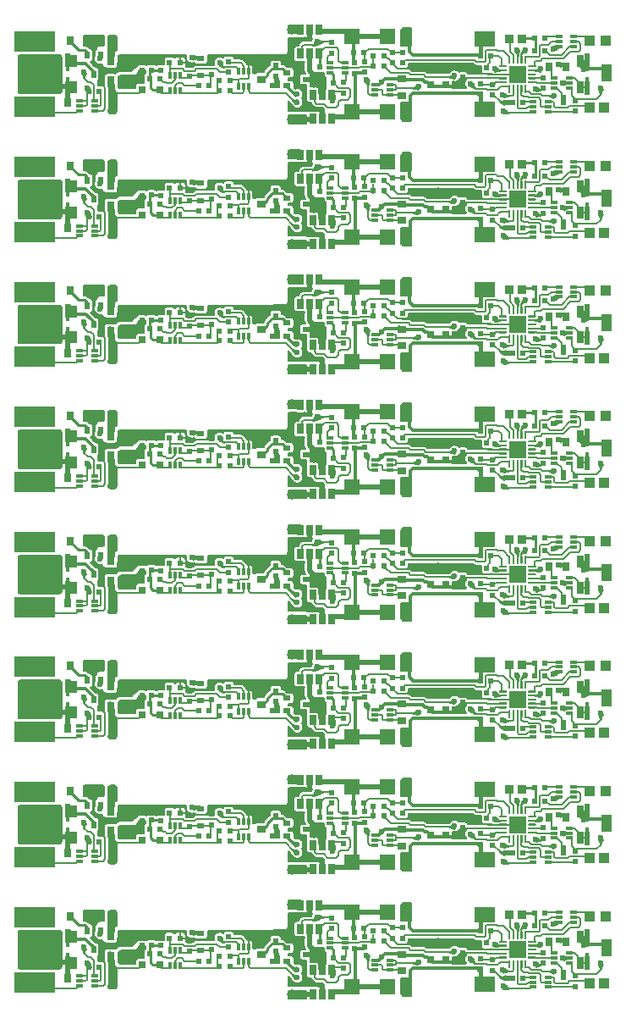
<source format=gtl>
%TF.GenerationSoftware,KiCad,Pcbnew,(5.1.9)-1*%
%TF.CreationDate,2021-10-10T12:49:54+09:00*%
%TF.ProjectId,motordecoder2,6d6f746f-7264-4656-936f-646572322e6b,rev?*%
%TF.SameCoordinates,PX66ff300PY7e5ca20*%
%TF.FileFunction,Copper,L1,Top*%
%TF.FilePolarity,Positive*%
%FSLAX46Y46*%
G04 Gerber Fmt 4.6, Leading zero omitted, Abs format (unit mm)*
G04 Created by KiCad (PCBNEW (5.1.9)-1) date 2021-10-10 12:49:54*
%MOMM*%
%LPD*%
G01*
G04 APERTURE LIST*
%TA.AperFunction,SMDPad,CuDef*%
%ADD10R,0.550000X0.600000*%
%TD*%
%TA.AperFunction,SMDPad,CuDef*%
%ADD11R,0.600000X0.550000*%
%TD*%
%TA.AperFunction,SMDPad,CuDef*%
%ADD12R,1.000000X0.600000*%
%TD*%
%TA.AperFunction,SMDPad,CuDef*%
%ADD13R,0.500000X1.450000*%
%TD*%
%TA.AperFunction,SMDPad,CuDef*%
%ADD14R,0.300000X0.500000*%
%TD*%
%TA.AperFunction,SMDPad,CuDef*%
%ADD15R,0.750000X1.300000*%
%TD*%
%TA.AperFunction,SMDPad,CuDef*%
%ADD16R,0.700000X0.900000*%
%TD*%
%TA.AperFunction,ComponentPad*%
%ADD17R,2.000000X2.000000*%
%TD*%
%TA.AperFunction,ComponentPad*%
%ADD18R,1.000000X1.000000*%
%TD*%
%TA.AperFunction,SMDPad,CuDef*%
%ADD19R,0.900000X0.700000*%
%TD*%
%TA.AperFunction,SMDPad,CuDef*%
%ADD20R,0.600000X1.000000*%
%TD*%
%TA.AperFunction,SMDPad,CuDef*%
%ADD21R,0.800000X0.600000*%
%TD*%
%TA.AperFunction,SMDPad,CuDef*%
%ADD22R,0.700000X0.800000*%
%TD*%
%TA.AperFunction,SMDPad,CuDef*%
%ADD23R,0.700000X0.300000*%
%TD*%
%TA.AperFunction,SMDPad,CuDef*%
%ADD24R,0.500000X0.800000*%
%TD*%
%TA.AperFunction,SMDPad,CuDef*%
%ADD25R,0.700000X1.000000*%
%TD*%
%TA.AperFunction,ComponentPad*%
%ADD26R,1.500000X1.500000*%
%TD*%
%TA.AperFunction,SMDPad,CuDef*%
%ADD27R,0.650000X0.900000*%
%TD*%
%TA.AperFunction,SMDPad,CuDef*%
%ADD28R,0.900000X0.650000*%
%TD*%
%TA.AperFunction,SMDPad,CuDef*%
%ADD29R,0.800000X0.800000*%
%TD*%
%TA.AperFunction,SMDPad,CuDef*%
%ADD30R,0.900000X0.800000*%
%TD*%
%TA.AperFunction,SMDPad,CuDef*%
%ADD31R,1.700000X1.700000*%
%TD*%
%TA.AperFunction,SMDPad,CuDef*%
%ADD32C,0.100000*%
%TD*%
%TA.AperFunction,ComponentPad*%
%ADD33R,0.950000X0.950000*%
%TD*%
%TA.AperFunction,SMDPad,CuDef*%
%ADD34R,1.000000X1.800000*%
%TD*%
%TA.AperFunction,ComponentPad*%
%ADD35R,2.000000X1.500000*%
%TD*%
%TA.AperFunction,SMDPad,CuDef*%
%ADD36R,1.200000X0.900000*%
%TD*%
%TA.AperFunction,SMDPad,CuDef*%
%ADD37R,0.800000X0.900000*%
%TD*%
%TA.AperFunction,SMDPad,CuDef*%
%ADD38R,0.500000X0.550000*%
%TD*%
%TA.AperFunction,SMDPad,CuDef*%
%ADD39R,0.800000X0.500000*%
%TD*%
%TA.AperFunction,SMDPad,CuDef*%
%ADD40R,0.300000X0.700000*%
%TD*%
%TA.AperFunction,ViaPad*%
%ADD41C,1.000000*%
%TD*%
%TA.AperFunction,ViaPad*%
%ADD42C,0.600000*%
%TD*%
%TA.AperFunction,ViaPad*%
%ADD43C,0.800000*%
%TD*%
%TA.AperFunction,Conductor*%
%ADD44C,0.500000*%
%TD*%
%TA.AperFunction,Conductor*%
%ADD45C,0.300000*%
%TD*%
%TA.AperFunction,Conductor*%
%ADD46C,0.400000*%
%TD*%
%TA.AperFunction,Conductor*%
%ADD47C,0.180000*%
%TD*%
%TA.AperFunction,Conductor*%
%ADD48C,0.200000*%
%TD*%
%TA.AperFunction,Conductor*%
%ADD49C,0.250000*%
%TD*%
%TA.AperFunction,Conductor*%
%ADD50C,0.170000*%
%TD*%
%TA.AperFunction,Conductor*%
%ADD51C,0.100000*%
%TD*%
%TA.AperFunction,Conductor*%
%ADD52C,0.025400*%
%TD*%
%TA.AperFunction,Conductor*%
%ADD53C,0.210000*%
%TD*%
G04 APERTURE END LIST*
D10*
%TO.P,R4,1*%
%TO.N,+12V*%
X37775000Y4400000D03*
%TO.P,R4,2*%
%TO.N,Net-(Q2-Pad3)*%
X38825000Y4400000D03*
%TD*%
%TO.P,R4,1*%
%TO.N,+12V*%
X37775000Y16900000D03*
%TO.P,R4,2*%
%TO.N,Net-(Q2-Pad3)*%
X38825000Y16900000D03*
%TD*%
%TO.P,R4,1*%
%TO.N,+12V*%
X37775000Y29400000D03*
%TO.P,R4,2*%
%TO.N,Net-(Q2-Pad3)*%
X38825000Y29400000D03*
%TD*%
%TO.P,R4,1*%
%TO.N,+12V*%
X37775000Y41900000D03*
%TO.P,R4,2*%
%TO.N,Net-(Q2-Pad3)*%
X38825000Y41900000D03*
%TD*%
%TO.P,R4,1*%
%TO.N,+12V*%
X37775000Y54400000D03*
%TO.P,R4,2*%
%TO.N,Net-(Q2-Pad3)*%
X38825000Y54400000D03*
%TD*%
%TO.P,R4,1*%
%TO.N,+12V*%
X37775000Y66900000D03*
%TO.P,R4,2*%
%TO.N,Net-(Q2-Pad3)*%
X38825000Y66900000D03*
%TD*%
%TO.P,R4,1*%
%TO.N,+12V*%
X37775000Y79400000D03*
%TO.P,R4,2*%
%TO.N,Net-(Q2-Pad3)*%
X38825000Y79400000D03*
%TD*%
D11*
%TO.P,R5,1*%
%TO.N,Net-(Q3-Pad1)*%
X38700000Y7375000D03*
%TO.P,R5,2*%
%TO.N,REV*%
X38700000Y8425000D03*
%TD*%
%TO.P,R5,1*%
%TO.N,Net-(Q3-Pad1)*%
X38700000Y19875000D03*
%TO.P,R5,2*%
%TO.N,REV*%
X38700000Y20925000D03*
%TD*%
%TO.P,R5,1*%
%TO.N,Net-(Q3-Pad1)*%
X38700000Y32375000D03*
%TO.P,R5,2*%
%TO.N,REV*%
X38700000Y33425000D03*
%TD*%
%TO.P,R5,1*%
%TO.N,Net-(Q3-Pad1)*%
X38700000Y44875000D03*
%TO.P,R5,2*%
%TO.N,REV*%
X38700000Y45925000D03*
%TD*%
%TO.P,R5,1*%
%TO.N,Net-(Q3-Pad1)*%
X38700000Y57375000D03*
%TO.P,R5,2*%
%TO.N,REV*%
X38700000Y58425000D03*
%TD*%
%TO.P,R5,1*%
%TO.N,Net-(Q3-Pad1)*%
X38700000Y69875000D03*
%TO.P,R5,2*%
%TO.N,REV*%
X38700000Y70925000D03*
%TD*%
%TO.P,R5,1*%
%TO.N,Net-(Q3-Pad1)*%
X38700000Y82375000D03*
%TO.P,R5,2*%
%TO.N,REV*%
X38700000Y83425000D03*
%TD*%
D12*
%TO.P,J13,1*%
%TO.N,+12V*%
X33000000Y4100000D03*
%TD*%
%TO.P,J13,1*%
%TO.N,+12V*%
X33000000Y16600000D03*
%TD*%
%TO.P,J13,1*%
%TO.N,+12V*%
X33000000Y29100000D03*
%TD*%
%TO.P,J13,1*%
%TO.N,+12V*%
X33000000Y41600000D03*
%TD*%
%TO.P,J13,1*%
%TO.N,+12V*%
X33000000Y54100000D03*
%TD*%
%TO.P,J13,1*%
%TO.N,+12V*%
X33000000Y66600000D03*
%TD*%
%TO.P,J13,1*%
%TO.N,+12V*%
X33000000Y79100000D03*
%TD*%
D11*
%TO.P,R6,2*%
%TO.N,FWD*%
X39900000Y3375000D03*
%TO.P,R6,1*%
%TO.N,Net-(Q3-Pad4)*%
X39900000Y4425000D03*
%TD*%
%TO.P,R6,2*%
%TO.N,FWD*%
X39900000Y15875000D03*
%TO.P,R6,1*%
%TO.N,Net-(Q3-Pad4)*%
X39900000Y16925000D03*
%TD*%
%TO.P,R6,2*%
%TO.N,FWD*%
X39900000Y28375000D03*
%TO.P,R6,1*%
%TO.N,Net-(Q3-Pad4)*%
X39900000Y29425000D03*
%TD*%
%TO.P,R6,2*%
%TO.N,FWD*%
X39900000Y40875000D03*
%TO.P,R6,1*%
%TO.N,Net-(Q3-Pad4)*%
X39900000Y41925000D03*
%TD*%
%TO.P,R6,2*%
%TO.N,FWD*%
X39900000Y53375000D03*
%TO.P,R6,1*%
%TO.N,Net-(Q3-Pad4)*%
X39900000Y54425000D03*
%TD*%
%TO.P,R6,2*%
%TO.N,FWD*%
X39900000Y65875000D03*
%TO.P,R6,1*%
%TO.N,Net-(Q3-Pad4)*%
X39900000Y66925000D03*
%TD*%
%TO.P,R6,2*%
%TO.N,FWD*%
X39900000Y78375000D03*
%TO.P,R6,1*%
%TO.N,Net-(Q3-Pad4)*%
X39900000Y79425000D03*
%TD*%
%TO.P,R10,1*%
%TO.N,Net-(R10-Pad1)*%
X42000000Y6525000D03*
%TO.P,R10,2*%
%TO.N,MOTOR-*%
X42000000Y5475000D03*
%TD*%
%TO.P,R10,1*%
%TO.N,Net-(R10-Pad1)*%
X42000000Y19025000D03*
%TO.P,R10,2*%
%TO.N,MOTOR-*%
X42000000Y17975000D03*
%TD*%
%TO.P,R10,1*%
%TO.N,Net-(R10-Pad1)*%
X42000000Y31525000D03*
%TO.P,R10,2*%
%TO.N,MOTOR-*%
X42000000Y30475000D03*
%TD*%
%TO.P,R10,1*%
%TO.N,Net-(R10-Pad1)*%
X42000000Y44025000D03*
%TO.P,R10,2*%
%TO.N,MOTOR-*%
X42000000Y42975000D03*
%TD*%
%TO.P,R10,1*%
%TO.N,Net-(R10-Pad1)*%
X42000000Y56525000D03*
%TO.P,R10,2*%
%TO.N,MOTOR-*%
X42000000Y55475000D03*
%TD*%
%TO.P,R10,1*%
%TO.N,Net-(R10-Pad1)*%
X42000000Y69025000D03*
%TO.P,R10,2*%
%TO.N,MOTOR-*%
X42000000Y67975000D03*
%TD*%
%TO.P,R10,1*%
%TO.N,Net-(R10-Pad1)*%
X42000000Y81525000D03*
%TO.P,R10,2*%
%TO.N,MOTOR-*%
X42000000Y80475000D03*
%TD*%
D13*
%TO.P,D12,1*%
%TO.N,Net-(D12-Pad1)*%
X64250000Y3875000D03*
%TO.P,D12,2*%
%TO.N,+12V*%
X64250000Y6625000D03*
D14*
%TO.P,D12,1*%
%TO.N,Net-(D12-Pad1)*%
X64250000Y4700000D03*
%TO.P,D12,2*%
%TO.N,+12V*%
X64250000Y5800000D03*
D15*
%TO.P,D12,1*%
%TO.N,Net-(D12-Pad1)*%
X63625000Y3950000D03*
%TO.P,D12,2*%
%TO.N,+12V*%
X63625000Y6550000D03*
%TD*%
D13*
%TO.P,D12,1*%
%TO.N,Net-(D12-Pad1)*%
X64250000Y16375000D03*
%TO.P,D12,2*%
%TO.N,+12V*%
X64250000Y19125000D03*
D14*
%TO.P,D12,1*%
%TO.N,Net-(D12-Pad1)*%
X64250000Y17200000D03*
%TO.P,D12,2*%
%TO.N,+12V*%
X64250000Y18300000D03*
D15*
%TO.P,D12,1*%
%TO.N,Net-(D12-Pad1)*%
X63625000Y16450000D03*
%TO.P,D12,2*%
%TO.N,+12V*%
X63625000Y19050000D03*
%TD*%
D13*
%TO.P,D12,1*%
%TO.N,Net-(D12-Pad1)*%
X64250000Y28875000D03*
%TO.P,D12,2*%
%TO.N,+12V*%
X64250000Y31625000D03*
D14*
%TO.P,D12,1*%
%TO.N,Net-(D12-Pad1)*%
X64250000Y29700000D03*
%TO.P,D12,2*%
%TO.N,+12V*%
X64250000Y30800000D03*
D15*
%TO.P,D12,1*%
%TO.N,Net-(D12-Pad1)*%
X63625000Y28950000D03*
%TO.P,D12,2*%
%TO.N,+12V*%
X63625000Y31550000D03*
%TD*%
D13*
%TO.P,D12,1*%
%TO.N,Net-(D12-Pad1)*%
X64250000Y41375000D03*
%TO.P,D12,2*%
%TO.N,+12V*%
X64250000Y44125000D03*
D14*
%TO.P,D12,1*%
%TO.N,Net-(D12-Pad1)*%
X64250000Y42200000D03*
%TO.P,D12,2*%
%TO.N,+12V*%
X64250000Y43300000D03*
D15*
%TO.P,D12,1*%
%TO.N,Net-(D12-Pad1)*%
X63625000Y41450000D03*
%TO.P,D12,2*%
%TO.N,+12V*%
X63625000Y44050000D03*
%TD*%
D13*
%TO.P,D12,1*%
%TO.N,Net-(D12-Pad1)*%
X64250000Y53875000D03*
%TO.P,D12,2*%
%TO.N,+12V*%
X64250000Y56625000D03*
D14*
%TO.P,D12,1*%
%TO.N,Net-(D12-Pad1)*%
X64250000Y54700000D03*
%TO.P,D12,2*%
%TO.N,+12V*%
X64250000Y55800000D03*
D15*
%TO.P,D12,1*%
%TO.N,Net-(D12-Pad1)*%
X63625000Y53950000D03*
%TO.P,D12,2*%
%TO.N,+12V*%
X63625000Y56550000D03*
%TD*%
D13*
%TO.P,D12,1*%
%TO.N,Net-(D12-Pad1)*%
X64250000Y66375000D03*
%TO.P,D12,2*%
%TO.N,+12V*%
X64250000Y69125000D03*
D14*
%TO.P,D12,1*%
%TO.N,Net-(D12-Pad1)*%
X64250000Y67200000D03*
%TO.P,D12,2*%
%TO.N,+12V*%
X64250000Y68300000D03*
D15*
%TO.P,D12,1*%
%TO.N,Net-(D12-Pad1)*%
X63625000Y66450000D03*
%TO.P,D12,2*%
%TO.N,+12V*%
X63625000Y69050000D03*
%TD*%
D13*
%TO.P,D12,1*%
%TO.N,Net-(D12-Pad1)*%
X64250000Y78875000D03*
%TO.P,D12,2*%
%TO.N,+12V*%
X64250000Y81625000D03*
D14*
%TO.P,D12,1*%
%TO.N,Net-(D12-Pad1)*%
X64250000Y79700000D03*
%TO.P,D12,2*%
%TO.N,+12V*%
X64250000Y80800000D03*
D15*
%TO.P,D12,1*%
%TO.N,Net-(D12-Pad1)*%
X63625000Y78950000D03*
%TO.P,D12,2*%
%TO.N,+12V*%
X63625000Y81550000D03*
%TD*%
D16*
%TO.P,P7,1*%
%TO.N,+12V*%
X12300000Y2400000D03*
%TD*%
%TO.P,P7,1*%
%TO.N,+12V*%
X12300000Y14900000D03*
%TD*%
%TO.P,P7,1*%
%TO.N,+12V*%
X12300000Y27400000D03*
%TD*%
%TO.P,P7,1*%
%TO.N,+12V*%
X12300000Y39900000D03*
%TD*%
%TO.P,P7,1*%
%TO.N,+12V*%
X12300000Y52400000D03*
%TD*%
%TO.P,P7,1*%
%TO.N,+12V*%
X12300000Y64900000D03*
%TD*%
%TO.P,P7,1*%
%TO.N,+12V*%
X12300000Y77400000D03*
%TD*%
D13*
%TO.P,D11,1*%
%TO.N,Net-(D11-Pad1)*%
X12250000Y6625000D03*
%TO.P,D11,2*%
%TO.N,+12V*%
X12250000Y3875000D03*
D14*
%TO.P,D11,1*%
%TO.N,Net-(D11-Pad1)*%
X12250000Y5800000D03*
%TO.P,D11,2*%
%TO.N,+12V*%
X12250000Y4700000D03*
D15*
%TO.P,D11,1*%
%TO.N,Net-(D11-Pad1)*%
X12875000Y6550000D03*
%TO.P,D11,2*%
%TO.N,+12V*%
X12875000Y3950000D03*
%TD*%
D13*
%TO.P,D11,1*%
%TO.N,Net-(D11-Pad1)*%
X12250000Y19125000D03*
%TO.P,D11,2*%
%TO.N,+12V*%
X12250000Y16375000D03*
D14*
%TO.P,D11,1*%
%TO.N,Net-(D11-Pad1)*%
X12250000Y18300000D03*
%TO.P,D11,2*%
%TO.N,+12V*%
X12250000Y17200000D03*
D15*
%TO.P,D11,1*%
%TO.N,Net-(D11-Pad1)*%
X12875000Y19050000D03*
%TO.P,D11,2*%
%TO.N,+12V*%
X12875000Y16450000D03*
%TD*%
D13*
%TO.P,D11,1*%
%TO.N,Net-(D11-Pad1)*%
X12250000Y31625000D03*
%TO.P,D11,2*%
%TO.N,+12V*%
X12250000Y28875000D03*
D14*
%TO.P,D11,1*%
%TO.N,Net-(D11-Pad1)*%
X12250000Y30800000D03*
%TO.P,D11,2*%
%TO.N,+12V*%
X12250000Y29700000D03*
D15*
%TO.P,D11,1*%
%TO.N,Net-(D11-Pad1)*%
X12875000Y31550000D03*
%TO.P,D11,2*%
%TO.N,+12V*%
X12875000Y28950000D03*
%TD*%
D13*
%TO.P,D11,1*%
%TO.N,Net-(D11-Pad1)*%
X12250000Y44125000D03*
%TO.P,D11,2*%
%TO.N,+12V*%
X12250000Y41375000D03*
D14*
%TO.P,D11,1*%
%TO.N,Net-(D11-Pad1)*%
X12250000Y43300000D03*
%TO.P,D11,2*%
%TO.N,+12V*%
X12250000Y42200000D03*
D15*
%TO.P,D11,1*%
%TO.N,Net-(D11-Pad1)*%
X12875000Y44050000D03*
%TO.P,D11,2*%
%TO.N,+12V*%
X12875000Y41450000D03*
%TD*%
D13*
%TO.P,D11,1*%
%TO.N,Net-(D11-Pad1)*%
X12250000Y56625000D03*
%TO.P,D11,2*%
%TO.N,+12V*%
X12250000Y53875000D03*
D14*
%TO.P,D11,1*%
%TO.N,Net-(D11-Pad1)*%
X12250000Y55800000D03*
%TO.P,D11,2*%
%TO.N,+12V*%
X12250000Y54700000D03*
D15*
%TO.P,D11,1*%
%TO.N,Net-(D11-Pad1)*%
X12875000Y56550000D03*
%TO.P,D11,2*%
%TO.N,+12V*%
X12875000Y53950000D03*
%TD*%
D13*
%TO.P,D11,1*%
%TO.N,Net-(D11-Pad1)*%
X12250000Y69125000D03*
%TO.P,D11,2*%
%TO.N,+12V*%
X12250000Y66375000D03*
D14*
%TO.P,D11,1*%
%TO.N,Net-(D11-Pad1)*%
X12250000Y68300000D03*
%TO.P,D11,2*%
%TO.N,+12V*%
X12250000Y67200000D03*
D15*
%TO.P,D11,1*%
%TO.N,Net-(D11-Pad1)*%
X12875000Y69050000D03*
%TO.P,D11,2*%
%TO.N,+12V*%
X12875000Y66450000D03*
%TD*%
D13*
%TO.P,D11,1*%
%TO.N,Net-(D11-Pad1)*%
X12250000Y81625000D03*
%TO.P,D11,2*%
%TO.N,+12V*%
X12250000Y78875000D03*
D14*
%TO.P,D11,1*%
%TO.N,Net-(D11-Pad1)*%
X12250000Y80800000D03*
%TO.P,D11,2*%
%TO.N,+12V*%
X12250000Y79700000D03*
D15*
%TO.P,D11,1*%
%TO.N,Net-(D11-Pad1)*%
X12875000Y81550000D03*
%TO.P,D11,2*%
%TO.N,+12V*%
X12875000Y78950000D03*
%TD*%
D10*
%TO.P,R3,2*%
%TO.N,Net-(Q1-Pad3)*%
X37525000Y6000000D03*
%TO.P,R3,1*%
%TO.N,+12V*%
X36475000Y6000000D03*
%TD*%
%TO.P,R3,2*%
%TO.N,Net-(Q1-Pad3)*%
X37525000Y18500000D03*
%TO.P,R3,1*%
%TO.N,+12V*%
X36475000Y18500000D03*
%TD*%
%TO.P,R3,2*%
%TO.N,Net-(Q1-Pad3)*%
X37525000Y31000000D03*
%TO.P,R3,1*%
%TO.N,+12V*%
X36475000Y31000000D03*
%TD*%
%TO.P,R3,2*%
%TO.N,Net-(Q1-Pad3)*%
X37525000Y43500000D03*
%TO.P,R3,1*%
%TO.N,+12V*%
X36475000Y43500000D03*
%TD*%
%TO.P,R3,2*%
%TO.N,Net-(Q1-Pad3)*%
X37525000Y56000000D03*
%TO.P,R3,1*%
%TO.N,+12V*%
X36475000Y56000000D03*
%TD*%
%TO.P,R3,2*%
%TO.N,Net-(Q1-Pad3)*%
X37525000Y68500000D03*
%TO.P,R3,1*%
%TO.N,+12V*%
X36475000Y68500000D03*
%TD*%
%TO.P,R3,2*%
%TO.N,Net-(Q1-Pad3)*%
X37525000Y81000000D03*
%TO.P,R3,1*%
%TO.N,+12V*%
X36475000Y81000000D03*
%TD*%
D17*
%TO.P,P1,1*%
%TO.N,RAIL+*%
X10000000Y8500000D03*
X8000000Y8500000D03*
%TD*%
%TO.P,P1,1*%
%TO.N,RAIL+*%
X10000000Y21000000D03*
X8000000Y21000000D03*
%TD*%
%TO.P,P1,1*%
%TO.N,RAIL+*%
X10000000Y33500000D03*
X8000000Y33500000D03*
%TD*%
%TO.P,P1,1*%
%TO.N,RAIL+*%
X10000000Y46000000D03*
X8000000Y46000000D03*
%TD*%
%TO.P,P1,1*%
%TO.N,RAIL+*%
X10000000Y58500000D03*
X8000000Y58500000D03*
%TD*%
%TO.P,P1,1*%
%TO.N,RAIL+*%
X10000000Y71000000D03*
X8000000Y71000000D03*
%TD*%
%TO.P,P1,1*%
%TO.N,RAIL+*%
X10000000Y83500000D03*
X8000000Y83500000D03*
%TD*%
D18*
%TO.P,J12,1*%
%TO.N,Net-(J12-Pad1)*%
X66000000Y1900000D03*
%TD*%
%TO.P,J12,1*%
%TO.N,Net-(J12-Pad1)*%
X66000000Y14400000D03*
%TD*%
%TO.P,J12,1*%
%TO.N,Net-(J12-Pad1)*%
X66000000Y26900000D03*
%TD*%
%TO.P,J12,1*%
%TO.N,Net-(J12-Pad1)*%
X66000000Y39400000D03*
%TD*%
%TO.P,J12,1*%
%TO.N,Net-(J12-Pad1)*%
X66000000Y51900000D03*
%TD*%
%TO.P,J12,1*%
%TO.N,Net-(J12-Pad1)*%
X66000000Y64400000D03*
%TD*%
%TO.P,J12,1*%
%TO.N,Net-(J12-Pad1)*%
X66000000Y76900000D03*
%TD*%
D10*
%TO.P,R9,2*%
%TO.N,MOTOR+*%
X40875000Y7400000D03*
%TO.P,R9,1*%
%TO.N,Net-(R10-Pad1)*%
X41925000Y7400000D03*
%TD*%
%TO.P,R9,2*%
%TO.N,MOTOR+*%
X40875000Y19900000D03*
%TO.P,R9,1*%
%TO.N,Net-(R10-Pad1)*%
X41925000Y19900000D03*
%TD*%
%TO.P,R9,2*%
%TO.N,MOTOR+*%
X40875000Y32400000D03*
%TO.P,R9,1*%
%TO.N,Net-(R10-Pad1)*%
X41925000Y32400000D03*
%TD*%
%TO.P,R9,2*%
%TO.N,MOTOR+*%
X40875000Y44900000D03*
%TO.P,R9,1*%
%TO.N,Net-(R10-Pad1)*%
X41925000Y44900000D03*
%TD*%
%TO.P,R9,2*%
%TO.N,MOTOR+*%
X40875000Y57400000D03*
%TO.P,R9,1*%
%TO.N,Net-(R10-Pad1)*%
X41925000Y57400000D03*
%TD*%
%TO.P,R9,2*%
%TO.N,MOTOR+*%
X40875000Y69900000D03*
%TO.P,R9,1*%
%TO.N,Net-(R10-Pad1)*%
X41925000Y69900000D03*
%TD*%
%TO.P,R9,2*%
%TO.N,MOTOR+*%
X40875000Y82400000D03*
%TO.P,R9,1*%
%TO.N,Net-(R10-Pad1)*%
X41925000Y82400000D03*
%TD*%
D19*
%TO.P,P11,1*%
%TO.N,GND*%
X47250000Y6000000D03*
%TD*%
%TO.P,P11,1*%
%TO.N,GND*%
X47250000Y18500000D03*
%TD*%
%TO.P,P11,1*%
%TO.N,GND*%
X47250000Y31000000D03*
%TD*%
%TO.P,P11,1*%
%TO.N,GND*%
X47250000Y43500000D03*
%TD*%
%TO.P,P11,1*%
%TO.N,GND*%
X47250000Y56000000D03*
%TD*%
%TO.P,P11,1*%
%TO.N,GND*%
X47250000Y68500000D03*
%TD*%
%TO.P,P11,1*%
%TO.N,GND*%
X47250000Y81000000D03*
%TD*%
D11*
%TO.P,R18,1*%
%TO.N,Net-(R18-Pad1)*%
X54800000Y4225000D03*
%TO.P,R18,2*%
%TO.N,GND*%
X54800000Y3175000D03*
%TD*%
%TO.P,R18,1*%
%TO.N,Net-(R18-Pad1)*%
X54800000Y16725000D03*
%TO.P,R18,2*%
%TO.N,GND*%
X54800000Y15675000D03*
%TD*%
%TO.P,R18,1*%
%TO.N,Net-(R18-Pad1)*%
X54800000Y29225000D03*
%TO.P,R18,2*%
%TO.N,GND*%
X54800000Y28175000D03*
%TD*%
%TO.P,R18,1*%
%TO.N,Net-(R18-Pad1)*%
X54800000Y41725000D03*
%TO.P,R18,2*%
%TO.N,GND*%
X54800000Y40675000D03*
%TD*%
%TO.P,R18,1*%
%TO.N,Net-(R18-Pad1)*%
X54800000Y54225000D03*
%TO.P,R18,2*%
%TO.N,GND*%
X54800000Y53175000D03*
%TD*%
%TO.P,R18,1*%
%TO.N,Net-(R18-Pad1)*%
X54800000Y66725000D03*
%TO.P,R18,2*%
%TO.N,GND*%
X54800000Y65675000D03*
%TD*%
%TO.P,R18,1*%
%TO.N,Net-(R18-Pad1)*%
X54800000Y79225000D03*
%TO.P,R18,2*%
%TO.N,GND*%
X54800000Y78175000D03*
%TD*%
D10*
%TO.P,R17,2*%
%TO.N,GND*%
X53175000Y5900000D03*
%TO.P,R17,1*%
%TO.N,Net-(R1-Pad2)*%
X54225000Y5900000D03*
%TD*%
%TO.P,R17,2*%
%TO.N,GND*%
X53175000Y18400000D03*
%TO.P,R17,1*%
%TO.N,Net-(R1-Pad2)*%
X54225000Y18400000D03*
%TD*%
%TO.P,R17,2*%
%TO.N,GND*%
X53175000Y30900000D03*
%TO.P,R17,1*%
%TO.N,Net-(R1-Pad2)*%
X54225000Y30900000D03*
%TD*%
%TO.P,R17,2*%
%TO.N,GND*%
X53175000Y43400000D03*
%TO.P,R17,1*%
%TO.N,Net-(R1-Pad2)*%
X54225000Y43400000D03*
%TD*%
%TO.P,R17,2*%
%TO.N,GND*%
X53175000Y55900000D03*
%TO.P,R17,1*%
%TO.N,Net-(R1-Pad2)*%
X54225000Y55900000D03*
%TD*%
%TO.P,R17,2*%
%TO.N,GND*%
X53175000Y68400000D03*
%TO.P,R17,1*%
%TO.N,Net-(R1-Pad2)*%
X54225000Y68400000D03*
%TD*%
%TO.P,R17,2*%
%TO.N,GND*%
X53175000Y80900000D03*
%TO.P,R17,1*%
%TO.N,Net-(R1-Pad2)*%
X54225000Y80900000D03*
%TD*%
D20*
%TO.P,P8,1*%
%TO.N,GND*%
X15500000Y8700000D03*
%TD*%
%TO.P,P8,1*%
%TO.N,GND*%
X15500000Y21200000D03*
%TD*%
%TO.P,P8,1*%
%TO.N,GND*%
X15500000Y33700000D03*
%TD*%
%TO.P,P8,1*%
%TO.N,GND*%
X15500000Y46200000D03*
%TD*%
%TO.P,P8,1*%
%TO.N,GND*%
X15500000Y58700000D03*
%TD*%
%TO.P,P8,1*%
%TO.N,GND*%
X15500000Y71200000D03*
%TD*%
%TO.P,P8,1*%
%TO.N,GND*%
X15500000Y83700000D03*
%TD*%
D10*
%TO.P,R26,2*%
%TO.N,GND*%
X58975000Y8900000D03*
%TO.P,R26,1*%
%TO.N,Net-(Q14-Pad4)*%
X60025000Y8900000D03*
%TD*%
%TO.P,R26,2*%
%TO.N,GND*%
X58975000Y21400000D03*
%TO.P,R26,1*%
%TO.N,Net-(Q14-Pad4)*%
X60025000Y21400000D03*
%TD*%
%TO.P,R26,2*%
%TO.N,GND*%
X58975000Y33900000D03*
%TO.P,R26,1*%
%TO.N,Net-(Q14-Pad4)*%
X60025000Y33900000D03*
%TD*%
%TO.P,R26,2*%
%TO.N,GND*%
X58975000Y46400000D03*
%TO.P,R26,1*%
%TO.N,Net-(Q14-Pad4)*%
X60025000Y46400000D03*
%TD*%
%TO.P,R26,2*%
%TO.N,GND*%
X58975000Y58900000D03*
%TO.P,R26,1*%
%TO.N,Net-(Q14-Pad4)*%
X60025000Y58900000D03*
%TD*%
%TO.P,R26,2*%
%TO.N,GND*%
X58975000Y71400000D03*
%TO.P,R26,1*%
%TO.N,Net-(Q14-Pad4)*%
X60025000Y71400000D03*
%TD*%
%TO.P,R26,2*%
%TO.N,GND*%
X58975000Y83900000D03*
%TO.P,R26,1*%
%TO.N,Net-(Q14-Pad4)*%
X60025000Y83900000D03*
%TD*%
D12*
%TO.P,P10,1*%
%TO.N,+5V*%
X51300000Y4100000D03*
%TD*%
%TO.P,P10,1*%
%TO.N,+5V*%
X51300000Y16600000D03*
%TD*%
%TO.P,P10,1*%
%TO.N,+5V*%
X51300000Y29100000D03*
%TD*%
%TO.P,P10,1*%
%TO.N,+5V*%
X51300000Y41600000D03*
%TD*%
%TO.P,P10,1*%
%TO.N,+5V*%
X51300000Y54100000D03*
%TD*%
%TO.P,P10,1*%
%TO.N,+5V*%
X51300000Y66600000D03*
%TD*%
%TO.P,P10,1*%
%TO.N,+5V*%
X51300000Y79100000D03*
%TD*%
D10*
%TO.P,R25,1*%
%TO.N,Net-(Q14-Pad1)*%
X60025000Y7600000D03*
%TO.P,R25,2*%
%TO.N,GND*%
X58975000Y7600000D03*
%TD*%
%TO.P,R25,1*%
%TO.N,Net-(Q14-Pad1)*%
X60025000Y20100000D03*
%TO.P,R25,2*%
%TO.N,GND*%
X58975000Y20100000D03*
%TD*%
%TO.P,R25,1*%
%TO.N,Net-(Q14-Pad1)*%
X60025000Y32600000D03*
%TO.P,R25,2*%
%TO.N,GND*%
X58975000Y32600000D03*
%TD*%
%TO.P,R25,1*%
%TO.N,Net-(Q14-Pad1)*%
X60025000Y45100000D03*
%TO.P,R25,2*%
%TO.N,GND*%
X58975000Y45100000D03*
%TD*%
%TO.P,R25,1*%
%TO.N,Net-(Q14-Pad1)*%
X60025000Y57600000D03*
%TO.P,R25,2*%
%TO.N,GND*%
X58975000Y57600000D03*
%TD*%
%TO.P,R25,1*%
%TO.N,Net-(Q14-Pad1)*%
X60025000Y70100000D03*
%TO.P,R25,2*%
%TO.N,GND*%
X58975000Y70100000D03*
%TD*%
%TO.P,R25,1*%
%TO.N,Net-(Q14-Pad1)*%
X60025000Y82600000D03*
%TO.P,R25,2*%
%TO.N,GND*%
X58975000Y82600000D03*
%TD*%
D21*
%TO.P,D21,1*%
%TO.N,VRAIL+*%
X25600000Y5150000D03*
%TO.P,D21,2*%
%TO.N,RAIL+*%
X25600000Y6850000D03*
%TD*%
%TO.P,D21,1*%
%TO.N,VRAIL+*%
X25600000Y17650000D03*
%TO.P,D21,2*%
%TO.N,RAIL+*%
X25600000Y19350000D03*
%TD*%
%TO.P,D21,1*%
%TO.N,VRAIL+*%
X25600000Y30150000D03*
%TO.P,D21,2*%
%TO.N,RAIL+*%
X25600000Y31850000D03*
%TD*%
%TO.P,D21,1*%
%TO.N,VRAIL+*%
X25600000Y42650000D03*
%TO.P,D21,2*%
%TO.N,RAIL+*%
X25600000Y44350000D03*
%TD*%
%TO.P,D21,1*%
%TO.N,VRAIL+*%
X25600000Y55150000D03*
%TO.P,D21,2*%
%TO.N,RAIL+*%
X25600000Y56850000D03*
%TD*%
%TO.P,D21,1*%
%TO.N,VRAIL+*%
X25600000Y67650000D03*
%TO.P,D21,2*%
%TO.N,RAIL+*%
X25600000Y69350000D03*
%TD*%
%TO.P,D21,1*%
%TO.N,VRAIL+*%
X25600000Y80150000D03*
%TO.P,D21,2*%
%TO.N,RAIL+*%
X25600000Y81850000D03*
%TD*%
D22*
%TO.P,C4,2*%
%TO.N,GND*%
X50100000Y5775000D03*
%TO.P,C4,1*%
%TO.N,+5V*%
X50100000Y4225000D03*
%TD*%
%TO.P,C4,2*%
%TO.N,GND*%
X50100000Y18275000D03*
%TO.P,C4,1*%
%TO.N,+5V*%
X50100000Y16725000D03*
%TD*%
%TO.P,C4,2*%
%TO.N,GND*%
X50100000Y30775000D03*
%TO.P,C4,1*%
%TO.N,+5V*%
X50100000Y29225000D03*
%TD*%
%TO.P,C4,2*%
%TO.N,GND*%
X50100000Y43275000D03*
%TO.P,C4,1*%
%TO.N,+5V*%
X50100000Y41725000D03*
%TD*%
%TO.P,C4,2*%
%TO.N,GND*%
X50100000Y55775000D03*
%TO.P,C4,1*%
%TO.N,+5V*%
X50100000Y54225000D03*
%TD*%
%TO.P,C4,2*%
%TO.N,GND*%
X50100000Y68275000D03*
%TO.P,C4,1*%
%TO.N,+5V*%
X50100000Y66725000D03*
%TD*%
%TO.P,C4,2*%
%TO.N,GND*%
X50100000Y80775000D03*
%TO.P,C4,1*%
%TO.N,+5V*%
X50100000Y79225000D03*
%TD*%
D18*
%TO.P,J18,1*%
%TO.N,Net-(J18-Pad1)*%
X64500000Y8600000D03*
%TD*%
%TO.P,J18,1*%
%TO.N,Net-(J18-Pad1)*%
X64500000Y21100000D03*
%TD*%
%TO.P,J18,1*%
%TO.N,Net-(J18-Pad1)*%
X64500000Y33600000D03*
%TD*%
%TO.P,J18,1*%
%TO.N,Net-(J18-Pad1)*%
X64500000Y46100000D03*
%TD*%
%TO.P,J18,1*%
%TO.N,Net-(J18-Pad1)*%
X64500000Y58600000D03*
%TD*%
%TO.P,J18,1*%
%TO.N,Net-(J18-Pad1)*%
X64500000Y71100000D03*
%TD*%
%TO.P,J18,1*%
%TO.N,Net-(J18-Pad1)*%
X64500000Y83600000D03*
%TD*%
D23*
%TO.P,Q12,6*%
%TO.N,Net-(D12-Pad1)*%
X62450000Y4900000D03*
%TO.P,Q12,5*%
%TO.N,Func7*%
X62450000Y4400000D03*
%TO.P,Q12,4*%
%TO.N,GND*%
X62450000Y3900000D03*
%TO.P,Q12,3*%
%TO.N,Net-(J19-Pad1)*%
X60950000Y3900000D03*
%TO.P,Q12,2*%
%TO.N,Func4*%
X60950000Y4400000D03*
%TO.P,Q12,1*%
%TO.N,Net-(Q12-Pad1)*%
X60950000Y4900000D03*
%TD*%
%TO.P,Q12,6*%
%TO.N,Net-(D12-Pad1)*%
X62450000Y17400000D03*
%TO.P,Q12,5*%
%TO.N,Func7*%
X62450000Y16900000D03*
%TO.P,Q12,4*%
%TO.N,GND*%
X62450000Y16400000D03*
%TO.P,Q12,3*%
%TO.N,Net-(J19-Pad1)*%
X60950000Y16400000D03*
%TO.P,Q12,2*%
%TO.N,Func4*%
X60950000Y16900000D03*
%TO.P,Q12,1*%
%TO.N,Net-(Q12-Pad1)*%
X60950000Y17400000D03*
%TD*%
%TO.P,Q12,6*%
%TO.N,Net-(D12-Pad1)*%
X62450000Y29900000D03*
%TO.P,Q12,5*%
%TO.N,Func7*%
X62450000Y29400000D03*
%TO.P,Q12,4*%
%TO.N,GND*%
X62450000Y28900000D03*
%TO.P,Q12,3*%
%TO.N,Net-(J19-Pad1)*%
X60950000Y28900000D03*
%TO.P,Q12,2*%
%TO.N,Func4*%
X60950000Y29400000D03*
%TO.P,Q12,1*%
%TO.N,Net-(Q12-Pad1)*%
X60950000Y29900000D03*
%TD*%
%TO.P,Q12,6*%
%TO.N,Net-(D12-Pad1)*%
X62450000Y42400000D03*
%TO.P,Q12,5*%
%TO.N,Func7*%
X62450000Y41900000D03*
%TO.P,Q12,4*%
%TO.N,GND*%
X62450000Y41400000D03*
%TO.P,Q12,3*%
%TO.N,Net-(J19-Pad1)*%
X60950000Y41400000D03*
%TO.P,Q12,2*%
%TO.N,Func4*%
X60950000Y41900000D03*
%TO.P,Q12,1*%
%TO.N,Net-(Q12-Pad1)*%
X60950000Y42400000D03*
%TD*%
%TO.P,Q12,6*%
%TO.N,Net-(D12-Pad1)*%
X62450000Y54900000D03*
%TO.P,Q12,5*%
%TO.N,Func7*%
X62450000Y54400000D03*
%TO.P,Q12,4*%
%TO.N,GND*%
X62450000Y53900000D03*
%TO.P,Q12,3*%
%TO.N,Net-(J19-Pad1)*%
X60950000Y53900000D03*
%TO.P,Q12,2*%
%TO.N,Func4*%
X60950000Y54400000D03*
%TO.P,Q12,1*%
%TO.N,Net-(Q12-Pad1)*%
X60950000Y54900000D03*
%TD*%
%TO.P,Q12,6*%
%TO.N,Net-(D12-Pad1)*%
X62450000Y67400000D03*
%TO.P,Q12,5*%
%TO.N,Func7*%
X62450000Y66900000D03*
%TO.P,Q12,4*%
%TO.N,GND*%
X62450000Y66400000D03*
%TO.P,Q12,3*%
%TO.N,Net-(J19-Pad1)*%
X60950000Y66400000D03*
%TO.P,Q12,2*%
%TO.N,Func4*%
X60950000Y66900000D03*
%TO.P,Q12,1*%
%TO.N,Net-(Q12-Pad1)*%
X60950000Y67400000D03*
%TD*%
%TO.P,Q12,6*%
%TO.N,Net-(D12-Pad1)*%
X62450000Y79900000D03*
%TO.P,Q12,5*%
%TO.N,Func7*%
X62450000Y79400000D03*
%TO.P,Q12,4*%
%TO.N,GND*%
X62450000Y78900000D03*
%TO.P,Q12,3*%
%TO.N,Net-(J19-Pad1)*%
X60950000Y78900000D03*
%TO.P,Q12,2*%
%TO.N,Func4*%
X60950000Y79400000D03*
%TO.P,Q12,1*%
%TO.N,Net-(Q12-Pad1)*%
X60950000Y79900000D03*
%TD*%
D18*
%TO.P,J14,1*%
%TO.N,Net-(J14-Pad1)*%
X64500000Y1900000D03*
%TD*%
%TO.P,J14,1*%
%TO.N,Net-(J14-Pad1)*%
X64500000Y14400000D03*
%TD*%
%TO.P,J14,1*%
%TO.N,Net-(J14-Pad1)*%
X64500000Y26900000D03*
%TD*%
%TO.P,J14,1*%
%TO.N,Net-(J14-Pad1)*%
X64500000Y39400000D03*
%TD*%
%TO.P,J14,1*%
%TO.N,Net-(J14-Pad1)*%
X64500000Y51900000D03*
%TD*%
%TO.P,J14,1*%
%TO.N,Net-(J14-Pad1)*%
X64500000Y64400000D03*
%TD*%
%TO.P,J14,1*%
%TO.N,Net-(J14-Pad1)*%
X64500000Y76900000D03*
%TD*%
D10*
%TO.P,R24,2*%
%TO.N,GND*%
X56775000Y2400000D03*
%TO.P,R24,1*%
%TO.N,Net-(Q13-Pad4)*%
X57825000Y2400000D03*
%TD*%
%TO.P,R24,2*%
%TO.N,GND*%
X56775000Y14900000D03*
%TO.P,R24,1*%
%TO.N,Net-(Q13-Pad4)*%
X57825000Y14900000D03*
%TD*%
%TO.P,R24,2*%
%TO.N,GND*%
X56775000Y27400000D03*
%TO.P,R24,1*%
%TO.N,Net-(Q13-Pad4)*%
X57825000Y27400000D03*
%TD*%
%TO.P,R24,2*%
%TO.N,GND*%
X56775000Y39900000D03*
%TO.P,R24,1*%
%TO.N,Net-(Q13-Pad4)*%
X57825000Y39900000D03*
%TD*%
%TO.P,R24,2*%
%TO.N,GND*%
X56775000Y52400000D03*
%TO.P,R24,1*%
%TO.N,Net-(Q13-Pad4)*%
X57825000Y52400000D03*
%TD*%
%TO.P,R24,2*%
%TO.N,GND*%
X56775000Y64900000D03*
%TO.P,R24,1*%
%TO.N,Net-(Q13-Pad4)*%
X57825000Y64900000D03*
%TD*%
%TO.P,R24,2*%
%TO.N,GND*%
X56775000Y77400000D03*
%TO.P,R24,1*%
%TO.N,Net-(Q13-Pad4)*%
X57825000Y77400000D03*
%TD*%
D20*
%TO.P,J19,1*%
%TO.N,Net-(J19-Pad1)*%
X61900000Y2700000D03*
%TD*%
%TO.P,J19,1*%
%TO.N,Net-(J19-Pad1)*%
X61900000Y15200000D03*
%TD*%
%TO.P,J19,1*%
%TO.N,Net-(J19-Pad1)*%
X61900000Y27700000D03*
%TD*%
%TO.P,J19,1*%
%TO.N,Net-(J19-Pad1)*%
X61900000Y40200000D03*
%TD*%
%TO.P,J19,1*%
%TO.N,Net-(J19-Pad1)*%
X61900000Y52700000D03*
%TD*%
%TO.P,J19,1*%
%TO.N,Net-(J19-Pad1)*%
X61900000Y65200000D03*
%TD*%
%TO.P,J19,1*%
%TO.N,Net-(J19-Pad1)*%
X61900000Y77700000D03*
%TD*%
D18*
%TO.P,J16,1*%
%TO.N,Net-(J16-Pad1)*%
X66100000Y8600000D03*
%TD*%
%TO.P,J16,1*%
%TO.N,Net-(J16-Pad1)*%
X66100000Y21100000D03*
%TD*%
%TO.P,J16,1*%
%TO.N,Net-(J16-Pad1)*%
X66100000Y33600000D03*
%TD*%
%TO.P,J16,1*%
%TO.N,Net-(J16-Pad1)*%
X66100000Y46100000D03*
%TD*%
%TO.P,J16,1*%
%TO.N,Net-(J16-Pad1)*%
X66100000Y58600000D03*
%TD*%
%TO.P,J16,1*%
%TO.N,Net-(J16-Pad1)*%
X66100000Y71100000D03*
%TD*%
%TO.P,J16,1*%
%TO.N,Net-(J16-Pad1)*%
X66100000Y83600000D03*
%TD*%
D24*
%TO.P,Q11,3*%
%TO.N,Net-(D11-Pad1)*%
X14900000Y5250000D03*
%TO.P,Q11,2*%
%TO.N,Net-(Q11-Pad2)*%
X14250000Y7150000D03*
%TO.P,Q11,1*%
%TO.N,Func1*%
X15550000Y7150000D03*
%TD*%
%TO.P,Q11,3*%
%TO.N,Net-(D11-Pad1)*%
X14900000Y17750000D03*
%TO.P,Q11,2*%
%TO.N,Net-(Q11-Pad2)*%
X14250000Y19650000D03*
%TO.P,Q11,1*%
%TO.N,Func1*%
X15550000Y19650000D03*
%TD*%
%TO.P,Q11,3*%
%TO.N,Net-(D11-Pad1)*%
X14900000Y30250000D03*
%TO.P,Q11,2*%
%TO.N,Net-(Q11-Pad2)*%
X14250000Y32150000D03*
%TO.P,Q11,1*%
%TO.N,Func1*%
X15550000Y32150000D03*
%TD*%
%TO.P,Q11,3*%
%TO.N,Net-(D11-Pad1)*%
X14900000Y42750000D03*
%TO.P,Q11,2*%
%TO.N,Net-(Q11-Pad2)*%
X14250000Y44650000D03*
%TO.P,Q11,1*%
%TO.N,Func1*%
X15550000Y44650000D03*
%TD*%
%TO.P,Q11,3*%
%TO.N,Net-(D11-Pad1)*%
X14900000Y55250000D03*
%TO.P,Q11,2*%
%TO.N,Net-(Q11-Pad2)*%
X14250000Y57150000D03*
%TO.P,Q11,1*%
%TO.N,Func1*%
X15550000Y57150000D03*
%TD*%
%TO.P,Q11,3*%
%TO.N,Net-(D11-Pad1)*%
X14900000Y67750000D03*
%TO.P,Q11,2*%
%TO.N,Net-(Q11-Pad2)*%
X14250000Y69650000D03*
%TO.P,Q11,1*%
%TO.N,Func1*%
X15550000Y69650000D03*
%TD*%
%TO.P,Q11,3*%
%TO.N,Net-(D11-Pad1)*%
X14900000Y80250000D03*
%TO.P,Q11,2*%
%TO.N,Net-(Q11-Pad2)*%
X14250000Y82150000D03*
%TO.P,Q11,1*%
%TO.N,Func1*%
X15550000Y82150000D03*
%TD*%
D25*
%TO.P,Q2,1*%
%TO.N,FWD*%
X38700000Y3200000D03*
%TO.P,Q2,2*%
%TO.N,+12V*%
X37750000Y3200000D03*
%TO.P,Q2,3*%
%TO.N,Net-(Q2-Pad3)*%
X36800000Y3200000D03*
%TO.P,Q2,4*%
%TO.N,MOTOR-*%
X36800000Y800000D03*
%TO.P,Q2,5*%
%TO.N,GND*%
X37750000Y800000D03*
%TO.P,Q2,6*%
%TO.N,MOTOR-*%
X38700000Y800000D03*
%TD*%
%TO.P,Q2,1*%
%TO.N,FWD*%
X38700000Y15700000D03*
%TO.P,Q2,2*%
%TO.N,+12V*%
X37750000Y15700000D03*
%TO.P,Q2,3*%
%TO.N,Net-(Q2-Pad3)*%
X36800000Y15700000D03*
%TO.P,Q2,4*%
%TO.N,MOTOR-*%
X36800000Y13300000D03*
%TO.P,Q2,5*%
%TO.N,GND*%
X37750000Y13300000D03*
%TO.P,Q2,6*%
%TO.N,MOTOR-*%
X38700000Y13300000D03*
%TD*%
%TO.P,Q2,1*%
%TO.N,FWD*%
X38700000Y28200000D03*
%TO.P,Q2,2*%
%TO.N,+12V*%
X37750000Y28200000D03*
%TO.P,Q2,3*%
%TO.N,Net-(Q2-Pad3)*%
X36800000Y28200000D03*
%TO.P,Q2,4*%
%TO.N,MOTOR-*%
X36800000Y25800000D03*
%TO.P,Q2,5*%
%TO.N,GND*%
X37750000Y25800000D03*
%TO.P,Q2,6*%
%TO.N,MOTOR-*%
X38700000Y25800000D03*
%TD*%
%TO.P,Q2,1*%
%TO.N,FWD*%
X38700000Y40700000D03*
%TO.P,Q2,2*%
%TO.N,+12V*%
X37750000Y40700000D03*
%TO.P,Q2,3*%
%TO.N,Net-(Q2-Pad3)*%
X36800000Y40700000D03*
%TO.P,Q2,4*%
%TO.N,MOTOR-*%
X36800000Y38300000D03*
%TO.P,Q2,5*%
%TO.N,GND*%
X37750000Y38300000D03*
%TO.P,Q2,6*%
%TO.N,MOTOR-*%
X38700000Y38300000D03*
%TD*%
%TO.P,Q2,1*%
%TO.N,FWD*%
X38700000Y53200000D03*
%TO.P,Q2,2*%
%TO.N,+12V*%
X37750000Y53200000D03*
%TO.P,Q2,3*%
%TO.N,Net-(Q2-Pad3)*%
X36800000Y53200000D03*
%TO.P,Q2,4*%
%TO.N,MOTOR-*%
X36800000Y50800000D03*
%TO.P,Q2,5*%
%TO.N,GND*%
X37750000Y50800000D03*
%TO.P,Q2,6*%
%TO.N,MOTOR-*%
X38700000Y50800000D03*
%TD*%
%TO.P,Q2,1*%
%TO.N,FWD*%
X38700000Y65700000D03*
%TO.P,Q2,2*%
%TO.N,+12V*%
X37750000Y65700000D03*
%TO.P,Q2,3*%
%TO.N,Net-(Q2-Pad3)*%
X36800000Y65700000D03*
%TO.P,Q2,4*%
%TO.N,MOTOR-*%
X36800000Y63300000D03*
%TO.P,Q2,5*%
%TO.N,GND*%
X37750000Y63300000D03*
%TO.P,Q2,6*%
%TO.N,MOTOR-*%
X38700000Y63300000D03*
%TD*%
%TO.P,Q2,1*%
%TO.N,FWD*%
X38700000Y78200000D03*
%TO.P,Q2,2*%
%TO.N,+12V*%
X37750000Y78200000D03*
%TO.P,Q2,3*%
%TO.N,Net-(Q2-Pad3)*%
X36800000Y78200000D03*
%TO.P,Q2,4*%
%TO.N,MOTOR-*%
X36800000Y75800000D03*
%TO.P,Q2,5*%
%TO.N,GND*%
X37750000Y75800000D03*
%TO.P,Q2,6*%
%TO.N,MOTOR-*%
X38700000Y75800000D03*
%TD*%
D26*
%TO.P,P6,1*%
%TO.N,MOTOR-*%
X40750000Y1500000D03*
X44250000Y1500000D03*
%TD*%
%TO.P,P6,1*%
%TO.N,MOTOR-*%
X40750000Y14000000D03*
X44250000Y14000000D03*
%TD*%
%TO.P,P6,1*%
%TO.N,MOTOR-*%
X40750000Y26500000D03*
X44250000Y26500000D03*
%TD*%
%TO.P,P6,1*%
%TO.N,MOTOR-*%
X40750000Y39000000D03*
X44250000Y39000000D03*
%TD*%
%TO.P,P6,1*%
%TO.N,MOTOR-*%
X40750000Y51500000D03*
X44250000Y51500000D03*
%TD*%
%TO.P,P6,1*%
%TO.N,MOTOR-*%
X40750000Y64000000D03*
X44250000Y64000000D03*
%TD*%
%TO.P,P6,1*%
%TO.N,MOTOR-*%
X40750000Y76500000D03*
X44250000Y76500000D03*
%TD*%
D10*
%TO.P,R33,1*%
%TO.N,Net-(Q21-Pad6)*%
X22475000Y6400000D03*
%TO.P,R33,2*%
%TO.N,GND*%
X23525000Y6400000D03*
%TD*%
%TO.P,R33,1*%
%TO.N,Net-(Q21-Pad6)*%
X22475000Y18900000D03*
%TO.P,R33,2*%
%TO.N,GND*%
X23525000Y18900000D03*
%TD*%
%TO.P,R33,1*%
%TO.N,Net-(Q21-Pad6)*%
X22475000Y31400000D03*
%TO.P,R33,2*%
%TO.N,GND*%
X23525000Y31400000D03*
%TD*%
%TO.P,R33,1*%
%TO.N,Net-(Q21-Pad6)*%
X22475000Y43900000D03*
%TO.P,R33,2*%
%TO.N,GND*%
X23525000Y43900000D03*
%TD*%
%TO.P,R33,1*%
%TO.N,Net-(Q21-Pad6)*%
X22475000Y56400000D03*
%TO.P,R33,2*%
%TO.N,GND*%
X23525000Y56400000D03*
%TD*%
%TO.P,R33,1*%
%TO.N,Net-(Q21-Pad6)*%
X22475000Y68900000D03*
%TO.P,R33,2*%
%TO.N,GND*%
X23525000Y68900000D03*
%TD*%
%TO.P,R33,1*%
%TO.N,Net-(Q21-Pad6)*%
X22475000Y81400000D03*
%TO.P,R33,2*%
%TO.N,GND*%
X23525000Y81400000D03*
%TD*%
D23*
%TO.P,Q6,1*%
%TO.N,+5V*%
X43050000Y4200000D03*
%TO.P,Q6,2*%
%TO.N,Net-(Q6-Pad2)*%
X43050000Y3700000D03*
%TO.P,Q6,3*%
%TO.N,Net-(Q6-Pad3)*%
X43050000Y3200000D03*
%TO.P,Q6,4*%
%TO.N,Net-(Q6-Pad2)*%
X44550000Y3200000D03*
%TO.P,Q6,5*%
%TO.N,Net-(Q6-Pad5)*%
X44550000Y3700000D03*
%TO.P,Q6,6*%
X44550000Y4200000D03*
%TD*%
%TO.P,Q6,1*%
%TO.N,+5V*%
X43050000Y16700000D03*
%TO.P,Q6,2*%
%TO.N,Net-(Q6-Pad2)*%
X43050000Y16200000D03*
%TO.P,Q6,3*%
%TO.N,Net-(Q6-Pad3)*%
X43050000Y15700000D03*
%TO.P,Q6,4*%
%TO.N,Net-(Q6-Pad2)*%
X44550000Y15700000D03*
%TO.P,Q6,5*%
%TO.N,Net-(Q6-Pad5)*%
X44550000Y16200000D03*
%TO.P,Q6,6*%
X44550000Y16700000D03*
%TD*%
%TO.P,Q6,1*%
%TO.N,+5V*%
X43050000Y29200000D03*
%TO.P,Q6,2*%
%TO.N,Net-(Q6-Pad2)*%
X43050000Y28700000D03*
%TO.P,Q6,3*%
%TO.N,Net-(Q6-Pad3)*%
X43050000Y28200000D03*
%TO.P,Q6,4*%
%TO.N,Net-(Q6-Pad2)*%
X44550000Y28200000D03*
%TO.P,Q6,5*%
%TO.N,Net-(Q6-Pad5)*%
X44550000Y28700000D03*
%TO.P,Q6,6*%
X44550000Y29200000D03*
%TD*%
%TO.P,Q6,1*%
%TO.N,+5V*%
X43050000Y41700000D03*
%TO.P,Q6,2*%
%TO.N,Net-(Q6-Pad2)*%
X43050000Y41200000D03*
%TO.P,Q6,3*%
%TO.N,Net-(Q6-Pad3)*%
X43050000Y40700000D03*
%TO.P,Q6,4*%
%TO.N,Net-(Q6-Pad2)*%
X44550000Y40700000D03*
%TO.P,Q6,5*%
%TO.N,Net-(Q6-Pad5)*%
X44550000Y41200000D03*
%TO.P,Q6,6*%
X44550000Y41700000D03*
%TD*%
%TO.P,Q6,1*%
%TO.N,+5V*%
X43050000Y54200000D03*
%TO.P,Q6,2*%
%TO.N,Net-(Q6-Pad2)*%
X43050000Y53700000D03*
%TO.P,Q6,3*%
%TO.N,Net-(Q6-Pad3)*%
X43050000Y53200000D03*
%TO.P,Q6,4*%
%TO.N,Net-(Q6-Pad2)*%
X44550000Y53200000D03*
%TO.P,Q6,5*%
%TO.N,Net-(Q6-Pad5)*%
X44550000Y53700000D03*
%TO.P,Q6,6*%
X44550000Y54200000D03*
%TD*%
%TO.P,Q6,1*%
%TO.N,+5V*%
X43050000Y66700000D03*
%TO.P,Q6,2*%
%TO.N,Net-(Q6-Pad2)*%
X43050000Y66200000D03*
%TO.P,Q6,3*%
%TO.N,Net-(Q6-Pad3)*%
X43050000Y65700000D03*
%TO.P,Q6,4*%
%TO.N,Net-(Q6-Pad2)*%
X44550000Y65700000D03*
%TO.P,Q6,5*%
%TO.N,Net-(Q6-Pad5)*%
X44550000Y66200000D03*
%TO.P,Q6,6*%
X44550000Y66700000D03*
%TD*%
%TO.P,Q6,1*%
%TO.N,+5V*%
X43050000Y79200000D03*
%TO.P,Q6,2*%
%TO.N,Net-(Q6-Pad2)*%
X43050000Y78700000D03*
%TO.P,Q6,3*%
%TO.N,Net-(Q6-Pad3)*%
X43050000Y78200000D03*
%TO.P,Q6,4*%
%TO.N,Net-(Q6-Pad2)*%
X44550000Y78200000D03*
%TO.P,Q6,5*%
%TO.N,Net-(Q6-Pad5)*%
X44550000Y78700000D03*
%TO.P,Q6,6*%
X44550000Y79200000D03*
%TD*%
D27*
%TO.P,R22,1*%
%TO.N,Net-(Q12-Pad1)*%
X60475000Y6000000D03*
%TO.P,R22,2*%
%TO.N,GND*%
X62125000Y6000000D03*
%TD*%
%TO.P,R22,1*%
%TO.N,Net-(Q12-Pad1)*%
X60475000Y18500000D03*
%TO.P,R22,2*%
%TO.N,GND*%
X62125000Y18500000D03*
%TD*%
%TO.P,R22,1*%
%TO.N,Net-(Q12-Pad1)*%
X60475000Y31000000D03*
%TO.P,R22,2*%
%TO.N,GND*%
X62125000Y31000000D03*
%TD*%
%TO.P,R22,1*%
%TO.N,Net-(Q12-Pad1)*%
X60475000Y43500000D03*
%TO.P,R22,2*%
%TO.N,GND*%
X62125000Y43500000D03*
%TD*%
%TO.P,R22,1*%
%TO.N,Net-(Q12-Pad1)*%
X60475000Y56000000D03*
%TO.P,R22,2*%
%TO.N,GND*%
X62125000Y56000000D03*
%TD*%
%TO.P,R22,1*%
%TO.N,Net-(Q12-Pad1)*%
X60475000Y68500000D03*
%TO.P,R22,2*%
%TO.N,GND*%
X62125000Y68500000D03*
%TD*%
%TO.P,R22,1*%
%TO.N,Net-(Q12-Pad1)*%
X60475000Y81000000D03*
%TO.P,R22,2*%
%TO.N,GND*%
X62125000Y81000000D03*
%TD*%
D25*
%TO.P,Q1,6*%
%TO.N,MOTOR+*%
X35550000Y9700000D03*
%TO.P,Q1,5*%
%TO.N,GND*%
X36500000Y9700000D03*
%TO.P,Q1,4*%
%TO.N,MOTOR+*%
X37450000Y9700000D03*
%TO.P,Q1,3*%
%TO.N,Net-(Q1-Pad3)*%
X37450000Y7300000D03*
%TO.P,Q1,2*%
%TO.N,+12V*%
X36500000Y7300000D03*
%TO.P,Q1,1*%
%TO.N,REV*%
X35550000Y7300000D03*
%TD*%
%TO.P,Q1,6*%
%TO.N,MOTOR+*%
X35550000Y22200000D03*
%TO.P,Q1,5*%
%TO.N,GND*%
X36500000Y22200000D03*
%TO.P,Q1,4*%
%TO.N,MOTOR+*%
X37450000Y22200000D03*
%TO.P,Q1,3*%
%TO.N,Net-(Q1-Pad3)*%
X37450000Y19800000D03*
%TO.P,Q1,2*%
%TO.N,+12V*%
X36500000Y19800000D03*
%TO.P,Q1,1*%
%TO.N,REV*%
X35550000Y19800000D03*
%TD*%
%TO.P,Q1,6*%
%TO.N,MOTOR+*%
X35550000Y34700000D03*
%TO.P,Q1,5*%
%TO.N,GND*%
X36500000Y34700000D03*
%TO.P,Q1,4*%
%TO.N,MOTOR+*%
X37450000Y34700000D03*
%TO.P,Q1,3*%
%TO.N,Net-(Q1-Pad3)*%
X37450000Y32300000D03*
%TO.P,Q1,2*%
%TO.N,+12V*%
X36500000Y32300000D03*
%TO.P,Q1,1*%
%TO.N,REV*%
X35550000Y32300000D03*
%TD*%
%TO.P,Q1,6*%
%TO.N,MOTOR+*%
X35550000Y47200000D03*
%TO.P,Q1,5*%
%TO.N,GND*%
X36500000Y47200000D03*
%TO.P,Q1,4*%
%TO.N,MOTOR+*%
X37450000Y47200000D03*
%TO.P,Q1,3*%
%TO.N,Net-(Q1-Pad3)*%
X37450000Y44800000D03*
%TO.P,Q1,2*%
%TO.N,+12V*%
X36500000Y44800000D03*
%TO.P,Q1,1*%
%TO.N,REV*%
X35550000Y44800000D03*
%TD*%
%TO.P,Q1,6*%
%TO.N,MOTOR+*%
X35550000Y59700000D03*
%TO.P,Q1,5*%
%TO.N,GND*%
X36500000Y59700000D03*
%TO.P,Q1,4*%
%TO.N,MOTOR+*%
X37450000Y59700000D03*
%TO.P,Q1,3*%
%TO.N,Net-(Q1-Pad3)*%
X37450000Y57300000D03*
%TO.P,Q1,2*%
%TO.N,+12V*%
X36500000Y57300000D03*
%TO.P,Q1,1*%
%TO.N,REV*%
X35550000Y57300000D03*
%TD*%
%TO.P,Q1,6*%
%TO.N,MOTOR+*%
X35550000Y72200000D03*
%TO.P,Q1,5*%
%TO.N,GND*%
X36500000Y72200000D03*
%TO.P,Q1,4*%
%TO.N,MOTOR+*%
X37450000Y72200000D03*
%TO.P,Q1,3*%
%TO.N,Net-(Q1-Pad3)*%
X37450000Y69800000D03*
%TO.P,Q1,2*%
%TO.N,+12V*%
X36500000Y69800000D03*
%TO.P,Q1,1*%
%TO.N,REV*%
X35550000Y69800000D03*
%TD*%
%TO.P,Q1,6*%
%TO.N,MOTOR+*%
X35550000Y84700000D03*
%TO.P,Q1,5*%
%TO.N,GND*%
X36500000Y84700000D03*
%TO.P,Q1,4*%
%TO.N,MOTOR+*%
X37450000Y84700000D03*
%TO.P,Q1,3*%
%TO.N,Net-(Q1-Pad3)*%
X37450000Y82300000D03*
%TO.P,Q1,2*%
%TO.N,+12V*%
X36500000Y82300000D03*
%TO.P,Q1,1*%
%TO.N,REV*%
X35550000Y82300000D03*
%TD*%
D27*
%TO.P,R21,1*%
%TO.N,Net-(Q11-Pad2)*%
X12575000Y8600000D03*
%TO.P,R21,2*%
%TO.N,GND*%
X14225000Y8600000D03*
%TD*%
%TO.P,R21,1*%
%TO.N,Net-(Q11-Pad2)*%
X12575000Y21100000D03*
%TO.P,R21,2*%
%TO.N,GND*%
X14225000Y21100000D03*
%TD*%
%TO.P,R21,1*%
%TO.N,Net-(Q11-Pad2)*%
X12575000Y33600000D03*
%TO.P,R21,2*%
%TO.N,GND*%
X14225000Y33600000D03*
%TD*%
%TO.P,R21,1*%
%TO.N,Net-(Q11-Pad2)*%
X12575000Y46100000D03*
%TO.P,R21,2*%
%TO.N,GND*%
X14225000Y46100000D03*
%TD*%
%TO.P,R21,1*%
%TO.N,Net-(Q11-Pad2)*%
X12575000Y58600000D03*
%TO.P,R21,2*%
%TO.N,GND*%
X14225000Y58600000D03*
%TD*%
%TO.P,R21,1*%
%TO.N,Net-(Q11-Pad2)*%
X12575000Y71100000D03*
%TO.P,R21,2*%
%TO.N,GND*%
X14225000Y71100000D03*
%TD*%
%TO.P,R21,1*%
%TO.N,Net-(Q11-Pad2)*%
X12575000Y83600000D03*
%TO.P,R21,2*%
%TO.N,GND*%
X14225000Y83600000D03*
%TD*%
D23*
%TO.P,Q8,6*%
%TO.N,RAIL+*%
X14950000Y2600000D03*
%TO.P,Q8,5*%
%TO.N,Net-(Q8-Pad5)*%
X14950000Y2100000D03*
%TO.P,Q8,4*%
%TO.N,GND*%
X14950000Y1600000D03*
%TO.P,Q8,3*%
%TO.N,RAIL-*%
X13450000Y1600000D03*
%TO.P,Q8,2*%
%TO.N,Net-(Q6-Pad3)*%
X13450000Y2100000D03*
%TO.P,Q8,1*%
X13450000Y2600000D03*
%TD*%
%TO.P,Q8,6*%
%TO.N,RAIL+*%
X14950000Y15100000D03*
%TO.P,Q8,5*%
%TO.N,Net-(Q8-Pad5)*%
X14950000Y14600000D03*
%TO.P,Q8,4*%
%TO.N,GND*%
X14950000Y14100000D03*
%TO.P,Q8,3*%
%TO.N,RAIL-*%
X13450000Y14100000D03*
%TO.P,Q8,2*%
%TO.N,Net-(Q6-Pad3)*%
X13450000Y14600000D03*
%TO.P,Q8,1*%
X13450000Y15100000D03*
%TD*%
%TO.P,Q8,6*%
%TO.N,RAIL+*%
X14950000Y27600000D03*
%TO.P,Q8,5*%
%TO.N,Net-(Q8-Pad5)*%
X14950000Y27100000D03*
%TO.P,Q8,4*%
%TO.N,GND*%
X14950000Y26600000D03*
%TO.P,Q8,3*%
%TO.N,RAIL-*%
X13450000Y26600000D03*
%TO.P,Q8,2*%
%TO.N,Net-(Q6-Pad3)*%
X13450000Y27100000D03*
%TO.P,Q8,1*%
X13450000Y27600000D03*
%TD*%
%TO.P,Q8,6*%
%TO.N,RAIL+*%
X14950000Y40100000D03*
%TO.P,Q8,5*%
%TO.N,Net-(Q8-Pad5)*%
X14950000Y39600000D03*
%TO.P,Q8,4*%
%TO.N,GND*%
X14950000Y39100000D03*
%TO.P,Q8,3*%
%TO.N,RAIL-*%
X13450000Y39100000D03*
%TO.P,Q8,2*%
%TO.N,Net-(Q6-Pad3)*%
X13450000Y39600000D03*
%TO.P,Q8,1*%
X13450000Y40100000D03*
%TD*%
%TO.P,Q8,6*%
%TO.N,RAIL+*%
X14950000Y52600000D03*
%TO.P,Q8,5*%
%TO.N,Net-(Q8-Pad5)*%
X14950000Y52100000D03*
%TO.P,Q8,4*%
%TO.N,GND*%
X14950000Y51600000D03*
%TO.P,Q8,3*%
%TO.N,RAIL-*%
X13450000Y51600000D03*
%TO.P,Q8,2*%
%TO.N,Net-(Q6-Pad3)*%
X13450000Y52100000D03*
%TO.P,Q8,1*%
X13450000Y52600000D03*
%TD*%
%TO.P,Q8,6*%
%TO.N,RAIL+*%
X14950000Y65100000D03*
%TO.P,Q8,5*%
%TO.N,Net-(Q8-Pad5)*%
X14950000Y64600000D03*
%TO.P,Q8,4*%
%TO.N,GND*%
X14950000Y64100000D03*
%TO.P,Q8,3*%
%TO.N,RAIL-*%
X13450000Y64100000D03*
%TO.P,Q8,2*%
%TO.N,Net-(Q6-Pad3)*%
X13450000Y64600000D03*
%TO.P,Q8,1*%
X13450000Y65100000D03*
%TD*%
%TO.P,Q8,6*%
%TO.N,RAIL+*%
X14950000Y77600000D03*
%TO.P,Q8,5*%
%TO.N,Net-(Q8-Pad5)*%
X14950000Y77100000D03*
%TO.P,Q8,4*%
%TO.N,GND*%
X14950000Y76600000D03*
%TO.P,Q8,3*%
%TO.N,RAIL-*%
X13450000Y76600000D03*
%TO.P,Q8,2*%
%TO.N,Net-(Q6-Pad3)*%
X13450000Y77100000D03*
%TO.P,Q8,1*%
X13450000Y77600000D03*
%TD*%
D28*
%TO.P,R14,2*%
%TO.N,+5V*%
X45700000Y4775000D03*
%TO.P,R14,1*%
%TO.N,Net-(Q6-Pad2)*%
X45700000Y3125000D03*
%TD*%
%TO.P,R14,2*%
%TO.N,+5V*%
X45700000Y17275000D03*
%TO.P,R14,1*%
%TO.N,Net-(Q6-Pad2)*%
X45700000Y15625000D03*
%TD*%
%TO.P,R14,2*%
%TO.N,+5V*%
X45700000Y29775000D03*
%TO.P,R14,1*%
%TO.N,Net-(Q6-Pad2)*%
X45700000Y28125000D03*
%TD*%
%TO.P,R14,2*%
%TO.N,+5V*%
X45700000Y42275000D03*
%TO.P,R14,1*%
%TO.N,Net-(Q6-Pad2)*%
X45700000Y40625000D03*
%TD*%
%TO.P,R14,2*%
%TO.N,+5V*%
X45700000Y54775000D03*
%TO.P,R14,1*%
%TO.N,Net-(Q6-Pad2)*%
X45700000Y53125000D03*
%TD*%
%TO.P,R14,2*%
%TO.N,+5V*%
X45700000Y67275000D03*
%TO.P,R14,1*%
%TO.N,Net-(Q6-Pad2)*%
X45700000Y65625000D03*
%TD*%
%TO.P,R14,2*%
%TO.N,+5V*%
X45700000Y79775000D03*
%TO.P,R14,1*%
%TO.N,Net-(Q6-Pad2)*%
X45700000Y78125000D03*
%TD*%
D29*
%TO.P,C3,2*%
%TO.N,GND*%
X48600000Y5775000D03*
%TO.P,C3,1*%
%TO.N,+5V*%
X48600000Y4225000D03*
%TD*%
%TO.P,C3,2*%
%TO.N,GND*%
X48600000Y18275000D03*
%TO.P,C3,1*%
%TO.N,+5V*%
X48600000Y16725000D03*
%TD*%
%TO.P,C3,2*%
%TO.N,GND*%
X48600000Y30775000D03*
%TO.P,C3,1*%
%TO.N,+5V*%
X48600000Y29225000D03*
%TD*%
%TO.P,C3,2*%
%TO.N,GND*%
X48600000Y43275000D03*
%TO.P,C3,1*%
%TO.N,+5V*%
X48600000Y41725000D03*
%TD*%
%TO.P,C3,2*%
%TO.N,GND*%
X48600000Y55775000D03*
%TO.P,C3,1*%
%TO.N,+5V*%
X48600000Y54225000D03*
%TD*%
%TO.P,C3,2*%
%TO.N,GND*%
X48600000Y68275000D03*
%TO.P,C3,1*%
%TO.N,+5V*%
X48600000Y66725000D03*
%TD*%
%TO.P,C3,2*%
%TO.N,GND*%
X48600000Y80775000D03*
%TO.P,C3,1*%
%TO.N,+5V*%
X48600000Y79225000D03*
%TD*%
D26*
%TO.P,P5,1*%
%TO.N,MOTOR+*%
X44250000Y9000000D03*
X40750000Y9000000D03*
%TD*%
%TO.P,P5,1*%
%TO.N,MOTOR+*%
X44250000Y21500000D03*
X40750000Y21500000D03*
%TD*%
%TO.P,P5,1*%
%TO.N,MOTOR+*%
X44250000Y34000000D03*
X40750000Y34000000D03*
%TD*%
%TO.P,P5,1*%
%TO.N,MOTOR+*%
X44250000Y46500000D03*
X40750000Y46500000D03*
%TD*%
%TO.P,P5,1*%
%TO.N,MOTOR+*%
X44250000Y59000000D03*
X40750000Y59000000D03*
%TD*%
%TO.P,P5,1*%
%TO.N,MOTOR+*%
X44250000Y71500000D03*
X40750000Y71500000D03*
%TD*%
%TO.P,P5,1*%
%TO.N,MOTOR+*%
X44250000Y84000000D03*
X40750000Y84000000D03*
%TD*%
D30*
%TO.P,D3,1*%
%TO.N,Net-(D3-Pad1)*%
X31700000Y4750000D03*
%TO.P,D3,2*%
%TO.N,GND*%
X31700000Y6850000D03*
%TD*%
%TO.P,D3,1*%
%TO.N,Net-(D3-Pad1)*%
X31700000Y17250000D03*
%TO.P,D3,2*%
%TO.N,GND*%
X31700000Y19350000D03*
%TD*%
%TO.P,D3,1*%
%TO.N,Net-(D3-Pad1)*%
X31700000Y29750000D03*
%TO.P,D3,2*%
%TO.N,GND*%
X31700000Y31850000D03*
%TD*%
%TO.P,D3,1*%
%TO.N,Net-(D3-Pad1)*%
X31700000Y42250000D03*
%TO.P,D3,2*%
%TO.N,GND*%
X31700000Y44350000D03*
%TD*%
%TO.P,D3,1*%
%TO.N,Net-(D3-Pad1)*%
X31700000Y54750000D03*
%TO.P,D3,2*%
%TO.N,GND*%
X31700000Y56850000D03*
%TD*%
%TO.P,D3,1*%
%TO.N,Net-(D3-Pad1)*%
X31700000Y67250000D03*
%TO.P,D3,2*%
%TO.N,GND*%
X31700000Y69350000D03*
%TD*%
%TO.P,D3,1*%
%TO.N,Net-(D3-Pad1)*%
X31700000Y79750000D03*
%TO.P,D3,2*%
%TO.N,GND*%
X31700000Y81850000D03*
%TD*%
D31*
%TO.P,U2,21*%
%TO.N,GND*%
X57300000Y5250000D03*
%TA.AperFunction,SMDPad,CuDef*%
D32*
%TO.P,U2,20*%
%TO.N,BEMF*%
G36*
X56559755Y7099039D02*
G01*
X56569134Y7096194D01*
X56577779Y7091573D01*
X56585355Y7085355D01*
X56591573Y7077779D01*
X56596194Y7069134D01*
X56599039Y7059755D01*
X56600000Y7050000D01*
X56600000Y6350000D01*
X56599039Y6340245D01*
X56596194Y6330866D01*
X56591573Y6322221D01*
X56585355Y6314645D01*
X56577779Y6308427D01*
X56569134Y6303806D01*
X56559755Y6300961D01*
X56550000Y6300000D01*
X56500711Y6300000D01*
X56490956Y6300961D01*
X56481577Y6303806D01*
X56472932Y6308427D01*
X56465356Y6314645D01*
X56414645Y6365356D01*
X56408427Y6372932D01*
X56403806Y6381577D01*
X56400961Y6390956D01*
X56400000Y6400711D01*
X56400000Y7050000D01*
X56400961Y7059755D01*
X56403806Y7069134D01*
X56408427Y7077779D01*
X56414645Y7085355D01*
X56422221Y7091573D01*
X56430866Y7096194D01*
X56440245Y7099039D01*
X56450000Y7100000D01*
X56550000Y7100000D01*
X56559755Y7099039D01*
G37*
%TD.AperFunction*%
%TO.P,U2,19*%
%TO.N,UPDI*%
%TA.AperFunction,SMDPad,CuDef*%
G36*
G01*
X56800000Y6350000D02*
X56800000Y7050000D01*
G75*
G02*
X56850000Y7100000I50000J0D01*
G01*
X56950000Y7100000D01*
G75*
G02*
X57000000Y7050000I0J-50000D01*
G01*
X57000000Y6350000D01*
G75*
G02*
X56950000Y6300000I-50000J0D01*
G01*
X56850000Y6300000D01*
G75*
G02*
X56800000Y6350000I0J50000D01*
G01*
G37*
%TD.AperFunction*%
%TO.P,U2,18*%
%TO.N,REV*%
%TA.AperFunction,SMDPad,CuDef*%
G36*
G01*
X57200000Y6350000D02*
X57200000Y7050000D01*
G75*
G02*
X57250000Y7100000I50000J0D01*
G01*
X57350000Y7100000D01*
G75*
G02*
X57400000Y7050000I0J-50000D01*
G01*
X57400000Y6350000D01*
G75*
G02*
X57350000Y6300000I-50000J0D01*
G01*
X57250000Y6300000D01*
G75*
G02*
X57200000Y6350000I0J50000D01*
G01*
G37*
%TD.AperFunction*%
%TO.P,U2,17*%
%TO.N,ABC-*%
%TA.AperFunction,SMDPad,CuDef*%
G36*
G01*
X57600000Y6350000D02*
X57600000Y7050000D01*
G75*
G02*
X57650000Y7100000I50000J0D01*
G01*
X57750000Y7100000D01*
G75*
G02*
X57800000Y7050000I0J-50000D01*
G01*
X57800000Y6350000D01*
G75*
G02*
X57750000Y6300000I-50000J0D01*
G01*
X57650000Y6300000D01*
G75*
G02*
X57600000Y6350000I0J50000D01*
G01*
G37*
%TD.AperFunction*%
%TA.AperFunction,SMDPad,CuDef*%
%TO.P,U2,16*%
%TO.N,Func2*%
G36*
X58159755Y7099039D02*
G01*
X58169134Y7096194D01*
X58177779Y7091573D01*
X58185355Y7085355D01*
X58191573Y7077779D01*
X58196194Y7069134D01*
X58199039Y7059755D01*
X58200000Y7050000D01*
X58200000Y6400711D01*
X58199039Y6390956D01*
X58196194Y6381577D01*
X58191573Y6372932D01*
X58185355Y6365356D01*
X58134644Y6314645D01*
X58127068Y6308427D01*
X58118423Y6303806D01*
X58109044Y6300961D01*
X58099289Y6300000D01*
X58050000Y6300000D01*
X58040245Y6300961D01*
X58030866Y6303806D01*
X58022221Y6308427D01*
X58014645Y6314645D01*
X58008427Y6322221D01*
X58003806Y6330866D01*
X58000961Y6340245D01*
X58000000Y6350000D01*
X58000000Y7050000D01*
X58000961Y7059755D01*
X58003806Y7069134D01*
X58008427Y7077779D01*
X58014645Y7085355D01*
X58022221Y7091573D01*
X58030866Y7096194D01*
X58040245Y7099039D01*
X58050000Y7100000D01*
X58150000Y7100000D01*
X58159755Y7099039D01*
G37*
%TD.AperFunction*%
%TA.AperFunction,SMDPad,CuDef*%
%TO.P,U2,15*%
%TO.N,Func6*%
G36*
X59109755Y6149039D02*
G01*
X59119134Y6146194D01*
X59127779Y6141573D01*
X59135355Y6135355D01*
X59141573Y6127779D01*
X59146194Y6119134D01*
X59149039Y6109755D01*
X59150000Y6100000D01*
X59150000Y6000000D01*
X59149039Y5990245D01*
X59146194Y5980866D01*
X59141573Y5972221D01*
X59135355Y5964645D01*
X59127779Y5958427D01*
X59119134Y5953806D01*
X59109755Y5950961D01*
X59100000Y5950000D01*
X58400000Y5950000D01*
X58390245Y5950961D01*
X58380866Y5953806D01*
X58372221Y5958427D01*
X58364645Y5964645D01*
X58358427Y5972221D01*
X58353806Y5980866D01*
X58350961Y5990245D01*
X58350000Y6000000D01*
X58350000Y6049289D01*
X58350961Y6059044D01*
X58353806Y6068423D01*
X58358427Y6077068D01*
X58364645Y6084644D01*
X58415356Y6135355D01*
X58422932Y6141573D01*
X58431577Y6146194D01*
X58440956Y6149039D01*
X58450711Y6150000D01*
X59100000Y6150000D01*
X59109755Y6149039D01*
G37*
%TD.AperFunction*%
%TO.P,U2,14*%
%TO.N,PWM*%
%TA.AperFunction,SMDPad,CuDef*%
G36*
G01*
X58350000Y5600000D02*
X58350000Y5700000D01*
G75*
G02*
X58400000Y5750000I50000J0D01*
G01*
X59100000Y5750000D01*
G75*
G02*
X59150000Y5700000I0J-50000D01*
G01*
X59150000Y5600000D01*
G75*
G02*
X59100000Y5550000I-50000J0D01*
G01*
X58400000Y5550000D01*
G75*
G02*
X58350000Y5600000I0J50000D01*
G01*
G37*
%TD.AperFunction*%
%TO.P,U2,13*%
%TO.N,DIR_JP*%
%TA.AperFunction,SMDPad,CuDef*%
G36*
G01*
X58350000Y5200000D02*
X58350000Y5300000D01*
G75*
G02*
X58400000Y5350000I50000J0D01*
G01*
X59100000Y5350000D01*
G75*
G02*
X59150000Y5300000I0J-50000D01*
G01*
X59150000Y5200000D01*
G75*
G02*
X59100000Y5150000I-50000J0D01*
G01*
X58400000Y5150000D01*
G75*
G02*
X58350000Y5200000I0J50000D01*
G01*
G37*
%TD.AperFunction*%
%TO.P,U2,12*%
%TO.N,TXD*%
%TA.AperFunction,SMDPad,CuDef*%
G36*
G01*
X58350000Y4800000D02*
X58350000Y4900000D01*
G75*
G02*
X58400000Y4950000I50000J0D01*
G01*
X59100000Y4950000D01*
G75*
G02*
X59150000Y4900000I0J-50000D01*
G01*
X59150000Y4800000D01*
G75*
G02*
X59100000Y4750000I-50000J0D01*
G01*
X58400000Y4750000D01*
G75*
G02*
X58350000Y4800000I0J50000D01*
G01*
G37*
%TD.AperFunction*%
%TA.AperFunction,SMDPad,CuDef*%
%TO.P,U2,11*%
%TO.N,Func4*%
G36*
X59109755Y4549039D02*
G01*
X59119134Y4546194D01*
X59127779Y4541573D01*
X59135355Y4535355D01*
X59141573Y4527779D01*
X59146194Y4519134D01*
X59149039Y4509755D01*
X59150000Y4500000D01*
X59150000Y4400000D01*
X59149039Y4390245D01*
X59146194Y4380866D01*
X59141573Y4372221D01*
X59135355Y4364645D01*
X59127779Y4358427D01*
X59119134Y4353806D01*
X59109755Y4350961D01*
X59100000Y4350000D01*
X58450711Y4350000D01*
X58440956Y4350961D01*
X58431577Y4353806D01*
X58422932Y4358427D01*
X58415356Y4364645D01*
X58364645Y4415356D01*
X58358427Y4422932D01*
X58353806Y4431577D01*
X58350961Y4440956D01*
X58350000Y4450711D01*
X58350000Y4500000D01*
X58350961Y4509755D01*
X58353806Y4519134D01*
X58358427Y4527779D01*
X58364645Y4535355D01*
X58372221Y4541573D01*
X58380866Y4546194D01*
X58390245Y4549039D01*
X58400000Y4550000D01*
X59100000Y4550000D01*
X59109755Y4549039D01*
G37*
%TD.AperFunction*%
%TA.AperFunction,SMDPad,CuDef*%
%TO.P,U2,10*%
%TO.N,Func7*%
G36*
X58109044Y4199039D02*
G01*
X58118423Y4196194D01*
X58127068Y4191573D01*
X58134644Y4185355D01*
X58185355Y4134644D01*
X58191573Y4127068D01*
X58196194Y4118423D01*
X58199039Y4109044D01*
X58200000Y4099289D01*
X58200000Y3450000D01*
X58199039Y3440245D01*
X58196194Y3430866D01*
X58191573Y3422221D01*
X58185355Y3414645D01*
X58177779Y3408427D01*
X58169134Y3403806D01*
X58159755Y3400961D01*
X58150000Y3400000D01*
X58050000Y3400000D01*
X58040245Y3400961D01*
X58030866Y3403806D01*
X58022221Y3408427D01*
X58014645Y3414645D01*
X58008427Y3422221D01*
X58003806Y3430866D01*
X58000961Y3440245D01*
X58000000Y3450000D01*
X58000000Y4150000D01*
X58000961Y4159755D01*
X58003806Y4169134D01*
X58008427Y4177779D01*
X58014645Y4185355D01*
X58022221Y4191573D01*
X58030866Y4196194D01*
X58040245Y4199039D01*
X58050000Y4200000D01*
X58099289Y4200000D01*
X58109044Y4199039D01*
G37*
%TD.AperFunction*%
%TO.P,U2,9*%
%TO.N,Func5*%
%TA.AperFunction,SMDPad,CuDef*%
G36*
G01*
X57600000Y3450000D02*
X57600000Y4150000D01*
G75*
G02*
X57650000Y4200000I50000J0D01*
G01*
X57750000Y4200000D01*
G75*
G02*
X57800000Y4150000I0J-50000D01*
G01*
X57800000Y3450000D01*
G75*
G02*
X57750000Y3400000I-50000J0D01*
G01*
X57650000Y3400000D01*
G75*
G02*
X57600000Y3450000I0J50000D01*
G01*
G37*
%TD.AperFunction*%
%TO.P,U2,8*%
%TO.N,Func3*%
%TA.AperFunction,SMDPad,CuDef*%
G36*
G01*
X57200000Y3450000D02*
X57200000Y4150000D01*
G75*
G02*
X57250000Y4200000I50000J0D01*
G01*
X57350000Y4200000D01*
G75*
G02*
X57400000Y4150000I0J-50000D01*
G01*
X57400000Y3450000D01*
G75*
G02*
X57350000Y3400000I-50000J0D01*
G01*
X57250000Y3400000D01*
G75*
G02*
X57200000Y3450000I0J50000D01*
G01*
G37*
%TD.AperFunction*%
%TO.P,U2,7*%
%TO.N,FWD*%
%TA.AperFunction,SMDPad,CuDef*%
G36*
G01*
X56800000Y3450000D02*
X56800000Y4150000D01*
G75*
G02*
X56850000Y4200000I50000J0D01*
G01*
X56950000Y4200000D01*
G75*
G02*
X57000000Y4150000I0J-50000D01*
G01*
X57000000Y3450000D01*
G75*
G02*
X56950000Y3400000I-50000J0D01*
G01*
X56850000Y3400000D01*
G75*
G02*
X56800000Y3450000I0J50000D01*
G01*
G37*
%TD.AperFunction*%
%TA.AperFunction,SMDPad,CuDef*%
%TO.P,U2,6*%
%TO.N,ABC+*%
G36*
X56559755Y4199039D02*
G01*
X56569134Y4196194D01*
X56577779Y4191573D01*
X56585355Y4185355D01*
X56591573Y4177779D01*
X56596194Y4169134D01*
X56599039Y4159755D01*
X56600000Y4150000D01*
X56600000Y3450000D01*
X56599039Y3440245D01*
X56596194Y3430866D01*
X56591573Y3422221D01*
X56585355Y3414645D01*
X56577779Y3408427D01*
X56569134Y3403806D01*
X56559755Y3400961D01*
X56550000Y3400000D01*
X56450000Y3400000D01*
X56440245Y3400961D01*
X56430866Y3403806D01*
X56422221Y3408427D01*
X56414645Y3414645D01*
X56408427Y3422221D01*
X56403806Y3430866D01*
X56400961Y3440245D01*
X56400000Y3450000D01*
X56400000Y4099289D01*
X56400961Y4109044D01*
X56403806Y4118423D01*
X56408427Y4127068D01*
X56414645Y4134644D01*
X56465356Y4185355D01*
X56472932Y4191573D01*
X56481577Y4196194D01*
X56490956Y4199039D01*
X56500711Y4200000D01*
X56550000Y4200000D01*
X56559755Y4199039D01*
G37*
%TD.AperFunction*%
%TA.AperFunction,SMDPad,CuDef*%
%TO.P,U2,5*%
%TO.N,Net-(R18-Pad1)*%
G36*
X56209755Y4549039D02*
G01*
X56219134Y4546194D01*
X56227779Y4541573D01*
X56235355Y4535355D01*
X56241573Y4527779D01*
X56246194Y4519134D01*
X56249039Y4509755D01*
X56250000Y4500000D01*
X56250000Y4450711D01*
X56249039Y4440956D01*
X56246194Y4431577D01*
X56241573Y4422932D01*
X56235355Y4415356D01*
X56184644Y4364645D01*
X56177068Y4358427D01*
X56168423Y4353806D01*
X56159044Y4350961D01*
X56149289Y4350000D01*
X55500000Y4350000D01*
X55490245Y4350961D01*
X55480866Y4353806D01*
X55472221Y4358427D01*
X55464645Y4364645D01*
X55458427Y4372221D01*
X55453806Y4380866D01*
X55450961Y4390245D01*
X55450000Y4400000D01*
X55450000Y4500000D01*
X55450961Y4509755D01*
X55453806Y4519134D01*
X55458427Y4527779D01*
X55464645Y4535355D01*
X55472221Y4541573D01*
X55480866Y4546194D01*
X55490245Y4549039D01*
X55500000Y4550000D01*
X56200000Y4550000D01*
X56209755Y4549039D01*
G37*
%TD.AperFunction*%
%TO.P,U2,4*%
%TO.N,+5V*%
%TA.AperFunction,SMDPad,CuDef*%
G36*
G01*
X55450000Y4800000D02*
X55450000Y4900000D01*
G75*
G02*
X55500000Y4950000I50000J0D01*
G01*
X56200000Y4950000D01*
G75*
G02*
X56250000Y4900000I0J-50000D01*
G01*
X56250000Y4800000D01*
G75*
G02*
X56200000Y4750000I-50000J0D01*
G01*
X55500000Y4750000D01*
G75*
G02*
X55450000Y4800000I0J50000D01*
G01*
G37*
%TD.AperFunction*%
%TO.P,U2,3*%
%TO.N,GND*%
%TA.AperFunction,SMDPad,CuDef*%
G36*
G01*
X55450000Y5200000D02*
X55450000Y5300000D01*
G75*
G02*
X55500000Y5350000I50000J0D01*
G01*
X56200000Y5350000D01*
G75*
G02*
X56250000Y5300000I0J-50000D01*
G01*
X56250000Y5200000D01*
G75*
G02*
X56200000Y5150000I-50000J0D01*
G01*
X55500000Y5150000D01*
G75*
G02*
X55450000Y5200000I0J50000D01*
G01*
G37*
%TD.AperFunction*%
%TO.P,U2,2*%
%TO.N,Func1*%
%TA.AperFunction,SMDPad,CuDef*%
G36*
G01*
X55450000Y5600000D02*
X55450000Y5700000D01*
G75*
G02*
X55500000Y5750000I50000J0D01*
G01*
X56200000Y5750000D01*
G75*
G02*
X56250000Y5700000I0J-50000D01*
G01*
X56250000Y5600000D01*
G75*
G02*
X56200000Y5550000I-50000J0D01*
G01*
X55500000Y5550000D01*
G75*
G02*
X55450000Y5600000I0J50000D01*
G01*
G37*
%TD.AperFunction*%
%TA.AperFunction,SMDPad,CuDef*%
%TO.P,U2,1*%
%TO.N,Net-(R1-Pad2)*%
G36*
X56159044Y6149039D02*
G01*
X56168423Y6146194D01*
X56177068Y6141573D01*
X56184644Y6135355D01*
X56235355Y6084644D01*
X56241573Y6077068D01*
X56246194Y6068423D01*
X56249039Y6059044D01*
X56250000Y6049289D01*
X56250000Y6000000D01*
X56249039Y5990245D01*
X56246194Y5980866D01*
X56241573Y5972221D01*
X56235355Y5964645D01*
X56227779Y5958427D01*
X56219134Y5953806D01*
X56209755Y5950961D01*
X56200000Y5950000D01*
X55500000Y5950000D01*
X55490245Y5950961D01*
X55480866Y5953806D01*
X55472221Y5958427D01*
X55464645Y5964645D01*
X55458427Y5972221D01*
X55453806Y5980866D01*
X55450961Y5990245D01*
X55450000Y6000000D01*
X55450000Y6100000D01*
X55450961Y6109755D01*
X55453806Y6119134D01*
X55458427Y6127779D01*
X55464645Y6135355D01*
X55472221Y6141573D01*
X55480866Y6146194D01*
X55490245Y6149039D01*
X55500000Y6150000D01*
X56149289Y6150000D01*
X56159044Y6149039D01*
G37*
%TD.AperFunction*%
%TD*%
D31*
%TO.P,U2,21*%
%TO.N,GND*%
X57300000Y17750000D03*
%TA.AperFunction,SMDPad,CuDef*%
D32*
%TO.P,U2,20*%
%TO.N,BEMF*%
G36*
X56559755Y19599039D02*
G01*
X56569134Y19596194D01*
X56577779Y19591573D01*
X56585355Y19585355D01*
X56591573Y19577779D01*
X56596194Y19569134D01*
X56599039Y19559755D01*
X56600000Y19550000D01*
X56600000Y18850000D01*
X56599039Y18840245D01*
X56596194Y18830866D01*
X56591573Y18822221D01*
X56585355Y18814645D01*
X56577779Y18808427D01*
X56569134Y18803806D01*
X56559755Y18800961D01*
X56550000Y18800000D01*
X56500711Y18800000D01*
X56490956Y18800961D01*
X56481577Y18803806D01*
X56472932Y18808427D01*
X56465356Y18814645D01*
X56414645Y18865356D01*
X56408427Y18872932D01*
X56403806Y18881577D01*
X56400961Y18890956D01*
X56400000Y18900711D01*
X56400000Y19550000D01*
X56400961Y19559755D01*
X56403806Y19569134D01*
X56408427Y19577779D01*
X56414645Y19585355D01*
X56422221Y19591573D01*
X56430866Y19596194D01*
X56440245Y19599039D01*
X56450000Y19600000D01*
X56550000Y19600000D01*
X56559755Y19599039D01*
G37*
%TD.AperFunction*%
%TO.P,U2,19*%
%TO.N,UPDI*%
%TA.AperFunction,SMDPad,CuDef*%
G36*
G01*
X56800000Y18850000D02*
X56800000Y19550000D01*
G75*
G02*
X56850000Y19600000I50000J0D01*
G01*
X56950000Y19600000D01*
G75*
G02*
X57000000Y19550000I0J-50000D01*
G01*
X57000000Y18850000D01*
G75*
G02*
X56950000Y18800000I-50000J0D01*
G01*
X56850000Y18800000D01*
G75*
G02*
X56800000Y18850000I0J50000D01*
G01*
G37*
%TD.AperFunction*%
%TO.P,U2,18*%
%TO.N,REV*%
%TA.AperFunction,SMDPad,CuDef*%
G36*
G01*
X57200000Y18850000D02*
X57200000Y19550000D01*
G75*
G02*
X57250000Y19600000I50000J0D01*
G01*
X57350000Y19600000D01*
G75*
G02*
X57400000Y19550000I0J-50000D01*
G01*
X57400000Y18850000D01*
G75*
G02*
X57350000Y18800000I-50000J0D01*
G01*
X57250000Y18800000D01*
G75*
G02*
X57200000Y18850000I0J50000D01*
G01*
G37*
%TD.AperFunction*%
%TO.P,U2,17*%
%TO.N,ABC-*%
%TA.AperFunction,SMDPad,CuDef*%
G36*
G01*
X57600000Y18850000D02*
X57600000Y19550000D01*
G75*
G02*
X57650000Y19600000I50000J0D01*
G01*
X57750000Y19600000D01*
G75*
G02*
X57800000Y19550000I0J-50000D01*
G01*
X57800000Y18850000D01*
G75*
G02*
X57750000Y18800000I-50000J0D01*
G01*
X57650000Y18800000D01*
G75*
G02*
X57600000Y18850000I0J50000D01*
G01*
G37*
%TD.AperFunction*%
%TA.AperFunction,SMDPad,CuDef*%
%TO.P,U2,16*%
%TO.N,Func2*%
G36*
X58159755Y19599039D02*
G01*
X58169134Y19596194D01*
X58177779Y19591573D01*
X58185355Y19585355D01*
X58191573Y19577779D01*
X58196194Y19569134D01*
X58199039Y19559755D01*
X58200000Y19550000D01*
X58200000Y18900711D01*
X58199039Y18890956D01*
X58196194Y18881577D01*
X58191573Y18872932D01*
X58185355Y18865356D01*
X58134644Y18814645D01*
X58127068Y18808427D01*
X58118423Y18803806D01*
X58109044Y18800961D01*
X58099289Y18800000D01*
X58050000Y18800000D01*
X58040245Y18800961D01*
X58030866Y18803806D01*
X58022221Y18808427D01*
X58014645Y18814645D01*
X58008427Y18822221D01*
X58003806Y18830866D01*
X58000961Y18840245D01*
X58000000Y18850000D01*
X58000000Y19550000D01*
X58000961Y19559755D01*
X58003806Y19569134D01*
X58008427Y19577779D01*
X58014645Y19585355D01*
X58022221Y19591573D01*
X58030866Y19596194D01*
X58040245Y19599039D01*
X58050000Y19600000D01*
X58150000Y19600000D01*
X58159755Y19599039D01*
G37*
%TD.AperFunction*%
%TA.AperFunction,SMDPad,CuDef*%
%TO.P,U2,15*%
%TO.N,Func6*%
G36*
X59109755Y18649039D02*
G01*
X59119134Y18646194D01*
X59127779Y18641573D01*
X59135355Y18635355D01*
X59141573Y18627779D01*
X59146194Y18619134D01*
X59149039Y18609755D01*
X59150000Y18600000D01*
X59150000Y18500000D01*
X59149039Y18490245D01*
X59146194Y18480866D01*
X59141573Y18472221D01*
X59135355Y18464645D01*
X59127779Y18458427D01*
X59119134Y18453806D01*
X59109755Y18450961D01*
X59100000Y18450000D01*
X58400000Y18450000D01*
X58390245Y18450961D01*
X58380866Y18453806D01*
X58372221Y18458427D01*
X58364645Y18464645D01*
X58358427Y18472221D01*
X58353806Y18480866D01*
X58350961Y18490245D01*
X58350000Y18500000D01*
X58350000Y18549289D01*
X58350961Y18559044D01*
X58353806Y18568423D01*
X58358427Y18577068D01*
X58364645Y18584644D01*
X58415356Y18635355D01*
X58422932Y18641573D01*
X58431577Y18646194D01*
X58440956Y18649039D01*
X58450711Y18650000D01*
X59100000Y18650000D01*
X59109755Y18649039D01*
G37*
%TD.AperFunction*%
%TO.P,U2,14*%
%TO.N,PWM*%
%TA.AperFunction,SMDPad,CuDef*%
G36*
G01*
X58350000Y18100000D02*
X58350000Y18200000D01*
G75*
G02*
X58400000Y18250000I50000J0D01*
G01*
X59100000Y18250000D01*
G75*
G02*
X59150000Y18200000I0J-50000D01*
G01*
X59150000Y18100000D01*
G75*
G02*
X59100000Y18050000I-50000J0D01*
G01*
X58400000Y18050000D01*
G75*
G02*
X58350000Y18100000I0J50000D01*
G01*
G37*
%TD.AperFunction*%
%TO.P,U2,13*%
%TO.N,DIR_JP*%
%TA.AperFunction,SMDPad,CuDef*%
G36*
G01*
X58350000Y17700000D02*
X58350000Y17800000D01*
G75*
G02*
X58400000Y17850000I50000J0D01*
G01*
X59100000Y17850000D01*
G75*
G02*
X59150000Y17800000I0J-50000D01*
G01*
X59150000Y17700000D01*
G75*
G02*
X59100000Y17650000I-50000J0D01*
G01*
X58400000Y17650000D01*
G75*
G02*
X58350000Y17700000I0J50000D01*
G01*
G37*
%TD.AperFunction*%
%TO.P,U2,12*%
%TO.N,TXD*%
%TA.AperFunction,SMDPad,CuDef*%
G36*
G01*
X58350000Y17300000D02*
X58350000Y17400000D01*
G75*
G02*
X58400000Y17450000I50000J0D01*
G01*
X59100000Y17450000D01*
G75*
G02*
X59150000Y17400000I0J-50000D01*
G01*
X59150000Y17300000D01*
G75*
G02*
X59100000Y17250000I-50000J0D01*
G01*
X58400000Y17250000D01*
G75*
G02*
X58350000Y17300000I0J50000D01*
G01*
G37*
%TD.AperFunction*%
%TA.AperFunction,SMDPad,CuDef*%
%TO.P,U2,11*%
%TO.N,Func4*%
G36*
X59109755Y17049039D02*
G01*
X59119134Y17046194D01*
X59127779Y17041573D01*
X59135355Y17035355D01*
X59141573Y17027779D01*
X59146194Y17019134D01*
X59149039Y17009755D01*
X59150000Y17000000D01*
X59150000Y16900000D01*
X59149039Y16890245D01*
X59146194Y16880866D01*
X59141573Y16872221D01*
X59135355Y16864645D01*
X59127779Y16858427D01*
X59119134Y16853806D01*
X59109755Y16850961D01*
X59100000Y16850000D01*
X58450711Y16850000D01*
X58440956Y16850961D01*
X58431577Y16853806D01*
X58422932Y16858427D01*
X58415356Y16864645D01*
X58364645Y16915356D01*
X58358427Y16922932D01*
X58353806Y16931577D01*
X58350961Y16940956D01*
X58350000Y16950711D01*
X58350000Y17000000D01*
X58350961Y17009755D01*
X58353806Y17019134D01*
X58358427Y17027779D01*
X58364645Y17035355D01*
X58372221Y17041573D01*
X58380866Y17046194D01*
X58390245Y17049039D01*
X58400000Y17050000D01*
X59100000Y17050000D01*
X59109755Y17049039D01*
G37*
%TD.AperFunction*%
%TA.AperFunction,SMDPad,CuDef*%
%TO.P,U2,10*%
%TO.N,Func7*%
G36*
X58109044Y16699039D02*
G01*
X58118423Y16696194D01*
X58127068Y16691573D01*
X58134644Y16685355D01*
X58185355Y16634644D01*
X58191573Y16627068D01*
X58196194Y16618423D01*
X58199039Y16609044D01*
X58200000Y16599289D01*
X58200000Y15950000D01*
X58199039Y15940245D01*
X58196194Y15930866D01*
X58191573Y15922221D01*
X58185355Y15914645D01*
X58177779Y15908427D01*
X58169134Y15903806D01*
X58159755Y15900961D01*
X58150000Y15900000D01*
X58050000Y15900000D01*
X58040245Y15900961D01*
X58030866Y15903806D01*
X58022221Y15908427D01*
X58014645Y15914645D01*
X58008427Y15922221D01*
X58003806Y15930866D01*
X58000961Y15940245D01*
X58000000Y15950000D01*
X58000000Y16650000D01*
X58000961Y16659755D01*
X58003806Y16669134D01*
X58008427Y16677779D01*
X58014645Y16685355D01*
X58022221Y16691573D01*
X58030866Y16696194D01*
X58040245Y16699039D01*
X58050000Y16700000D01*
X58099289Y16700000D01*
X58109044Y16699039D01*
G37*
%TD.AperFunction*%
%TO.P,U2,9*%
%TO.N,Func5*%
%TA.AperFunction,SMDPad,CuDef*%
G36*
G01*
X57600000Y15950000D02*
X57600000Y16650000D01*
G75*
G02*
X57650000Y16700000I50000J0D01*
G01*
X57750000Y16700000D01*
G75*
G02*
X57800000Y16650000I0J-50000D01*
G01*
X57800000Y15950000D01*
G75*
G02*
X57750000Y15900000I-50000J0D01*
G01*
X57650000Y15900000D01*
G75*
G02*
X57600000Y15950000I0J50000D01*
G01*
G37*
%TD.AperFunction*%
%TO.P,U2,8*%
%TO.N,Func3*%
%TA.AperFunction,SMDPad,CuDef*%
G36*
G01*
X57200000Y15950000D02*
X57200000Y16650000D01*
G75*
G02*
X57250000Y16700000I50000J0D01*
G01*
X57350000Y16700000D01*
G75*
G02*
X57400000Y16650000I0J-50000D01*
G01*
X57400000Y15950000D01*
G75*
G02*
X57350000Y15900000I-50000J0D01*
G01*
X57250000Y15900000D01*
G75*
G02*
X57200000Y15950000I0J50000D01*
G01*
G37*
%TD.AperFunction*%
%TO.P,U2,7*%
%TO.N,FWD*%
%TA.AperFunction,SMDPad,CuDef*%
G36*
G01*
X56800000Y15950000D02*
X56800000Y16650000D01*
G75*
G02*
X56850000Y16700000I50000J0D01*
G01*
X56950000Y16700000D01*
G75*
G02*
X57000000Y16650000I0J-50000D01*
G01*
X57000000Y15950000D01*
G75*
G02*
X56950000Y15900000I-50000J0D01*
G01*
X56850000Y15900000D01*
G75*
G02*
X56800000Y15950000I0J50000D01*
G01*
G37*
%TD.AperFunction*%
%TA.AperFunction,SMDPad,CuDef*%
%TO.P,U2,6*%
%TO.N,ABC+*%
G36*
X56559755Y16699039D02*
G01*
X56569134Y16696194D01*
X56577779Y16691573D01*
X56585355Y16685355D01*
X56591573Y16677779D01*
X56596194Y16669134D01*
X56599039Y16659755D01*
X56600000Y16650000D01*
X56600000Y15950000D01*
X56599039Y15940245D01*
X56596194Y15930866D01*
X56591573Y15922221D01*
X56585355Y15914645D01*
X56577779Y15908427D01*
X56569134Y15903806D01*
X56559755Y15900961D01*
X56550000Y15900000D01*
X56450000Y15900000D01*
X56440245Y15900961D01*
X56430866Y15903806D01*
X56422221Y15908427D01*
X56414645Y15914645D01*
X56408427Y15922221D01*
X56403806Y15930866D01*
X56400961Y15940245D01*
X56400000Y15950000D01*
X56400000Y16599289D01*
X56400961Y16609044D01*
X56403806Y16618423D01*
X56408427Y16627068D01*
X56414645Y16634644D01*
X56465356Y16685355D01*
X56472932Y16691573D01*
X56481577Y16696194D01*
X56490956Y16699039D01*
X56500711Y16700000D01*
X56550000Y16700000D01*
X56559755Y16699039D01*
G37*
%TD.AperFunction*%
%TA.AperFunction,SMDPad,CuDef*%
%TO.P,U2,5*%
%TO.N,Net-(R18-Pad1)*%
G36*
X56209755Y17049039D02*
G01*
X56219134Y17046194D01*
X56227779Y17041573D01*
X56235355Y17035355D01*
X56241573Y17027779D01*
X56246194Y17019134D01*
X56249039Y17009755D01*
X56250000Y17000000D01*
X56250000Y16950711D01*
X56249039Y16940956D01*
X56246194Y16931577D01*
X56241573Y16922932D01*
X56235355Y16915356D01*
X56184644Y16864645D01*
X56177068Y16858427D01*
X56168423Y16853806D01*
X56159044Y16850961D01*
X56149289Y16850000D01*
X55500000Y16850000D01*
X55490245Y16850961D01*
X55480866Y16853806D01*
X55472221Y16858427D01*
X55464645Y16864645D01*
X55458427Y16872221D01*
X55453806Y16880866D01*
X55450961Y16890245D01*
X55450000Y16900000D01*
X55450000Y17000000D01*
X55450961Y17009755D01*
X55453806Y17019134D01*
X55458427Y17027779D01*
X55464645Y17035355D01*
X55472221Y17041573D01*
X55480866Y17046194D01*
X55490245Y17049039D01*
X55500000Y17050000D01*
X56200000Y17050000D01*
X56209755Y17049039D01*
G37*
%TD.AperFunction*%
%TO.P,U2,4*%
%TO.N,+5V*%
%TA.AperFunction,SMDPad,CuDef*%
G36*
G01*
X55450000Y17300000D02*
X55450000Y17400000D01*
G75*
G02*
X55500000Y17450000I50000J0D01*
G01*
X56200000Y17450000D01*
G75*
G02*
X56250000Y17400000I0J-50000D01*
G01*
X56250000Y17300000D01*
G75*
G02*
X56200000Y17250000I-50000J0D01*
G01*
X55500000Y17250000D01*
G75*
G02*
X55450000Y17300000I0J50000D01*
G01*
G37*
%TD.AperFunction*%
%TO.P,U2,3*%
%TO.N,GND*%
%TA.AperFunction,SMDPad,CuDef*%
G36*
G01*
X55450000Y17700000D02*
X55450000Y17800000D01*
G75*
G02*
X55500000Y17850000I50000J0D01*
G01*
X56200000Y17850000D01*
G75*
G02*
X56250000Y17800000I0J-50000D01*
G01*
X56250000Y17700000D01*
G75*
G02*
X56200000Y17650000I-50000J0D01*
G01*
X55500000Y17650000D01*
G75*
G02*
X55450000Y17700000I0J50000D01*
G01*
G37*
%TD.AperFunction*%
%TO.P,U2,2*%
%TO.N,Func1*%
%TA.AperFunction,SMDPad,CuDef*%
G36*
G01*
X55450000Y18100000D02*
X55450000Y18200000D01*
G75*
G02*
X55500000Y18250000I50000J0D01*
G01*
X56200000Y18250000D01*
G75*
G02*
X56250000Y18200000I0J-50000D01*
G01*
X56250000Y18100000D01*
G75*
G02*
X56200000Y18050000I-50000J0D01*
G01*
X55500000Y18050000D01*
G75*
G02*
X55450000Y18100000I0J50000D01*
G01*
G37*
%TD.AperFunction*%
%TA.AperFunction,SMDPad,CuDef*%
%TO.P,U2,1*%
%TO.N,Net-(R1-Pad2)*%
G36*
X56159044Y18649039D02*
G01*
X56168423Y18646194D01*
X56177068Y18641573D01*
X56184644Y18635355D01*
X56235355Y18584644D01*
X56241573Y18577068D01*
X56246194Y18568423D01*
X56249039Y18559044D01*
X56250000Y18549289D01*
X56250000Y18500000D01*
X56249039Y18490245D01*
X56246194Y18480866D01*
X56241573Y18472221D01*
X56235355Y18464645D01*
X56227779Y18458427D01*
X56219134Y18453806D01*
X56209755Y18450961D01*
X56200000Y18450000D01*
X55500000Y18450000D01*
X55490245Y18450961D01*
X55480866Y18453806D01*
X55472221Y18458427D01*
X55464645Y18464645D01*
X55458427Y18472221D01*
X55453806Y18480866D01*
X55450961Y18490245D01*
X55450000Y18500000D01*
X55450000Y18600000D01*
X55450961Y18609755D01*
X55453806Y18619134D01*
X55458427Y18627779D01*
X55464645Y18635355D01*
X55472221Y18641573D01*
X55480866Y18646194D01*
X55490245Y18649039D01*
X55500000Y18650000D01*
X56149289Y18650000D01*
X56159044Y18649039D01*
G37*
%TD.AperFunction*%
%TD*%
D31*
%TO.P,U2,21*%
%TO.N,GND*%
X57300000Y30250000D03*
%TA.AperFunction,SMDPad,CuDef*%
D32*
%TO.P,U2,20*%
%TO.N,BEMF*%
G36*
X56559755Y32099039D02*
G01*
X56569134Y32096194D01*
X56577779Y32091573D01*
X56585355Y32085355D01*
X56591573Y32077779D01*
X56596194Y32069134D01*
X56599039Y32059755D01*
X56600000Y32050000D01*
X56600000Y31350000D01*
X56599039Y31340245D01*
X56596194Y31330866D01*
X56591573Y31322221D01*
X56585355Y31314645D01*
X56577779Y31308427D01*
X56569134Y31303806D01*
X56559755Y31300961D01*
X56550000Y31300000D01*
X56500711Y31300000D01*
X56490956Y31300961D01*
X56481577Y31303806D01*
X56472932Y31308427D01*
X56465356Y31314645D01*
X56414645Y31365356D01*
X56408427Y31372932D01*
X56403806Y31381577D01*
X56400961Y31390956D01*
X56400000Y31400711D01*
X56400000Y32050000D01*
X56400961Y32059755D01*
X56403806Y32069134D01*
X56408427Y32077779D01*
X56414645Y32085355D01*
X56422221Y32091573D01*
X56430866Y32096194D01*
X56440245Y32099039D01*
X56450000Y32100000D01*
X56550000Y32100000D01*
X56559755Y32099039D01*
G37*
%TD.AperFunction*%
%TO.P,U2,19*%
%TO.N,UPDI*%
%TA.AperFunction,SMDPad,CuDef*%
G36*
G01*
X56800000Y31350000D02*
X56800000Y32050000D01*
G75*
G02*
X56850000Y32100000I50000J0D01*
G01*
X56950000Y32100000D01*
G75*
G02*
X57000000Y32050000I0J-50000D01*
G01*
X57000000Y31350000D01*
G75*
G02*
X56950000Y31300000I-50000J0D01*
G01*
X56850000Y31300000D01*
G75*
G02*
X56800000Y31350000I0J50000D01*
G01*
G37*
%TD.AperFunction*%
%TO.P,U2,18*%
%TO.N,REV*%
%TA.AperFunction,SMDPad,CuDef*%
G36*
G01*
X57200000Y31350000D02*
X57200000Y32050000D01*
G75*
G02*
X57250000Y32100000I50000J0D01*
G01*
X57350000Y32100000D01*
G75*
G02*
X57400000Y32050000I0J-50000D01*
G01*
X57400000Y31350000D01*
G75*
G02*
X57350000Y31300000I-50000J0D01*
G01*
X57250000Y31300000D01*
G75*
G02*
X57200000Y31350000I0J50000D01*
G01*
G37*
%TD.AperFunction*%
%TO.P,U2,17*%
%TO.N,ABC-*%
%TA.AperFunction,SMDPad,CuDef*%
G36*
G01*
X57600000Y31350000D02*
X57600000Y32050000D01*
G75*
G02*
X57650000Y32100000I50000J0D01*
G01*
X57750000Y32100000D01*
G75*
G02*
X57800000Y32050000I0J-50000D01*
G01*
X57800000Y31350000D01*
G75*
G02*
X57750000Y31300000I-50000J0D01*
G01*
X57650000Y31300000D01*
G75*
G02*
X57600000Y31350000I0J50000D01*
G01*
G37*
%TD.AperFunction*%
%TA.AperFunction,SMDPad,CuDef*%
%TO.P,U2,16*%
%TO.N,Func2*%
G36*
X58159755Y32099039D02*
G01*
X58169134Y32096194D01*
X58177779Y32091573D01*
X58185355Y32085355D01*
X58191573Y32077779D01*
X58196194Y32069134D01*
X58199039Y32059755D01*
X58200000Y32050000D01*
X58200000Y31400711D01*
X58199039Y31390956D01*
X58196194Y31381577D01*
X58191573Y31372932D01*
X58185355Y31365356D01*
X58134644Y31314645D01*
X58127068Y31308427D01*
X58118423Y31303806D01*
X58109044Y31300961D01*
X58099289Y31300000D01*
X58050000Y31300000D01*
X58040245Y31300961D01*
X58030866Y31303806D01*
X58022221Y31308427D01*
X58014645Y31314645D01*
X58008427Y31322221D01*
X58003806Y31330866D01*
X58000961Y31340245D01*
X58000000Y31350000D01*
X58000000Y32050000D01*
X58000961Y32059755D01*
X58003806Y32069134D01*
X58008427Y32077779D01*
X58014645Y32085355D01*
X58022221Y32091573D01*
X58030866Y32096194D01*
X58040245Y32099039D01*
X58050000Y32100000D01*
X58150000Y32100000D01*
X58159755Y32099039D01*
G37*
%TD.AperFunction*%
%TA.AperFunction,SMDPad,CuDef*%
%TO.P,U2,15*%
%TO.N,Func6*%
G36*
X59109755Y31149039D02*
G01*
X59119134Y31146194D01*
X59127779Y31141573D01*
X59135355Y31135355D01*
X59141573Y31127779D01*
X59146194Y31119134D01*
X59149039Y31109755D01*
X59150000Y31100000D01*
X59150000Y31000000D01*
X59149039Y30990245D01*
X59146194Y30980866D01*
X59141573Y30972221D01*
X59135355Y30964645D01*
X59127779Y30958427D01*
X59119134Y30953806D01*
X59109755Y30950961D01*
X59100000Y30950000D01*
X58400000Y30950000D01*
X58390245Y30950961D01*
X58380866Y30953806D01*
X58372221Y30958427D01*
X58364645Y30964645D01*
X58358427Y30972221D01*
X58353806Y30980866D01*
X58350961Y30990245D01*
X58350000Y31000000D01*
X58350000Y31049289D01*
X58350961Y31059044D01*
X58353806Y31068423D01*
X58358427Y31077068D01*
X58364645Y31084644D01*
X58415356Y31135355D01*
X58422932Y31141573D01*
X58431577Y31146194D01*
X58440956Y31149039D01*
X58450711Y31150000D01*
X59100000Y31150000D01*
X59109755Y31149039D01*
G37*
%TD.AperFunction*%
%TO.P,U2,14*%
%TO.N,PWM*%
%TA.AperFunction,SMDPad,CuDef*%
G36*
G01*
X58350000Y30600000D02*
X58350000Y30700000D01*
G75*
G02*
X58400000Y30750000I50000J0D01*
G01*
X59100000Y30750000D01*
G75*
G02*
X59150000Y30700000I0J-50000D01*
G01*
X59150000Y30600000D01*
G75*
G02*
X59100000Y30550000I-50000J0D01*
G01*
X58400000Y30550000D01*
G75*
G02*
X58350000Y30600000I0J50000D01*
G01*
G37*
%TD.AperFunction*%
%TO.P,U2,13*%
%TO.N,DIR_JP*%
%TA.AperFunction,SMDPad,CuDef*%
G36*
G01*
X58350000Y30200000D02*
X58350000Y30300000D01*
G75*
G02*
X58400000Y30350000I50000J0D01*
G01*
X59100000Y30350000D01*
G75*
G02*
X59150000Y30300000I0J-50000D01*
G01*
X59150000Y30200000D01*
G75*
G02*
X59100000Y30150000I-50000J0D01*
G01*
X58400000Y30150000D01*
G75*
G02*
X58350000Y30200000I0J50000D01*
G01*
G37*
%TD.AperFunction*%
%TO.P,U2,12*%
%TO.N,TXD*%
%TA.AperFunction,SMDPad,CuDef*%
G36*
G01*
X58350000Y29800000D02*
X58350000Y29900000D01*
G75*
G02*
X58400000Y29950000I50000J0D01*
G01*
X59100000Y29950000D01*
G75*
G02*
X59150000Y29900000I0J-50000D01*
G01*
X59150000Y29800000D01*
G75*
G02*
X59100000Y29750000I-50000J0D01*
G01*
X58400000Y29750000D01*
G75*
G02*
X58350000Y29800000I0J50000D01*
G01*
G37*
%TD.AperFunction*%
%TA.AperFunction,SMDPad,CuDef*%
%TO.P,U2,11*%
%TO.N,Func4*%
G36*
X59109755Y29549039D02*
G01*
X59119134Y29546194D01*
X59127779Y29541573D01*
X59135355Y29535355D01*
X59141573Y29527779D01*
X59146194Y29519134D01*
X59149039Y29509755D01*
X59150000Y29500000D01*
X59150000Y29400000D01*
X59149039Y29390245D01*
X59146194Y29380866D01*
X59141573Y29372221D01*
X59135355Y29364645D01*
X59127779Y29358427D01*
X59119134Y29353806D01*
X59109755Y29350961D01*
X59100000Y29350000D01*
X58450711Y29350000D01*
X58440956Y29350961D01*
X58431577Y29353806D01*
X58422932Y29358427D01*
X58415356Y29364645D01*
X58364645Y29415356D01*
X58358427Y29422932D01*
X58353806Y29431577D01*
X58350961Y29440956D01*
X58350000Y29450711D01*
X58350000Y29500000D01*
X58350961Y29509755D01*
X58353806Y29519134D01*
X58358427Y29527779D01*
X58364645Y29535355D01*
X58372221Y29541573D01*
X58380866Y29546194D01*
X58390245Y29549039D01*
X58400000Y29550000D01*
X59100000Y29550000D01*
X59109755Y29549039D01*
G37*
%TD.AperFunction*%
%TA.AperFunction,SMDPad,CuDef*%
%TO.P,U2,10*%
%TO.N,Func7*%
G36*
X58109044Y29199039D02*
G01*
X58118423Y29196194D01*
X58127068Y29191573D01*
X58134644Y29185355D01*
X58185355Y29134644D01*
X58191573Y29127068D01*
X58196194Y29118423D01*
X58199039Y29109044D01*
X58200000Y29099289D01*
X58200000Y28450000D01*
X58199039Y28440245D01*
X58196194Y28430866D01*
X58191573Y28422221D01*
X58185355Y28414645D01*
X58177779Y28408427D01*
X58169134Y28403806D01*
X58159755Y28400961D01*
X58150000Y28400000D01*
X58050000Y28400000D01*
X58040245Y28400961D01*
X58030866Y28403806D01*
X58022221Y28408427D01*
X58014645Y28414645D01*
X58008427Y28422221D01*
X58003806Y28430866D01*
X58000961Y28440245D01*
X58000000Y28450000D01*
X58000000Y29150000D01*
X58000961Y29159755D01*
X58003806Y29169134D01*
X58008427Y29177779D01*
X58014645Y29185355D01*
X58022221Y29191573D01*
X58030866Y29196194D01*
X58040245Y29199039D01*
X58050000Y29200000D01*
X58099289Y29200000D01*
X58109044Y29199039D01*
G37*
%TD.AperFunction*%
%TO.P,U2,9*%
%TO.N,Func5*%
%TA.AperFunction,SMDPad,CuDef*%
G36*
G01*
X57600000Y28450000D02*
X57600000Y29150000D01*
G75*
G02*
X57650000Y29200000I50000J0D01*
G01*
X57750000Y29200000D01*
G75*
G02*
X57800000Y29150000I0J-50000D01*
G01*
X57800000Y28450000D01*
G75*
G02*
X57750000Y28400000I-50000J0D01*
G01*
X57650000Y28400000D01*
G75*
G02*
X57600000Y28450000I0J50000D01*
G01*
G37*
%TD.AperFunction*%
%TO.P,U2,8*%
%TO.N,Func3*%
%TA.AperFunction,SMDPad,CuDef*%
G36*
G01*
X57200000Y28450000D02*
X57200000Y29150000D01*
G75*
G02*
X57250000Y29200000I50000J0D01*
G01*
X57350000Y29200000D01*
G75*
G02*
X57400000Y29150000I0J-50000D01*
G01*
X57400000Y28450000D01*
G75*
G02*
X57350000Y28400000I-50000J0D01*
G01*
X57250000Y28400000D01*
G75*
G02*
X57200000Y28450000I0J50000D01*
G01*
G37*
%TD.AperFunction*%
%TO.P,U2,7*%
%TO.N,FWD*%
%TA.AperFunction,SMDPad,CuDef*%
G36*
G01*
X56800000Y28450000D02*
X56800000Y29150000D01*
G75*
G02*
X56850000Y29200000I50000J0D01*
G01*
X56950000Y29200000D01*
G75*
G02*
X57000000Y29150000I0J-50000D01*
G01*
X57000000Y28450000D01*
G75*
G02*
X56950000Y28400000I-50000J0D01*
G01*
X56850000Y28400000D01*
G75*
G02*
X56800000Y28450000I0J50000D01*
G01*
G37*
%TD.AperFunction*%
%TA.AperFunction,SMDPad,CuDef*%
%TO.P,U2,6*%
%TO.N,ABC+*%
G36*
X56559755Y29199039D02*
G01*
X56569134Y29196194D01*
X56577779Y29191573D01*
X56585355Y29185355D01*
X56591573Y29177779D01*
X56596194Y29169134D01*
X56599039Y29159755D01*
X56600000Y29150000D01*
X56600000Y28450000D01*
X56599039Y28440245D01*
X56596194Y28430866D01*
X56591573Y28422221D01*
X56585355Y28414645D01*
X56577779Y28408427D01*
X56569134Y28403806D01*
X56559755Y28400961D01*
X56550000Y28400000D01*
X56450000Y28400000D01*
X56440245Y28400961D01*
X56430866Y28403806D01*
X56422221Y28408427D01*
X56414645Y28414645D01*
X56408427Y28422221D01*
X56403806Y28430866D01*
X56400961Y28440245D01*
X56400000Y28450000D01*
X56400000Y29099289D01*
X56400961Y29109044D01*
X56403806Y29118423D01*
X56408427Y29127068D01*
X56414645Y29134644D01*
X56465356Y29185355D01*
X56472932Y29191573D01*
X56481577Y29196194D01*
X56490956Y29199039D01*
X56500711Y29200000D01*
X56550000Y29200000D01*
X56559755Y29199039D01*
G37*
%TD.AperFunction*%
%TA.AperFunction,SMDPad,CuDef*%
%TO.P,U2,5*%
%TO.N,Net-(R18-Pad1)*%
G36*
X56209755Y29549039D02*
G01*
X56219134Y29546194D01*
X56227779Y29541573D01*
X56235355Y29535355D01*
X56241573Y29527779D01*
X56246194Y29519134D01*
X56249039Y29509755D01*
X56250000Y29500000D01*
X56250000Y29450711D01*
X56249039Y29440956D01*
X56246194Y29431577D01*
X56241573Y29422932D01*
X56235355Y29415356D01*
X56184644Y29364645D01*
X56177068Y29358427D01*
X56168423Y29353806D01*
X56159044Y29350961D01*
X56149289Y29350000D01*
X55500000Y29350000D01*
X55490245Y29350961D01*
X55480866Y29353806D01*
X55472221Y29358427D01*
X55464645Y29364645D01*
X55458427Y29372221D01*
X55453806Y29380866D01*
X55450961Y29390245D01*
X55450000Y29400000D01*
X55450000Y29500000D01*
X55450961Y29509755D01*
X55453806Y29519134D01*
X55458427Y29527779D01*
X55464645Y29535355D01*
X55472221Y29541573D01*
X55480866Y29546194D01*
X55490245Y29549039D01*
X55500000Y29550000D01*
X56200000Y29550000D01*
X56209755Y29549039D01*
G37*
%TD.AperFunction*%
%TO.P,U2,4*%
%TO.N,+5V*%
%TA.AperFunction,SMDPad,CuDef*%
G36*
G01*
X55450000Y29800000D02*
X55450000Y29900000D01*
G75*
G02*
X55500000Y29950000I50000J0D01*
G01*
X56200000Y29950000D01*
G75*
G02*
X56250000Y29900000I0J-50000D01*
G01*
X56250000Y29800000D01*
G75*
G02*
X56200000Y29750000I-50000J0D01*
G01*
X55500000Y29750000D01*
G75*
G02*
X55450000Y29800000I0J50000D01*
G01*
G37*
%TD.AperFunction*%
%TO.P,U2,3*%
%TO.N,GND*%
%TA.AperFunction,SMDPad,CuDef*%
G36*
G01*
X55450000Y30200000D02*
X55450000Y30300000D01*
G75*
G02*
X55500000Y30350000I50000J0D01*
G01*
X56200000Y30350000D01*
G75*
G02*
X56250000Y30300000I0J-50000D01*
G01*
X56250000Y30200000D01*
G75*
G02*
X56200000Y30150000I-50000J0D01*
G01*
X55500000Y30150000D01*
G75*
G02*
X55450000Y30200000I0J50000D01*
G01*
G37*
%TD.AperFunction*%
%TO.P,U2,2*%
%TO.N,Func1*%
%TA.AperFunction,SMDPad,CuDef*%
G36*
G01*
X55450000Y30600000D02*
X55450000Y30700000D01*
G75*
G02*
X55500000Y30750000I50000J0D01*
G01*
X56200000Y30750000D01*
G75*
G02*
X56250000Y30700000I0J-50000D01*
G01*
X56250000Y30600000D01*
G75*
G02*
X56200000Y30550000I-50000J0D01*
G01*
X55500000Y30550000D01*
G75*
G02*
X55450000Y30600000I0J50000D01*
G01*
G37*
%TD.AperFunction*%
%TA.AperFunction,SMDPad,CuDef*%
%TO.P,U2,1*%
%TO.N,Net-(R1-Pad2)*%
G36*
X56159044Y31149039D02*
G01*
X56168423Y31146194D01*
X56177068Y31141573D01*
X56184644Y31135355D01*
X56235355Y31084644D01*
X56241573Y31077068D01*
X56246194Y31068423D01*
X56249039Y31059044D01*
X56250000Y31049289D01*
X56250000Y31000000D01*
X56249039Y30990245D01*
X56246194Y30980866D01*
X56241573Y30972221D01*
X56235355Y30964645D01*
X56227779Y30958427D01*
X56219134Y30953806D01*
X56209755Y30950961D01*
X56200000Y30950000D01*
X55500000Y30950000D01*
X55490245Y30950961D01*
X55480866Y30953806D01*
X55472221Y30958427D01*
X55464645Y30964645D01*
X55458427Y30972221D01*
X55453806Y30980866D01*
X55450961Y30990245D01*
X55450000Y31000000D01*
X55450000Y31100000D01*
X55450961Y31109755D01*
X55453806Y31119134D01*
X55458427Y31127779D01*
X55464645Y31135355D01*
X55472221Y31141573D01*
X55480866Y31146194D01*
X55490245Y31149039D01*
X55500000Y31150000D01*
X56149289Y31150000D01*
X56159044Y31149039D01*
G37*
%TD.AperFunction*%
%TD*%
D31*
%TO.P,U2,21*%
%TO.N,GND*%
X57300000Y42750000D03*
%TA.AperFunction,SMDPad,CuDef*%
D32*
%TO.P,U2,20*%
%TO.N,BEMF*%
G36*
X56559755Y44599039D02*
G01*
X56569134Y44596194D01*
X56577779Y44591573D01*
X56585355Y44585355D01*
X56591573Y44577779D01*
X56596194Y44569134D01*
X56599039Y44559755D01*
X56600000Y44550000D01*
X56600000Y43850000D01*
X56599039Y43840245D01*
X56596194Y43830866D01*
X56591573Y43822221D01*
X56585355Y43814645D01*
X56577779Y43808427D01*
X56569134Y43803806D01*
X56559755Y43800961D01*
X56550000Y43800000D01*
X56500711Y43800000D01*
X56490956Y43800961D01*
X56481577Y43803806D01*
X56472932Y43808427D01*
X56465356Y43814645D01*
X56414645Y43865356D01*
X56408427Y43872932D01*
X56403806Y43881577D01*
X56400961Y43890956D01*
X56400000Y43900711D01*
X56400000Y44550000D01*
X56400961Y44559755D01*
X56403806Y44569134D01*
X56408427Y44577779D01*
X56414645Y44585355D01*
X56422221Y44591573D01*
X56430866Y44596194D01*
X56440245Y44599039D01*
X56450000Y44600000D01*
X56550000Y44600000D01*
X56559755Y44599039D01*
G37*
%TD.AperFunction*%
%TO.P,U2,19*%
%TO.N,UPDI*%
%TA.AperFunction,SMDPad,CuDef*%
G36*
G01*
X56800000Y43850000D02*
X56800000Y44550000D01*
G75*
G02*
X56850000Y44600000I50000J0D01*
G01*
X56950000Y44600000D01*
G75*
G02*
X57000000Y44550000I0J-50000D01*
G01*
X57000000Y43850000D01*
G75*
G02*
X56950000Y43800000I-50000J0D01*
G01*
X56850000Y43800000D01*
G75*
G02*
X56800000Y43850000I0J50000D01*
G01*
G37*
%TD.AperFunction*%
%TO.P,U2,18*%
%TO.N,REV*%
%TA.AperFunction,SMDPad,CuDef*%
G36*
G01*
X57200000Y43850000D02*
X57200000Y44550000D01*
G75*
G02*
X57250000Y44600000I50000J0D01*
G01*
X57350000Y44600000D01*
G75*
G02*
X57400000Y44550000I0J-50000D01*
G01*
X57400000Y43850000D01*
G75*
G02*
X57350000Y43800000I-50000J0D01*
G01*
X57250000Y43800000D01*
G75*
G02*
X57200000Y43850000I0J50000D01*
G01*
G37*
%TD.AperFunction*%
%TO.P,U2,17*%
%TO.N,ABC-*%
%TA.AperFunction,SMDPad,CuDef*%
G36*
G01*
X57600000Y43850000D02*
X57600000Y44550000D01*
G75*
G02*
X57650000Y44600000I50000J0D01*
G01*
X57750000Y44600000D01*
G75*
G02*
X57800000Y44550000I0J-50000D01*
G01*
X57800000Y43850000D01*
G75*
G02*
X57750000Y43800000I-50000J0D01*
G01*
X57650000Y43800000D01*
G75*
G02*
X57600000Y43850000I0J50000D01*
G01*
G37*
%TD.AperFunction*%
%TA.AperFunction,SMDPad,CuDef*%
%TO.P,U2,16*%
%TO.N,Func2*%
G36*
X58159755Y44599039D02*
G01*
X58169134Y44596194D01*
X58177779Y44591573D01*
X58185355Y44585355D01*
X58191573Y44577779D01*
X58196194Y44569134D01*
X58199039Y44559755D01*
X58200000Y44550000D01*
X58200000Y43900711D01*
X58199039Y43890956D01*
X58196194Y43881577D01*
X58191573Y43872932D01*
X58185355Y43865356D01*
X58134644Y43814645D01*
X58127068Y43808427D01*
X58118423Y43803806D01*
X58109044Y43800961D01*
X58099289Y43800000D01*
X58050000Y43800000D01*
X58040245Y43800961D01*
X58030866Y43803806D01*
X58022221Y43808427D01*
X58014645Y43814645D01*
X58008427Y43822221D01*
X58003806Y43830866D01*
X58000961Y43840245D01*
X58000000Y43850000D01*
X58000000Y44550000D01*
X58000961Y44559755D01*
X58003806Y44569134D01*
X58008427Y44577779D01*
X58014645Y44585355D01*
X58022221Y44591573D01*
X58030866Y44596194D01*
X58040245Y44599039D01*
X58050000Y44600000D01*
X58150000Y44600000D01*
X58159755Y44599039D01*
G37*
%TD.AperFunction*%
%TA.AperFunction,SMDPad,CuDef*%
%TO.P,U2,15*%
%TO.N,Func6*%
G36*
X59109755Y43649039D02*
G01*
X59119134Y43646194D01*
X59127779Y43641573D01*
X59135355Y43635355D01*
X59141573Y43627779D01*
X59146194Y43619134D01*
X59149039Y43609755D01*
X59150000Y43600000D01*
X59150000Y43500000D01*
X59149039Y43490245D01*
X59146194Y43480866D01*
X59141573Y43472221D01*
X59135355Y43464645D01*
X59127779Y43458427D01*
X59119134Y43453806D01*
X59109755Y43450961D01*
X59100000Y43450000D01*
X58400000Y43450000D01*
X58390245Y43450961D01*
X58380866Y43453806D01*
X58372221Y43458427D01*
X58364645Y43464645D01*
X58358427Y43472221D01*
X58353806Y43480866D01*
X58350961Y43490245D01*
X58350000Y43500000D01*
X58350000Y43549289D01*
X58350961Y43559044D01*
X58353806Y43568423D01*
X58358427Y43577068D01*
X58364645Y43584644D01*
X58415356Y43635355D01*
X58422932Y43641573D01*
X58431577Y43646194D01*
X58440956Y43649039D01*
X58450711Y43650000D01*
X59100000Y43650000D01*
X59109755Y43649039D01*
G37*
%TD.AperFunction*%
%TO.P,U2,14*%
%TO.N,PWM*%
%TA.AperFunction,SMDPad,CuDef*%
G36*
G01*
X58350000Y43100000D02*
X58350000Y43200000D01*
G75*
G02*
X58400000Y43250000I50000J0D01*
G01*
X59100000Y43250000D01*
G75*
G02*
X59150000Y43200000I0J-50000D01*
G01*
X59150000Y43100000D01*
G75*
G02*
X59100000Y43050000I-50000J0D01*
G01*
X58400000Y43050000D01*
G75*
G02*
X58350000Y43100000I0J50000D01*
G01*
G37*
%TD.AperFunction*%
%TO.P,U2,13*%
%TO.N,DIR_JP*%
%TA.AperFunction,SMDPad,CuDef*%
G36*
G01*
X58350000Y42700000D02*
X58350000Y42800000D01*
G75*
G02*
X58400000Y42850000I50000J0D01*
G01*
X59100000Y42850000D01*
G75*
G02*
X59150000Y42800000I0J-50000D01*
G01*
X59150000Y42700000D01*
G75*
G02*
X59100000Y42650000I-50000J0D01*
G01*
X58400000Y42650000D01*
G75*
G02*
X58350000Y42700000I0J50000D01*
G01*
G37*
%TD.AperFunction*%
%TO.P,U2,12*%
%TO.N,TXD*%
%TA.AperFunction,SMDPad,CuDef*%
G36*
G01*
X58350000Y42300000D02*
X58350000Y42400000D01*
G75*
G02*
X58400000Y42450000I50000J0D01*
G01*
X59100000Y42450000D01*
G75*
G02*
X59150000Y42400000I0J-50000D01*
G01*
X59150000Y42300000D01*
G75*
G02*
X59100000Y42250000I-50000J0D01*
G01*
X58400000Y42250000D01*
G75*
G02*
X58350000Y42300000I0J50000D01*
G01*
G37*
%TD.AperFunction*%
%TA.AperFunction,SMDPad,CuDef*%
%TO.P,U2,11*%
%TO.N,Func4*%
G36*
X59109755Y42049039D02*
G01*
X59119134Y42046194D01*
X59127779Y42041573D01*
X59135355Y42035355D01*
X59141573Y42027779D01*
X59146194Y42019134D01*
X59149039Y42009755D01*
X59150000Y42000000D01*
X59150000Y41900000D01*
X59149039Y41890245D01*
X59146194Y41880866D01*
X59141573Y41872221D01*
X59135355Y41864645D01*
X59127779Y41858427D01*
X59119134Y41853806D01*
X59109755Y41850961D01*
X59100000Y41850000D01*
X58450711Y41850000D01*
X58440956Y41850961D01*
X58431577Y41853806D01*
X58422932Y41858427D01*
X58415356Y41864645D01*
X58364645Y41915356D01*
X58358427Y41922932D01*
X58353806Y41931577D01*
X58350961Y41940956D01*
X58350000Y41950711D01*
X58350000Y42000000D01*
X58350961Y42009755D01*
X58353806Y42019134D01*
X58358427Y42027779D01*
X58364645Y42035355D01*
X58372221Y42041573D01*
X58380866Y42046194D01*
X58390245Y42049039D01*
X58400000Y42050000D01*
X59100000Y42050000D01*
X59109755Y42049039D01*
G37*
%TD.AperFunction*%
%TA.AperFunction,SMDPad,CuDef*%
%TO.P,U2,10*%
%TO.N,Func7*%
G36*
X58109044Y41699039D02*
G01*
X58118423Y41696194D01*
X58127068Y41691573D01*
X58134644Y41685355D01*
X58185355Y41634644D01*
X58191573Y41627068D01*
X58196194Y41618423D01*
X58199039Y41609044D01*
X58200000Y41599289D01*
X58200000Y40950000D01*
X58199039Y40940245D01*
X58196194Y40930866D01*
X58191573Y40922221D01*
X58185355Y40914645D01*
X58177779Y40908427D01*
X58169134Y40903806D01*
X58159755Y40900961D01*
X58150000Y40900000D01*
X58050000Y40900000D01*
X58040245Y40900961D01*
X58030866Y40903806D01*
X58022221Y40908427D01*
X58014645Y40914645D01*
X58008427Y40922221D01*
X58003806Y40930866D01*
X58000961Y40940245D01*
X58000000Y40950000D01*
X58000000Y41650000D01*
X58000961Y41659755D01*
X58003806Y41669134D01*
X58008427Y41677779D01*
X58014645Y41685355D01*
X58022221Y41691573D01*
X58030866Y41696194D01*
X58040245Y41699039D01*
X58050000Y41700000D01*
X58099289Y41700000D01*
X58109044Y41699039D01*
G37*
%TD.AperFunction*%
%TO.P,U2,9*%
%TO.N,Func5*%
%TA.AperFunction,SMDPad,CuDef*%
G36*
G01*
X57600000Y40950000D02*
X57600000Y41650000D01*
G75*
G02*
X57650000Y41700000I50000J0D01*
G01*
X57750000Y41700000D01*
G75*
G02*
X57800000Y41650000I0J-50000D01*
G01*
X57800000Y40950000D01*
G75*
G02*
X57750000Y40900000I-50000J0D01*
G01*
X57650000Y40900000D01*
G75*
G02*
X57600000Y40950000I0J50000D01*
G01*
G37*
%TD.AperFunction*%
%TO.P,U2,8*%
%TO.N,Func3*%
%TA.AperFunction,SMDPad,CuDef*%
G36*
G01*
X57200000Y40950000D02*
X57200000Y41650000D01*
G75*
G02*
X57250000Y41700000I50000J0D01*
G01*
X57350000Y41700000D01*
G75*
G02*
X57400000Y41650000I0J-50000D01*
G01*
X57400000Y40950000D01*
G75*
G02*
X57350000Y40900000I-50000J0D01*
G01*
X57250000Y40900000D01*
G75*
G02*
X57200000Y40950000I0J50000D01*
G01*
G37*
%TD.AperFunction*%
%TO.P,U2,7*%
%TO.N,FWD*%
%TA.AperFunction,SMDPad,CuDef*%
G36*
G01*
X56800000Y40950000D02*
X56800000Y41650000D01*
G75*
G02*
X56850000Y41700000I50000J0D01*
G01*
X56950000Y41700000D01*
G75*
G02*
X57000000Y41650000I0J-50000D01*
G01*
X57000000Y40950000D01*
G75*
G02*
X56950000Y40900000I-50000J0D01*
G01*
X56850000Y40900000D01*
G75*
G02*
X56800000Y40950000I0J50000D01*
G01*
G37*
%TD.AperFunction*%
%TA.AperFunction,SMDPad,CuDef*%
%TO.P,U2,6*%
%TO.N,ABC+*%
G36*
X56559755Y41699039D02*
G01*
X56569134Y41696194D01*
X56577779Y41691573D01*
X56585355Y41685355D01*
X56591573Y41677779D01*
X56596194Y41669134D01*
X56599039Y41659755D01*
X56600000Y41650000D01*
X56600000Y40950000D01*
X56599039Y40940245D01*
X56596194Y40930866D01*
X56591573Y40922221D01*
X56585355Y40914645D01*
X56577779Y40908427D01*
X56569134Y40903806D01*
X56559755Y40900961D01*
X56550000Y40900000D01*
X56450000Y40900000D01*
X56440245Y40900961D01*
X56430866Y40903806D01*
X56422221Y40908427D01*
X56414645Y40914645D01*
X56408427Y40922221D01*
X56403806Y40930866D01*
X56400961Y40940245D01*
X56400000Y40950000D01*
X56400000Y41599289D01*
X56400961Y41609044D01*
X56403806Y41618423D01*
X56408427Y41627068D01*
X56414645Y41634644D01*
X56465356Y41685355D01*
X56472932Y41691573D01*
X56481577Y41696194D01*
X56490956Y41699039D01*
X56500711Y41700000D01*
X56550000Y41700000D01*
X56559755Y41699039D01*
G37*
%TD.AperFunction*%
%TA.AperFunction,SMDPad,CuDef*%
%TO.P,U2,5*%
%TO.N,Net-(R18-Pad1)*%
G36*
X56209755Y42049039D02*
G01*
X56219134Y42046194D01*
X56227779Y42041573D01*
X56235355Y42035355D01*
X56241573Y42027779D01*
X56246194Y42019134D01*
X56249039Y42009755D01*
X56250000Y42000000D01*
X56250000Y41950711D01*
X56249039Y41940956D01*
X56246194Y41931577D01*
X56241573Y41922932D01*
X56235355Y41915356D01*
X56184644Y41864645D01*
X56177068Y41858427D01*
X56168423Y41853806D01*
X56159044Y41850961D01*
X56149289Y41850000D01*
X55500000Y41850000D01*
X55490245Y41850961D01*
X55480866Y41853806D01*
X55472221Y41858427D01*
X55464645Y41864645D01*
X55458427Y41872221D01*
X55453806Y41880866D01*
X55450961Y41890245D01*
X55450000Y41900000D01*
X55450000Y42000000D01*
X55450961Y42009755D01*
X55453806Y42019134D01*
X55458427Y42027779D01*
X55464645Y42035355D01*
X55472221Y42041573D01*
X55480866Y42046194D01*
X55490245Y42049039D01*
X55500000Y42050000D01*
X56200000Y42050000D01*
X56209755Y42049039D01*
G37*
%TD.AperFunction*%
%TO.P,U2,4*%
%TO.N,+5V*%
%TA.AperFunction,SMDPad,CuDef*%
G36*
G01*
X55450000Y42300000D02*
X55450000Y42400000D01*
G75*
G02*
X55500000Y42450000I50000J0D01*
G01*
X56200000Y42450000D01*
G75*
G02*
X56250000Y42400000I0J-50000D01*
G01*
X56250000Y42300000D01*
G75*
G02*
X56200000Y42250000I-50000J0D01*
G01*
X55500000Y42250000D01*
G75*
G02*
X55450000Y42300000I0J50000D01*
G01*
G37*
%TD.AperFunction*%
%TO.P,U2,3*%
%TO.N,GND*%
%TA.AperFunction,SMDPad,CuDef*%
G36*
G01*
X55450000Y42700000D02*
X55450000Y42800000D01*
G75*
G02*
X55500000Y42850000I50000J0D01*
G01*
X56200000Y42850000D01*
G75*
G02*
X56250000Y42800000I0J-50000D01*
G01*
X56250000Y42700000D01*
G75*
G02*
X56200000Y42650000I-50000J0D01*
G01*
X55500000Y42650000D01*
G75*
G02*
X55450000Y42700000I0J50000D01*
G01*
G37*
%TD.AperFunction*%
%TO.P,U2,2*%
%TO.N,Func1*%
%TA.AperFunction,SMDPad,CuDef*%
G36*
G01*
X55450000Y43100000D02*
X55450000Y43200000D01*
G75*
G02*
X55500000Y43250000I50000J0D01*
G01*
X56200000Y43250000D01*
G75*
G02*
X56250000Y43200000I0J-50000D01*
G01*
X56250000Y43100000D01*
G75*
G02*
X56200000Y43050000I-50000J0D01*
G01*
X55500000Y43050000D01*
G75*
G02*
X55450000Y43100000I0J50000D01*
G01*
G37*
%TD.AperFunction*%
%TA.AperFunction,SMDPad,CuDef*%
%TO.P,U2,1*%
%TO.N,Net-(R1-Pad2)*%
G36*
X56159044Y43649039D02*
G01*
X56168423Y43646194D01*
X56177068Y43641573D01*
X56184644Y43635355D01*
X56235355Y43584644D01*
X56241573Y43577068D01*
X56246194Y43568423D01*
X56249039Y43559044D01*
X56250000Y43549289D01*
X56250000Y43500000D01*
X56249039Y43490245D01*
X56246194Y43480866D01*
X56241573Y43472221D01*
X56235355Y43464645D01*
X56227779Y43458427D01*
X56219134Y43453806D01*
X56209755Y43450961D01*
X56200000Y43450000D01*
X55500000Y43450000D01*
X55490245Y43450961D01*
X55480866Y43453806D01*
X55472221Y43458427D01*
X55464645Y43464645D01*
X55458427Y43472221D01*
X55453806Y43480866D01*
X55450961Y43490245D01*
X55450000Y43500000D01*
X55450000Y43600000D01*
X55450961Y43609755D01*
X55453806Y43619134D01*
X55458427Y43627779D01*
X55464645Y43635355D01*
X55472221Y43641573D01*
X55480866Y43646194D01*
X55490245Y43649039D01*
X55500000Y43650000D01*
X56149289Y43650000D01*
X56159044Y43649039D01*
G37*
%TD.AperFunction*%
%TD*%
D31*
%TO.P,U2,21*%
%TO.N,GND*%
X57300000Y55250000D03*
%TA.AperFunction,SMDPad,CuDef*%
D32*
%TO.P,U2,20*%
%TO.N,BEMF*%
G36*
X56559755Y57099039D02*
G01*
X56569134Y57096194D01*
X56577779Y57091573D01*
X56585355Y57085355D01*
X56591573Y57077779D01*
X56596194Y57069134D01*
X56599039Y57059755D01*
X56600000Y57050000D01*
X56600000Y56350000D01*
X56599039Y56340245D01*
X56596194Y56330866D01*
X56591573Y56322221D01*
X56585355Y56314645D01*
X56577779Y56308427D01*
X56569134Y56303806D01*
X56559755Y56300961D01*
X56550000Y56300000D01*
X56500711Y56300000D01*
X56490956Y56300961D01*
X56481577Y56303806D01*
X56472932Y56308427D01*
X56465356Y56314645D01*
X56414645Y56365356D01*
X56408427Y56372932D01*
X56403806Y56381577D01*
X56400961Y56390956D01*
X56400000Y56400711D01*
X56400000Y57050000D01*
X56400961Y57059755D01*
X56403806Y57069134D01*
X56408427Y57077779D01*
X56414645Y57085355D01*
X56422221Y57091573D01*
X56430866Y57096194D01*
X56440245Y57099039D01*
X56450000Y57100000D01*
X56550000Y57100000D01*
X56559755Y57099039D01*
G37*
%TD.AperFunction*%
%TO.P,U2,19*%
%TO.N,UPDI*%
%TA.AperFunction,SMDPad,CuDef*%
G36*
G01*
X56800000Y56350000D02*
X56800000Y57050000D01*
G75*
G02*
X56850000Y57100000I50000J0D01*
G01*
X56950000Y57100000D01*
G75*
G02*
X57000000Y57050000I0J-50000D01*
G01*
X57000000Y56350000D01*
G75*
G02*
X56950000Y56300000I-50000J0D01*
G01*
X56850000Y56300000D01*
G75*
G02*
X56800000Y56350000I0J50000D01*
G01*
G37*
%TD.AperFunction*%
%TO.P,U2,18*%
%TO.N,REV*%
%TA.AperFunction,SMDPad,CuDef*%
G36*
G01*
X57200000Y56350000D02*
X57200000Y57050000D01*
G75*
G02*
X57250000Y57100000I50000J0D01*
G01*
X57350000Y57100000D01*
G75*
G02*
X57400000Y57050000I0J-50000D01*
G01*
X57400000Y56350000D01*
G75*
G02*
X57350000Y56300000I-50000J0D01*
G01*
X57250000Y56300000D01*
G75*
G02*
X57200000Y56350000I0J50000D01*
G01*
G37*
%TD.AperFunction*%
%TO.P,U2,17*%
%TO.N,ABC-*%
%TA.AperFunction,SMDPad,CuDef*%
G36*
G01*
X57600000Y56350000D02*
X57600000Y57050000D01*
G75*
G02*
X57650000Y57100000I50000J0D01*
G01*
X57750000Y57100000D01*
G75*
G02*
X57800000Y57050000I0J-50000D01*
G01*
X57800000Y56350000D01*
G75*
G02*
X57750000Y56300000I-50000J0D01*
G01*
X57650000Y56300000D01*
G75*
G02*
X57600000Y56350000I0J50000D01*
G01*
G37*
%TD.AperFunction*%
%TA.AperFunction,SMDPad,CuDef*%
%TO.P,U2,16*%
%TO.N,Func2*%
G36*
X58159755Y57099039D02*
G01*
X58169134Y57096194D01*
X58177779Y57091573D01*
X58185355Y57085355D01*
X58191573Y57077779D01*
X58196194Y57069134D01*
X58199039Y57059755D01*
X58200000Y57050000D01*
X58200000Y56400711D01*
X58199039Y56390956D01*
X58196194Y56381577D01*
X58191573Y56372932D01*
X58185355Y56365356D01*
X58134644Y56314645D01*
X58127068Y56308427D01*
X58118423Y56303806D01*
X58109044Y56300961D01*
X58099289Y56300000D01*
X58050000Y56300000D01*
X58040245Y56300961D01*
X58030866Y56303806D01*
X58022221Y56308427D01*
X58014645Y56314645D01*
X58008427Y56322221D01*
X58003806Y56330866D01*
X58000961Y56340245D01*
X58000000Y56350000D01*
X58000000Y57050000D01*
X58000961Y57059755D01*
X58003806Y57069134D01*
X58008427Y57077779D01*
X58014645Y57085355D01*
X58022221Y57091573D01*
X58030866Y57096194D01*
X58040245Y57099039D01*
X58050000Y57100000D01*
X58150000Y57100000D01*
X58159755Y57099039D01*
G37*
%TD.AperFunction*%
%TA.AperFunction,SMDPad,CuDef*%
%TO.P,U2,15*%
%TO.N,Func6*%
G36*
X59109755Y56149039D02*
G01*
X59119134Y56146194D01*
X59127779Y56141573D01*
X59135355Y56135355D01*
X59141573Y56127779D01*
X59146194Y56119134D01*
X59149039Y56109755D01*
X59150000Y56100000D01*
X59150000Y56000000D01*
X59149039Y55990245D01*
X59146194Y55980866D01*
X59141573Y55972221D01*
X59135355Y55964645D01*
X59127779Y55958427D01*
X59119134Y55953806D01*
X59109755Y55950961D01*
X59100000Y55950000D01*
X58400000Y55950000D01*
X58390245Y55950961D01*
X58380866Y55953806D01*
X58372221Y55958427D01*
X58364645Y55964645D01*
X58358427Y55972221D01*
X58353806Y55980866D01*
X58350961Y55990245D01*
X58350000Y56000000D01*
X58350000Y56049289D01*
X58350961Y56059044D01*
X58353806Y56068423D01*
X58358427Y56077068D01*
X58364645Y56084644D01*
X58415356Y56135355D01*
X58422932Y56141573D01*
X58431577Y56146194D01*
X58440956Y56149039D01*
X58450711Y56150000D01*
X59100000Y56150000D01*
X59109755Y56149039D01*
G37*
%TD.AperFunction*%
%TO.P,U2,14*%
%TO.N,PWM*%
%TA.AperFunction,SMDPad,CuDef*%
G36*
G01*
X58350000Y55600000D02*
X58350000Y55700000D01*
G75*
G02*
X58400000Y55750000I50000J0D01*
G01*
X59100000Y55750000D01*
G75*
G02*
X59150000Y55700000I0J-50000D01*
G01*
X59150000Y55600000D01*
G75*
G02*
X59100000Y55550000I-50000J0D01*
G01*
X58400000Y55550000D01*
G75*
G02*
X58350000Y55600000I0J50000D01*
G01*
G37*
%TD.AperFunction*%
%TO.P,U2,13*%
%TO.N,DIR_JP*%
%TA.AperFunction,SMDPad,CuDef*%
G36*
G01*
X58350000Y55200000D02*
X58350000Y55300000D01*
G75*
G02*
X58400000Y55350000I50000J0D01*
G01*
X59100000Y55350000D01*
G75*
G02*
X59150000Y55300000I0J-50000D01*
G01*
X59150000Y55200000D01*
G75*
G02*
X59100000Y55150000I-50000J0D01*
G01*
X58400000Y55150000D01*
G75*
G02*
X58350000Y55200000I0J50000D01*
G01*
G37*
%TD.AperFunction*%
%TO.P,U2,12*%
%TO.N,TXD*%
%TA.AperFunction,SMDPad,CuDef*%
G36*
G01*
X58350000Y54800000D02*
X58350000Y54900000D01*
G75*
G02*
X58400000Y54950000I50000J0D01*
G01*
X59100000Y54950000D01*
G75*
G02*
X59150000Y54900000I0J-50000D01*
G01*
X59150000Y54800000D01*
G75*
G02*
X59100000Y54750000I-50000J0D01*
G01*
X58400000Y54750000D01*
G75*
G02*
X58350000Y54800000I0J50000D01*
G01*
G37*
%TD.AperFunction*%
%TA.AperFunction,SMDPad,CuDef*%
%TO.P,U2,11*%
%TO.N,Func4*%
G36*
X59109755Y54549039D02*
G01*
X59119134Y54546194D01*
X59127779Y54541573D01*
X59135355Y54535355D01*
X59141573Y54527779D01*
X59146194Y54519134D01*
X59149039Y54509755D01*
X59150000Y54500000D01*
X59150000Y54400000D01*
X59149039Y54390245D01*
X59146194Y54380866D01*
X59141573Y54372221D01*
X59135355Y54364645D01*
X59127779Y54358427D01*
X59119134Y54353806D01*
X59109755Y54350961D01*
X59100000Y54350000D01*
X58450711Y54350000D01*
X58440956Y54350961D01*
X58431577Y54353806D01*
X58422932Y54358427D01*
X58415356Y54364645D01*
X58364645Y54415356D01*
X58358427Y54422932D01*
X58353806Y54431577D01*
X58350961Y54440956D01*
X58350000Y54450711D01*
X58350000Y54500000D01*
X58350961Y54509755D01*
X58353806Y54519134D01*
X58358427Y54527779D01*
X58364645Y54535355D01*
X58372221Y54541573D01*
X58380866Y54546194D01*
X58390245Y54549039D01*
X58400000Y54550000D01*
X59100000Y54550000D01*
X59109755Y54549039D01*
G37*
%TD.AperFunction*%
%TA.AperFunction,SMDPad,CuDef*%
%TO.P,U2,10*%
%TO.N,Func7*%
G36*
X58109044Y54199039D02*
G01*
X58118423Y54196194D01*
X58127068Y54191573D01*
X58134644Y54185355D01*
X58185355Y54134644D01*
X58191573Y54127068D01*
X58196194Y54118423D01*
X58199039Y54109044D01*
X58200000Y54099289D01*
X58200000Y53450000D01*
X58199039Y53440245D01*
X58196194Y53430866D01*
X58191573Y53422221D01*
X58185355Y53414645D01*
X58177779Y53408427D01*
X58169134Y53403806D01*
X58159755Y53400961D01*
X58150000Y53400000D01*
X58050000Y53400000D01*
X58040245Y53400961D01*
X58030866Y53403806D01*
X58022221Y53408427D01*
X58014645Y53414645D01*
X58008427Y53422221D01*
X58003806Y53430866D01*
X58000961Y53440245D01*
X58000000Y53450000D01*
X58000000Y54150000D01*
X58000961Y54159755D01*
X58003806Y54169134D01*
X58008427Y54177779D01*
X58014645Y54185355D01*
X58022221Y54191573D01*
X58030866Y54196194D01*
X58040245Y54199039D01*
X58050000Y54200000D01*
X58099289Y54200000D01*
X58109044Y54199039D01*
G37*
%TD.AperFunction*%
%TO.P,U2,9*%
%TO.N,Func5*%
%TA.AperFunction,SMDPad,CuDef*%
G36*
G01*
X57600000Y53450000D02*
X57600000Y54150000D01*
G75*
G02*
X57650000Y54200000I50000J0D01*
G01*
X57750000Y54200000D01*
G75*
G02*
X57800000Y54150000I0J-50000D01*
G01*
X57800000Y53450000D01*
G75*
G02*
X57750000Y53400000I-50000J0D01*
G01*
X57650000Y53400000D01*
G75*
G02*
X57600000Y53450000I0J50000D01*
G01*
G37*
%TD.AperFunction*%
%TO.P,U2,8*%
%TO.N,Func3*%
%TA.AperFunction,SMDPad,CuDef*%
G36*
G01*
X57200000Y53450000D02*
X57200000Y54150000D01*
G75*
G02*
X57250000Y54200000I50000J0D01*
G01*
X57350000Y54200000D01*
G75*
G02*
X57400000Y54150000I0J-50000D01*
G01*
X57400000Y53450000D01*
G75*
G02*
X57350000Y53400000I-50000J0D01*
G01*
X57250000Y53400000D01*
G75*
G02*
X57200000Y53450000I0J50000D01*
G01*
G37*
%TD.AperFunction*%
%TO.P,U2,7*%
%TO.N,FWD*%
%TA.AperFunction,SMDPad,CuDef*%
G36*
G01*
X56800000Y53450000D02*
X56800000Y54150000D01*
G75*
G02*
X56850000Y54200000I50000J0D01*
G01*
X56950000Y54200000D01*
G75*
G02*
X57000000Y54150000I0J-50000D01*
G01*
X57000000Y53450000D01*
G75*
G02*
X56950000Y53400000I-50000J0D01*
G01*
X56850000Y53400000D01*
G75*
G02*
X56800000Y53450000I0J50000D01*
G01*
G37*
%TD.AperFunction*%
%TA.AperFunction,SMDPad,CuDef*%
%TO.P,U2,6*%
%TO.N,ABC+*%
G36*
X56559755Y54199039D02*
G01*
X56569134Y54196194D01*
X56577779Y54191573D01*
X56585355Y54185355D01*
X56591573Y54177779D01*
X56596194Y54169134D01*
X56599039Y54159755D01*
X56600000Y54150000D01*
X56600000Y53450000D01*
X56599039Y53440245D01*
X56596194Y53430866D01*
X56591573Y53422221D01*
X56585355Y53414645D01*
X56577779Y53408427D01*
X56569134Y53403806D01*
X56559755Y53400961D01*
X56550000Y53400000D01*
X56450000Y53400000D01*
X56440245Y53400961D01*
X56430866Y53403806D01*
X56422221Y53408427D01*
X56414645Y53414645D01*
X56408427Y53422221D01*
X56403806Y53430866D01*
X56400961Y53440245D01*
X56400000Y53450000D01*
X56400000Y54099289D01*
X56400961Y54109044D01*
X56403806Y54118423D01*
X56408427Y54127068D01*
X56414645Y54134644D01*
X56465356Y54185355D01*
X56472932Y54191573D01*
X56481577Y54196194D01*
X56490956Y54199039D01*
X56500711Y54200000D01*
X56550000Y54200000D01*
X56559755Y54199039D01*
G37*
%TD.AperFunction*%
%TA.AperFunction,SMDPad,CuDef*%
%TO.P,U2,5*%
%TO.N,Net-(R18-Pad1)*%
G36*
X56209755Y54549039D02*
G01*
X56219134Y54546194D01*
X56227779Y54541573D01*
X56235355Y54535355D01*
X56241573Y54527779D01*
X56246194Y54519134D01*
X56249039Y54509755D01*
X56250000Y54500000D01*
X56250000Y54450711D01*
X56249039Y54440956D01*
X56246194Y54431577D01*
X56241573Y54422932D01*
X56235355Y54415356D01*
X56184644Y54364645D01*
X56177068Y54358427D01*
X56168423Y54353806D01*
X56159044Y54350961D01*
X56149289Y54350000D01*
X55500000Y54350000D01*
X55490245Y54350961D01*
X55480866Y54353806D01*
X55472221Y54358427D01*
X55464645Y54364645D01*
X55458427Y54372221D01*
X55453806Y54380866D01*
X55450961Y54390245D01*
X55450000Y54400000D01*
X55450000Y54500000D01*
X55450961Y54509755D01*
X55453806Y54519134D01*
X55458427Y54527779D01*
X55464645Y54535355D01*
X55472221Y54541573D01*
X55480866Y54546194D01*
X55490245Y54549039D01*
X55500000Y54550000D01*
X56200000Y54550000D01*
X56209755Y54549039D01*
G37*
%TD.AperFunction*%
%TO.P,U2,4*%
%TO.N,+5V*%
%TA.AperFunction,SMDPad,CuDef*%
G36*
G01*
X55450000Y54800000D02*
X55450000Y54900000D01*
G75*
G02*
X55500000Y54950000I50000J0D01*
G01*
X56200000Y54950000D01*
G75*
G02*
X56250000Y54900000I0J-50000D01*
G01*
X56250000Y54800000D01*
G75*
G02*
X56200000Y54750000I-50000J0D01*
G01*
X55500000Y54750000D01*
G75*
G02*
X55450000Y54800000I0J50000D01*
G01*
G37*
%TD.AperFunction*%
%TO.P,U2,3*%
%TO.N,GND*%
%TA.AperFunction,SMDPad,CuDef*%
G36*
G01*
X55450000Y55200000D02*
X55450000Y55300000D01*
G75*
G02*
X55500000Y55350000I50000J0D01*
G01*
X56200000Y55350000D01*
G75*
G02*
X56250000Y55300000I0J-50000D01*
G01*
X56250000Y55200000D01*
G75*
G02*
X56200000Y55150000I-50000J0D01*
G01*
X55500000Y55150000D01*
G75*
G02*
X55450000Y55200000I0J50000D01*
G01*
G37*
%TD.AperFunction*%
%TO.P,U2,2*%
%TO.N,Func1*%
%TA.AperFunction,SMDPad,CuDef*%
G36*
G01*
X55450000Y55600000D02*
X55450000Y55700000D01*
G75*
G02*
X55500000Y55750000I50000J0D01*
G01*
X56200000Y55750000D01*
G75*
G02*
X56250000Y55700000I0J-50000D01*
G01*
X56250000Y55600000D01*
G75*
G02*
X56200000Y55550000I-50000J0D01*
G01*
X55500000Y55550000D01*
G75*
G02*
X55450000Y55600000I0J50000D01*
G01*
G37*
%TD.AperFunction*%
%TA.AperFunction,SMDPad,CuDef*%
%TO.P,U2,1*%
%TO.N,Net-(R1-Pad2)*%
G36*
X56159044Y56149039D02*
G01*
X56168423Y56146194D01*
X56177068Y56141573D01*
X56184644Y56135355D01*
X56235355Y56084644D01*
X56241573Y56077068D01*
X56246194Y56068423D01*
X56249039Y56059044D01*
X56250000Y56049289D01*
X56250000Y56000000D01*
X56249039Y55990245D01*
X56246194Y55980866D01*
X56241573Y55972221D01*
X56235355Y55964645D01*
X56227779Y55958427D01*
X56219134Y55953806D01*
X56209755Y55950961D01*
X56200000Y55950000D01*
X55500000Y55950000D01*
X55490245Y55950961D01*
X55480866Y55953806D01*
X55472221Y55958427D01*
X55464645Y55964645D01*
X55458427Y55972221D01*
X55453806Y55980866D01*
X55450961Y55990245D01*
X55450000Y56000000D01*
X55450000Y56100000D01*
X55450961Y56109755D01*
X55453806Y56119134D01*
X55458427Y56127779D01*
X55464645Y56135355D01*
X55472221Y56141573D01*
X55480866Y56146194D01*
X55490245Y56149039D01*
X55500000Y56150000D01*
X56149289Y56150000D01*
X56159044Y56149039D01*
G37*
%TD.AperFunction*%
%TD*%
D31*
%TO.P,U2,21*%
%TO.N,GND*%
X57300000Y67750000D03*
%TA.AperFunction,SMDPad,CuDef*%
D32*
%TO.P,U2,20*%
%TO.N,BEMF*%
G36*
X56559755Y69599039D02*
G01*
X56569134Y69596194D01*
X56577779Y69591573D01*
X56585355Y69585355D01*
X56591573Y69577779D01*
X56596194Y69569134D01*
X56599039Y69559755D01*
X56600000Y69550000D01*
X56600000Y68850000D01*
X56599039Y68840245D01*
X56596194Y68830866D01*
X56591573Y68822221D01*
X56585355Y68814645D01*
X56577779Y68808427D01*
X56569134Y68803806D01*
X56559755Y68800961D01*
X56550000Y68800000D01*
X56500711Y68800000D01*
X56490956Y68800961D01*
X56481577Y68803806D01*
X56472932Y68808427D01*
X56465356Y68814645D01*
X56414645Y68865356D01*
X56408427Y68872932D01*
X56403806Y68881577D01*
X56400961Y68890956D01*
X56400000Y68900711D01*
X56400000Y69550000D01*
X56400961Y69559755D01*
X56403806Y69569134D01*
X56408427Y69577779D01*
X56414645Y69585355D01*
X56422221Y69591573D01*
X56430866Y69596194D01*
X56440245Y69599039D01*
X56450000Y69600000D01*
X56550000Y69600000D01*
X56559755Y69599039D01*
G37*
%TD.AperFunction*%
%TO.P,U2,19*%
%TO.N,UPDI*%
%TA.AperFunction,SMDPad,CuDef*%
G36*
G01*
X56800000Y68850000D02*
X56800000Y69550000D01*
G75*
G02*
X56850000Y69600000I50000J0D01*
G01*
X56950000Y69600000D01*
G75*
G02*
X57000000Y69550000I0J-50000D01*
G01*
X57000000Y68850000D01*
G75*
G02*
X56950000Y68800000I-50000J0D01*
G01*
X56850000Y68800000D01*
G75*
G02*
X56800000Y68850000I0J50000D01*
G01*
G37*
%TD.AperFunction*%
%TO.P,U2,18*%
%TO.N,REV*%
%TA.AperFunction,SMDPad,CuDef*%
G36*
G01*
X57200000Y68850000D02*
X57200000Y69550000D01*
G75*
G02*
X57250000Y69600000I50000J0D01*
G01*
X57350000Y69600000D01*
G75*
G02*
X57400000Y69550000I0J-50000D01*
G01*
X57400000Y68850000D01*
G75*
G02*
X57350000Y68800000I-50000J0D01*
G01*
X57250000Y68800000D01*
G75*
G02*
X57200000Y68850000I0J50000D01*
G01*
G37*
%TD.AperFunction*%
%TO.P,U2,17*%
%TO.N,ABC-*%
%TA.AperFunction,SMDPad,CuDef*%
G36*
G01*
X57600000Y68850000D02*
X57600000Y69550000D01*
G75*
G02*
X57650000Y69600000I50000J0D01*
G01*
X57750000Y69600000D01*
G75*
G02*
X57800000Y69550000I0J-50000D01*
G01*
X57800000Y68850000D01*
G75*
G02*
X57750000Y68800000I-50000J0D01*
G01*
X57650000Y68800000D01*
G75*
G02*
X57600000Y68850000I0J50000D01*
G01*
G37*
%TD.AperFunction*%
%TA.AperFunction,SMDPad,CuDef*%
%TO.P,U2,16*%
%TO.N,Func2*%
G36*
X58159755Y69599039D02*
G01*
X58169134Y69596194D01*
X58177779Y69591573D01*
X58185355Y69585355D01*
X58191573Y69577779D01*
X58196194Y69569134D01*
X58199039Y69559755D01*
X58200000Y69550000D01*
X58200000Y68900711D01*
X58199039Y68890956D01*
X58196194Y68881577D01*
X58191573Y68872932D01*
X58185355Y68865356D01*
X58134644Y68814645D01*
X58127068Y68808427D01*
X58118423Y68803806D01*
X58109044Y68800961D01*
X58099289Y68800000D01*
X58050000Y68800000D01*
X58040245Y68800961D01*
X58030866Y68803806D01*
X58022221Y68808427D01*
X58014645Y68814645D01*
X58008427Y68822221D01*
X58003806Y68830866D01*
X58000961Y68840245D01*
X58000000Y68850000D01*
X58000000Y69550000D01*
X58000961Y69559755D01*
X58003806Y69569134D01*
X58008427Y69577779D01*
X58014645Y69585355D01*
X58022221Y69591573D01*
X58030866Y69596194D01*
X58040245Y69599039D01*
X58050000Y69600000D01*
X58150000Y69600000D01*
X58159755Y69599039D01*
G37*
%TD.AperFunction*%
%TA.AperFunction,SMDPad,CuDef*%
%TO.P,U2,15*%
%TO.N,Func6*%
G36*
X59109755Y68649039D02*
G01*
X59119134Y68646194D01*
X59127779Y68641573D01*
X59135355Y68635355D01*
X59141573Y68627779D01*
X59146194Y68619134D01*
X59149039Y68609755D01*
X59150000Y68600000D01*
X59150000Y68500000D01*
X59149039Y68490245D01*
X59146194Y68480866D01*
X59141573Y68472221D01*
X59135355Y68464645D01*
X59127779Y68458427D01*
X59119134Y68453806D01*
X59109755Y68450961D01*
X59100000Y68450000D01*
X58400000Y68450000D01*
X58390245Y68450961D01*
X58380866Y68453806D01*
X58372221Y68458427D01*
X58364645Y68464645D01*
X58358427Y68472221D01*
X58353806Y68480866D01*
X58350961Y68490245D01*
X58350000Y68500000D01*
X58350000Y68549289D01*
X58350961Y68559044D01*
X58353806Y68568423D01*
X58358427Y68577068D01*
X58364645Y68584644D01*
X58415356Y68635355D01*
X58422932Y68641573D01*
X58431577Y68646194D01*
X58440956Y68649039D01*
X58450711Y68650000D01*
X59100000Y68650000D01*
X59109755Y68649039D01*
G37*
%TD.AperFunction*%
%TO.P,U2,14*%
%TO.N,PWM*%
%TA.AperFunction,SMDPad,CuDef*%
G36*
G01*
X58350000Y68100000D02*
X58350000Y68200000D01*
G75*
G02*
X58400000Y68250000I50000J0D01*
G01*
X59100000Y68250000D01*
G75*
G02*
X59150000Y68200000I0J-50000D01*
G01*
X59150000Y68100000D01*
G75*
G02*
X59100000Y68050000I-50000J0D01*
G01*
X58400000Y68050000D01*
G75*
G02*
X58350000Y68100000I0J50000D01*
G01*
G37*
%TD.AperFunction*%
%TO.P,U2,13*%
%TO.N,DIR_JP*%
%TA.AperFunction,SMDPad,CuDef*%
G36*
G01*
X58350000Y67700000D02*
X58350000Y67800000D01*
G75*
G02*
X58400000Y67850000I50000J0D01*
G01*
X59100000Y67850000D01*
G75*
G02*
X59150000Y67800000I0J-50000D01*
G01*
X59150000Y67700000D01*
G75*
G02*
X59100000Y67650000I-50000J0D01*
G01*
X58400000Y67650000D01*
G75*
G02*
X58350000Y67700000I0J50000D01*
G01*
G37*
%TD.AperFunction*%
%TO.P,U2,12*%
%TO.N,TXD*%
%TA.AperFunction,SMDPad,CuDef*%
G36*
G01*
X58350000Y67300000D02*
X58350000Y67400000D01*
G75*
G02*
X58400000Y67450000I50000J0D01*
G01*
X59100000Y67450000D01*
G75*
G02*
X59150000Y67400000I0J-50000D01*
G01*
X59150000Y67300000D01*
G75*
G02*
X59100000Y67250000I-50000J0D01*
G01*
X58400000Y67250000D01*
G75*
G02*
X58350000Y67300000I0J50000D01*
G01*
G37*
%TD.AperFunction*%
%TA.AperFunction,SMDPad,CuDef*%
%TO.P,U2,11*%
%TO.N,Func4*%
G36*
X59109755Y67049039D02*
G01*
X59119134Y67046194D01*
X59127779Y67041573D01*
X59135355Y67035355D01*
X59141573Y67027779D01*
X59146194Y67019134D01*
X59149039Y67009755D01*
X59150000Y67000000D01*
X59150000Y66900000D01*
X59149039Y66890245D01*
X59146194Y66880866D01*
X59141573Y66872221D01*
X59135355Y66864645D01*
X59127779Y66858427D01*
X59119134Y66853806D01*
X59109755Y66850961D01*
X59100000Y66850000D01*
X58450711Y66850000D01*
X58440956Y66850961D01*
X58431577Y66853806D01*
X58422932Y66858427D01*
X58415356Y66864645D01*
X58364645Y66915356D01*
X58358427Y66922932D01*
X58353806Y66931577D01*
X58350961Y66940956D01*
X58350000Y66950711D01*
X58350000Y67000000D01*
X58350961Y67009755D01*
X58353806Y67019134D01*
X58358427Y67027779D01*
X58364645Y67035355D01*
X58372221Y67041573D01*
X58380866Y67046194D01*
X58390245Y67049039D01*
X58400000Y67050000D01*
X59100000Y67050000D01*
X59109755Y67049039D01*
G37*
%TD.AperFunction*%
%TA.AperFunction,SMDPad,CuDef*%
%TO.P,U2,10*%
%TO.N,Func7*%
G36*
X58109044Y66699039D02*
G01*
X58118423Y66696194D01*
X58127068Y66691573D01*
X58134644Y66685355D01*
X58185355Y66634644D01*
X58191573Y66627068D01*
X58196194Y66618423D01*
X58199039Y66609044D01*
X58200000Y66599289D01*
X58200000Y65950000D01*
X58199039Y65940245D01*
X58196194Y65930866D01*
X58191573Y65922221D01*
X58185355Y65914645D01*
X58177779Y65908427D01*
X58169134Y65903806D01*
X58159755Y65900961D01*
X58150000Y65900000D01*
X58050000Y65900000D01*
X58040245Y65900961D01*
X58030866Y65903806D01*
X58022221Y65908427D01*
X58014645Y65914645D01*
X58008427Y65922221D01*
X58003806Y65930866D01*
X58000961Y65940245D01*
X58000000Y65950000D01*
X58000000Y66650000D01*
X58000961Y66659755D01*
X58003806Y66669134D01*
X58008427Y66677779D01*
X58014645Y66685355D01*
X58022221Y66691573D01*
X58030866Y66696194D01*
X58040245Y66699039D01*
X58050000Y66700000D01*
X58099289Y66700000D01*
X58109044Y66699039D01*
G37*
%TD.AperFunction*%
%TO.P,U2,9*%
%TO.N,Func5*%
%TA.AperFunction,SMDPad,CuDef*%
G36*
G01*
X57600000Y65950000D02*
X57600000Y66650000D01*
G75*
G02*
X57650000Y66700000I50000J0D01*
G01*
X57750000Y66700000D01*
G75*
G02*
X57800000Y66650000I0J-50000D01*
G01*
X57800000Y65950000D01*
G75*
G02*
X57750000Y65900000I-50000J0D01*
G01*
X57650000Y65900000D01*
G75*
G02*
X57600000Y65950000I0J50000D01*
G01*
G37*
%TD.AperFunction*%
%TO.P,U2,8*%
%TO.N,Func3*%
%TA.AperFunction,SMDPad,CuDef*%
G36*
G01*
X57200000Y65950000D02*
X57200000Y66650000D01*
G75*
G02*
X57250000Y66700000I50000J0D01*
G01*
X57350000Y66700000D01*
G75*
G02*
X57400000Y66650000I0J-50000D01*
G01*
X57400000Y65950000D01*
G75*
G02*
X57350000Y65900000I-50000J0D01*
G01*
X57250000Y65900000D01*
G75*
G02*
X57200000Y65950000I0J50000D01*
G01*
G37*
%TD.AperFunction*%
%TO.P,U2,7*%
%TO.N,FWD*%
%TA.AperFunction,SMDPad,CuDef*%
G36*
G01*
X56800000Y65950000D02*
X56800000Y66650000D01*
G75*
G02*
X56850000Y66700000I50000J0D01*
G01*
X56950000Y66700000D01*
G75*
G02*
X57000000Y66650000I0J-50000D01*
G01*
X57000000Y65950000D01*
G75*
G02*
X56950000Y65900000I-50000J0D01*
G01*
X56850000Y65900000D01*
G75*
G02*
X56800000Y65950000I0J50000D01*
G01*
G37*
%TD.AperFunction*%
%TA.AperFunction,SMDPad,CuDef*%
%TO.P,U2,6*%
%TO.N,ABC+*%
G36*
X56559755Y66699039D02*
G01*
X56569134Y66696194D01*
X56577779Y66691573D01*
X56585355Y66685355D01*
X56591573Y66677779D01*
X56596194Y66669134D01*
X56599039Y66659755D01*
X56600000Y66650000D01*
X56600000Y65950000D01*
X56599039Y65940245D01*
X56596194Y65930866D01*
X56591573Y65922221D01*
X56585355Y65914645D01*
X56577779Y65908427D01*
X56569134Y65903806D01*
X56559755Y65900961D01*
X56550000Y65900000D01*
X56450000Y65900000D01*
X56440245Y65900961D01*
X56430866Y65903806D01*
X56422221Y65908427D01*
X56414645Y65914645D01*
X56408427Y65922221D01*
X56403806Y65930866D01*
X56400961Y65940245D01*
X56400000Y65950000D01*
X56400000Y66599289D01*
X56400961Y66609044D01*
X56403806Y66618423D01*
X56408427Y66627068D01*
X56414645Y66634644D01*
X56465356Y66685355D01*
X56472932Y66691573D01*
X56481577Y66696194D01*
X56490956Y66699039D01*
X56500711Y66700000D01*
X56550000Y66700000D01*
X56559755Y66699039D01*
G37*
%TD.AperFunction*%
%TA.AperFunction,SMDPad,CuDef*%
%TO.P,U2,5*%
%TO.N,Net-(R18-Pad1)*%
G36*
X56209755Y67049039D02*
G01*
X56219134Y67046194D01*
X56227779Y67041573D01*
X56235355Y67035355D01*
X56241573Y67027779D01*
X56246194Y67019134D01*
X56249039Y67009755D01*
X56250000Y67000000D01*
X56250000Y66950711D01*
X56249039Y66940956D01*
X56246194Y66931577D01*
X56241573Y66922932D01*
X56235355Y66915356D01*
X56184644Y66864645D01*
X56177068Y66858427D01*
X56168423Y66853806D01*
X56159044Y66850961D01*
X56149289Y66850000D01*
X55500000Y66850000D01*
X55490245Y66850961D01*
X55480866Y66853806D01*
X55472221Y66858427D01*
X55464645Y66864645D01*
X55458427Y66872221D01*
X55453806Y66880866D01*
X55450961Y66890245D01*
X55450000Y66900000D01*
X55450000Y67000000D01*
X55450961Y67009755D01*
X55453806Y67019134D01*
X55458427Y67027779D01*
X55464645Y67035355D01*
X55472221Y67041573D01*
X55480866Y67046194D01*
X55490245Y67049039D01*
X55500000Y67050000D01*
X56200000Y67050000D01*
X56209755Y67049039D01*
G37*
%TD.AperFunction*%
%TO.P,U2,4*%
%TO.N,+5V*%
%TA.AperFunction,SMDPad,CuDef*%
G36*
G01*
X55450000Y67300000D02*
X55450000Y67400000D01*
G75*
G02*
X55500000Y67450000I50000J0D01*
G01*
X56200000Y67450000D01*
G75*
G02*
X56250000Y67400000I0J-50000D01*
G01*
X56250000Y67300000D01*
G75*
G02*
X56200000Y67250000I-50000J0D01*
G01*
X55500000Y67250000D01*
G75*
G02*
X55450000Y67300000I0J50000D01*
G01*
G37*
%TD.AperFunction*%
%TO.P,U2,3*%
%TO.N,GND*%
%TA.AperFunction,SMDPad,CuDef*%
G36*
G01*
X55450000Y67700000D02*
X55450000Y67800000D01*
G75*
G02*
X55500000Y67850000I50000J0D01*
G01*
X56200000Y67850000D01*
G75*
G02*
X56250000Y67800000I0J-50000D01*
G01*
X56250000Y67700000D01*
G75*
G02*
X56200000Y67650000I-50000J0D01*
G01*
X55500000Y67650000D01*
G75*
G02*
X55450000Y67700000I0J50000D01*
G01*
G37*
%TD.AperFunction*%
%TO.P,U2,2*%
%TO.N,Func1*%
%TA.AperFunction,SMDPad,CuDef*%
G36*
G01*
X55450000Y68100000D02*
X55450000Y68200000D01*
G75*
G02*
X55500000Y68250000I50000J0D01*
G01*
X56200000Y68250000D01*
G75*
G02*
X56250000Y68200000I0J-50000D01*
G01*
X56250000Y68100000D01*
G75*
G02*
X56200000Y68050000I-50000J0D01*
G01*
X55500000Y68050000D01*
G75*
G02*
X55450000Y68100000I0J50000D01*
G01*
G37*
%TD.AperFunction*%
%TA.AperFunction,SMDPad,CuDef*%
%TO.P,U2,1*%
%TO.N,Net-(R1-Pad2)*%
G36*
X56159044Y68649039D02*
G01*
X56168423Y68646194D01*
X56177068Y68641573D01*
X56184644Y68635355D01*
X56235355Y68584644D01*
X56241573Y68577068D01*
X56246194Y68568423D01*
X56249039Y68559044D01*
X56250000Y68549289D01*
X56250000Y68500000D01*
X56249039Y68490245D01*
X56246194Y68480866D01*
X56241573Y68472221D01*
X56235355Y68464645D01*
X56227779Y68458427D01*
X56219134Y68453806D01*
X56209755Y68450961D01*
X56200000Y68450000D01*
X55500000Y68450000D01*
X55490245Y68450961D01*
X55480866Y68453806D01*
X55472221Y68458427D01*
X55464645Y68464645D01*
X55458427Y68472221D01*
X55453806Y68480866D01*
X55450961Y68490245D01*
X55450000Y68500000D01*
X55450000Y68600000D01*
X55450961Y68609755D01*
X55453806Y68619134D01*
X55458427Y68627779D01*
X55464645Y68635355D01*
X55472221Y68641573D01*
X55480866Y68646194D01*
X55490245Y68649039D01*
X55500000Y68650000D01*
X56149289Y68650000D01*
X56159044Y68649039D01*
G37*
%TD.AperFunction*%
%TD*%
D31*
%TO.P,U2,21*%
%TO.N,GND*%
X57300000Y80250000D03*
%TA.AperFunction,SMDPad,CuDef*%
D32*
%TO.P,U2,20*%
%TO.N,BEMF*%
G36*
X56559755Y82099039D02*
G01*
X56569134Y82096194D01*
X56577779Y82091573D01*
X56585355Y82085355D01*
X56591573Y82077779D01*
X56596194Y82069134D01*
X56599039Y82059755D01*
X56600000Y82050000D01*
X56600000Y81350000D01*
X56599039Y81340245D01*
X56596194Y81330866D01*
X56591573Y81322221D01*
X56585355Y81314645D01*
X56577779Y81308427D01*
X56569134Y81303806D01*
X56559755Y81300961D01*
X56550000Y81300000D01*
X56500711Y81300000D01*
X56490956Y81300961D01*
X56481577Y81303806D01*
X56472932Y81308427D01*
X56465356Y81314645D01*
X56414645Y81365356D01*
X56408427Y81372932D01*
X56403806Y81381577D01*
X56400961Y81390956D01*
X56400000Y81400711D01*
X56400000Y82050000D01*
X56400961Y82059755D01*
X56403806Y82069134D01*
X56408427Y82077779D01*
X56414645Y82085355D01*
X56422221Y82091573D01*
X56430866Y82096194D01*
X56440245Y82099039D01*
X56450000Y82100000D01*
X56550000Y82100000D01*
X56559755Y82099039D01*
G37*
%TD.AperFunction*%
%TO.P,U2,19*%
%TO.N,UPDI*%
%TA.AperFunction,SMDPad,CuDef*%
G36*
G01*
X56800000Y81350000D02*
X56800000Y82050000D01*
G75*
G02*
X56850000Y82100000I50000J0D01*
G01*
X56950000Y82100000D01*
G75*
G02*
X57000000Y82050000I0J-50000D01*
G01*
X57000000Y81350000D01*
G75*
G02*
X56950000Y81300000I-50000J0D01*
G01*
X56850000Y81300000D01*
G75*
G02*
X56800000Y81350000I0J50000D01*
G01*
G37*
%TD.AperFunction*%
%TO.P,U2,18*%
%TO.N,REV*%
%TA.AperFunction,SMDPad,CuDef*%
G36*
G01*
X57200000Y81350000D02*
X57200000Y82050000D01*
G75*
G02*
X57250000Y82100000I50000J0D01*
G01*
X57350000Y82100000D01*
G75*
G02*
X57400000Y82050000I0J-50000D01*
G01*
X57400000Y81350000D01*
G75*
G02*
X57350000Y81300000I-50000J0D01*
G01*
X57250000Y81300000D01*
G75*
G02*
X57200000Y81350000I0J50000D01*
G01*
G37*
%TD.AperFunction*%
%TO.P,U2,17*%
%TO.N,ABC-*%
%TA.AperFunction,SMDPad,CuDef*%
G36*
G01*
X57600000Y81350000D02*
X57600000Y82050000D01*
G75*
G02*
X57650000Y82100000I50000J0D01*
G01*
X57750000Y82100000D01*
G75*
G02*
X57800000Y82050000I0J-50000D01*
G01*
X57800000Y81350000D01*
G75*
G02*
X57750000Y81300000I-50000J0D01*
G01*
X57650000Y81300000D01*
G75*
G02*
X57600000Y81350000I0J50000D01*
G01*
G37*
%TD.AperFunction*%
%TA.AperFunction,SMDPad,CuDef*%
%TO.P,U2,16*%
%TO.N,Func2*%
G36*
X58159755Y82099039D02*
G01*
X58169134Y82096194D01*
X58177779Y82091573D01*
X58185355Y82085355D01*
X58191573Y82077779D01*
X58196194Y82069134D01*
X58199039Y82059755D01*
X58200000Y82050000D01*
X58200000Y81400711D01*
X58199039Y81390956D01*
X58196194Y81381577D01*
X58191573Y81372932D01*
X58185355Y81365356D01*
X58134644Y81314645D01*
X58127068Y81308427D01*
X58118423Y81303806D01*
X58109044Y81300961D01*
X58099289Y81300000D01*
X58050000Y81300000D01*
X58040245Y81300961D01*
X58030866Y81303806D01*
X58022221Y81308427D01*
X58014645Y81314645D01*
X58008427Y81322221D01*
X58003806Y81330866D01*
X58000961Y81340245D01*
X58000000Y81350000D01*
X58000000Y82050000D01*
X58000961Y82059755D01*
X58003806Y82069134D01*
X58008427Y82077779D01*
X58014645Y82085355D01*
X58022221Y82091573D01*
X58030866Y82096194D01*
X58040245Y82099039D01*
X58050000Y82100000D01*
X58150000Y82100000D01*
X58159755Y82099039D01*
G37*
%TD.AperFunction*%
%TA.AperFunction,SMDPad,CuDef*%
%TO.P,U2,15*%
%TO.N,Func6*%
G36*
X59109755Y81149039D02*
G01*
X59119134Y81146194D01*
X59127779Y81141573D01*
X59135355Y81135355D01*
X59141573Y81127779D01*
X59146194Y81119134D01*
X59149039Y81109755D01*
X59150000Y81100000D01*
X59150000Y81000000D01*
X59149039Y80990245D01*
X59146194Y80980866D01*
X59141573Y80972221D01*
X59135355Y80964645D01*
X59127779Y80958427D01*
X59119134Y80953806D01*
X59109755Y80950961D01*
X59100000Y80950000D01*
X58400000Y80950000D01*
X58390245Y80950961D01*
X58380866Y80953806D01*
X58372221Y80958427D01*
X58364645Y80964645D01*
X58358427Y80972221D01*
X58353806Y80980866D01*
X58350961Y80990245D01*
X58350000Y81000000D01*
X58350000Y81049289D01*
X58350961Y81059044D01*
X58353806Y81068423D01*
X58358427Y81077068D01*
X58364645Y81084644D01*
X58415356Y81135355D01*
X58422932Y81141573D01*
X58431577Y81146194D01*
X58440956Y81149039D01*
X58450711Y81150000D01*
X59100000Y81150000D01*
X59109755Y81149039D01*
G37*
%TD.AperFunction*%
%TO.P,U2,14*%
%TO.N,PWM*%
%TA.AperFunction,SMDPad,CuDef*%
G36*
G01*
X58350000Y80600000D02*
X58350000Y80700000D01*
G75*
G02*
X58400000Y80750000I50000J0D01*
G01*
X59100000Y80750000D01*
G75*
G02*
X59150000Y80700000I0J-50000D01*
G01*
X59150000Y80600000D01*
G75*
G02*
X59100000Y80550000I-50000J0D01*
G01*
X58400000Y80550000D01*
G75*
G02*
X58350000Y80600000I0J50000D01*
G01*
G37*
%TD.AperFunction*%
%TO.P,U2,13*%
%TO.N,DIR_JP*%
%TA.AperFunction,SMDPad,CuDef*%
G36*
G01*
X58350000Y80200000D02*
X58350000Y80300000D01*
G75*
G02*
X58400000Y80350000I50000J0D01*
G01*
X59100000Y80350000D01*
G75*
G02*
X59150000Y80300000I0J-50000D01*
G01*
X59150000Y80200000D01*
G75*
G02*
X59100000Y80150000I-50000J0D01*
G01*
X58400000Y80150000D01*
G75*
G02*
X58350000Y80200000I0J50000D01*
G01*
G37*
%TD.AperFunction*%
%TO.P,U2,12*%
%TO.N,TXD*%
%TA.AperFunction,SMDPad,CuDef*%
G36*
G01*
X58350000Y79800000D02*
X58350000Y79900000D01*
G75*
G02*
X58400000Y79950000I50000J0D01*
G01*
X59100000Y79950000D01*
G75*
G02*
X59150000Y79900000I0J-50000D01*
G01*
X59150000Y79800000D01*
G75*
G02*
X59100000Y79750000I-50000J0D01*
G01*
X58400000Y79750000D01*
G75*
G02*
X58350000Y79800000I0J50000D01*
G01*
G37*
%TD.AperFunction*%
%TA.AperFunction,SMDPad,CuDef*%
%TO.P,U2,11*%
%TO.N,Func4*%
G36*
X59109755Y79549039D02*
G01*
X59119134Y79546194D01*
X59127779Y79541573D01*
X59135355Y79535355D01*
X59141573Y79527779D01*
X59146194Y79519134D01*
X59149039Y79509755D01*
X59150000Y79500000D01*
X59150000Y79400000D01*
X59149039Y79390245D01*
X59146194Y79380866D01*
X59141573Y79372221D01*
X59135355Y79364645D01*
X59127779Y79358427D01*
X59119134Y79353806D01*
X59109755Y79350961D01*
X59100000Y79350000D01*
X58450711Y79350000D01*
X58440956Y79350961D01*
X58431577Y79353806D01*
X58422932Y79358427D01*
X58415356Y79364645D01*
X58364645Y79415356D01*
X58358427Y79422932D01*
X58353806Y79431577D01*
X58350961Y79440956D01*
X58350000Y79450711D01*
X58350000Y79500000D01*
X58350961Y79509755D01*
X58353806Y79519134D01*
X58358427Y79527779D01*
X58364645Y79535355D01*
X58372221Y79541573D01*
X58380866Y79546194D01*
X58390245Y79549039D01*
X58400000Y79550000D01*
X59100000Y79550000D01*
X59109755Y79549039D01*
G37*
%TD.AperFunction*%
%TA.AperFunction,SMDPad,CuDef*%
%TO.P,U2,10*%
%TO.N,Func7*%
G36*
X58109044Y79199039D02*
G01*
X58118423Y79196194D01*
X58127068Y79191573D01*
X58134644Y79185355D01*
X58185355Y79134644D01*
X58191573Y79127068D01*
X58196194Y79118423D01*
X58199039Y79109044D01*
X58200000Y79099289D01*
X58200000Y78450000D01*
X58199039Y78440245D01*
X58196194Y78430866D01*
X58191573Y78422221D01*
X58185355Y78414645D01*
X58177779Y78408427D01*
X58169134Y78403806D01*
X58159755Y78400961D01*
X58150000Y78400000D01*
X58050000Y78400000D01*
X58040245Y78400961D01*
X58030866Y78403806D01*
X58022221Y78408427D01*
X58014645Y78414645D01*
X58008427Y78422221D01*
X58003806Y78430866D01*
X58000961Y78440245D01*
X58000000Y78450000D01*
X58000000Y79150000D01*
X58000961Y79159755D01*
X58003806Y79169134D01*
X58008427Y79177779D01*
X58014645Y79185355D01*
X58022221Y79191573D01*
X58030866Y79196194D01*
X58040245Y79199039D01*
X58050000Y79200000D01*
X58099289Y79200000D01*
X58109044Y79199039D01*
G37*
%TD.AperFunction*%
%TO.P,U2,9*%
%TO.N,Func5*%
%TA.AperFunction,SMDPad,CuDef*%
G36*
G01*
X57600000Y78450000D02*
X57600000Y79150000D01*
G75*
G02*
X57650000Y79200000I50000J0D01*
G01*
X57750000Y79200000D01*
G75*
G02*
X57800000Y79150000I0J-50000D01*
G01*
X57800000Y78450000D01*
G75*
G02*
X57750000Y78400000I-50000J0D01*
G01*
X57650000Y78400000D01*
G75*
G02*
X57600000Y78450000I0J50000D01*
G01*
G37*
%TD.AperFunction*%
%TO.P,U2,8*%
%TO.N,Func3*%
%TA.AperFunction,SMDPad,CuDef*%
G36*
G01*
X57200000Y78450000D02*
X57200000Y79150000D01*
G75*
G02*
X57250000Y79200000I50000J0D01*
G01*
X57350000Y79200000D01*
G75*
G02*
X57400000Y79150000I0J-50000D01*
G01*
X57400000Y78450000D01*
G75*
G02*
X57350000Y78400000I-50000J0D01*
G01*
X57250000Y78400000D01*
G75*
G02*
X57200000Y78450000I0J50000D01*
G01*
G37*
%TD.AperFunction*%
%TO.P,U2,7*%
%TO.N,FWD*%
%TA.AperFunction,SMDPad,CuDef*%
G36*
G01*
X56800000Y78450000D02*
X56800000Y79150000D01*
G75*
G02*
X56850000Y79200000I50000J0D01*
G01*
X56950000Y79200000D01*
G75*
G02*
X57000000Y79150000I0J-50000D01*
G01*
X57000000Y78450000D01*
G75*
G02*
X56950000Y78400000I-50000J0D01*
G01*
X56850000Y78400000D01*
G75*
G02*
X56800000Y78450000I0J50000D01*
G01*
G37*
%TD.AperFunction*%
%TA.AperFunction,SMDPad,CuDef*%
%TO.P,U2,6*%
%TO.N,ABC+*%
G36*
X56559755Y79199039D02*
G01*
X56569134Y79196194D01*
X56577779Y79191573D01*
X56585355Y79185355D01*
X56591573Y79177779D01*
X56596194Y79169134D01*
X56599039Y79159755D01*
X56600000Y79150000D01*
X56600000Y78450000D01*
X56599039Y78440245D01*
X56596194Y78430866D01*
X56591573Y78422221D01*
X56585355Y78414645D01*
X56577779Y78408427D01*
X56569134Y78403806D01*
X56559755Y78400961D01*
X56550000Y78400000D01*
X56450000Y78400000D01*
X56440245Y78400961D01*
X56430866Y78403806D01*
X56422221Y78408427D01*
X56414645Y78414645D01*
X56408427Y78422221D01*
X56403806Y78430866D01*
X56400961Y78440245D01*
X56400000Y78450000D01*
X56400000Y79099289D01*
X56400961Y79109044D01*
X56403806Y79118423D01*
X56408427Y79127068D01*
X56414645Y79134644D01*
X56465356Y79185355D01*
X56472932Y79191573D01*
X56481577Y79196194D01*
X56490956Y79199039D01*
X56500711Y79200000D01*
X56550000Y79200000D01*
X56559755Y79199039D01*
G37*
%TD.AperFunction*%
%TA.AperFunction,SMDPad,CuDef*%
%TO.P,U2,5*%
%TO.N,Net-(R18-Pad1)*%
G36*
X56209755Y79549039D02*
G01*
X56219134Y79546194D01*
X56227779Y79541573D01*
X56235355Y79535355D01*
X56241573Y79527779D01*
X56246194Y79519134D01*
X56249039Y79509755D01*
X56250000Y79500000D01*
X56250000Y79450711D01*
X56249039Y79440956D01*
X56246194Y79431577D01*
X56241573Y79422932D01*
X56235355Y79415356D01*
X56184644Y79364645D01*
X56177068Y79358427D01*
X56168423Y79353806D01*
X56159044Y79350961D01*
X56149289Y79350000D01*
X55500000Y79350000D01*
X55490245Y79350961D01*
X55480866Y79353806D01*
X55472221Y79358427D01*
X55464645Y79364645D01*
X55458427Y79372221D01*
X55453806Y79380866D01*
X55450961Y79390245D01*
X55450000Y79400000D01*
X55450000Y79500000D01*
X55450961Y79509755D01*
X55453806Y79519134D01*
X55458427Y79527779D01*
X55464645Y79535355D01*
X55472221Y79541573D01*
X55480866Y79546194D01*
X55490245Y79549039D01*
X55500000Y79550000D01*
X56200000Y79550000D01*
X56209755Y79549039D01*
G37*
%TD.AperFunction*%
%TO.P,U2,4*%
%TO.N,+5V*%
%TA.AperFunction,SMDPad,CuDef*%
G36*
G01*
X55450000Y79800000D02*
X55450000Y79900000D01*
G75*
G02*
X55500000Y79950000I50000J0D01*
G01*
X56200000Y79950000D01*
G75*
G02*
X56250000Y79900000I0J-50000D01*
G01*
X56250000Y79800000D01*
G75*
G02*
X56200000Y79750000I-50000J0D01*
G01*
X55500000Y79750000D01*
G75*
G02*
X55450000Y79800000I0J50000D01*
G01*
G37*
%TD.AperFunction*%
%TO.P,U2,3*%
%TO.N,GND*%
%TA.AperFunction,SMDPad,CuDef*%
G36*
G01*
X55450000Y80200000D02*
X55450000Y80300000D01*
G75*
G02*
X55500000Y80350000I50000J0D01*
G01*
X56200000Y80350000D01*
G75*
G02*
X56250000Y80300000I0J-50000D01*
G01*
X56250000Y80200000D01*
G75*
G02*
X56200000Y80150000I-50000J0D01*
G01*
X55500000Y80150000D01*
G75*
G02*
X55450000Y80200000I0J50000D01*
G01*
G37*
%TD.AperFunction*%
%TO.P,U2,2*%
%TO.N,Func1*%
%TA.AperFunction,SMDPad,CuDef*%
G36*
G01*
X55450000Y80600000D02*
X55450000Y80700000D01*
G75*
G02*
X55500000Y80750000I50000J0D01*
G01*
X56200000Y80750000D01*
G75*
G02*
X56250000Y80700000I0J-50000D01*
G01*
X56250000Y80600000D01*
G75*
G02*
X56200000Y80550000I-50000J0D01*
G01*
X55500000Y80550000D01*
G75*
G02*
X55450000Y80600000I0J50000D01*
G01*
G37*
%TD.AperFunction*%
%TA.AperFunction,SMDPad,CuDef*%
%TO.P,U2,1*%
%TO.N,Net-(R1-Pad2)*%
G36*
X56159044Y81149039D02*
G01*
X56168423Y81146194D01*
X56177068Y81141573D01*
X56184644Y81135355D01*
X56235355Y81084644D01*
X56241573Y81077068D01*
X56246194Y81068423D01*
X56249039Y81059044D01*
X56250000Y81049289D01*
X56250000Y81000000D01*
X56249039Y80990245D01*
X56246194Y80980866D01*
X56241573Y80972221D01*
X56235355Y80964645D01*
X56227779Y80958427D01*
X56219134Y80953806D01*
X56209755Y80950961D01*
X56200000Y80950000D01*
X55500000Y80950000D01*
X55490245Y80950961D01*
X55480866Y80953806D01*
X55472221Y80958427D01*
X55464645Y80964645D01*
X55458427Y80972221D01*
X55453806Y80980866D01*
X55450961Y80990245D01*
X55450000Y81000000D01*
X55450000Y81100000D01*
X55450961Y81109755D01*
X55453806Y81119134D01*
X55458427Y81127779D01*
X55464645Y81135355D01*
X55472221Y81141573D01*
X55480866Y81146194D01*
X55490245Y81149039D01*
X55500000Y81150000D01*
X56149289Y81150000D01*
X56159044Y81149039D01*
G37*
%TD.AperFunction*%
%TD*%
D33*
%TO.P,P9,2*%
%TO.N,GND*%
X57735000Y8750000D03*
%TO.P,P9,1*%
%TO.N,UPDI*%
X56465000Y8750000D03*
%TD*%
%TO.P,P9,2*%
%TO.N,GND*%
X57735000Y21250000D03*
%TO.P,P9,1*%
%TO.N,UPDI*%
X56465000Y21250000D03*
%TD*%
%TO.P,P9,2*%
%TO.N,GND*%
X57735000Y33750000D03*
%TO.P,P9,1*%
%TO.N,UPDI*%
X56465000Y33750000D03*
%TD*%
%TO.P,P9,2*%
%TO.N,GND*%
X57735000Y46250000D03*
%TO.P,P9,1*%
%TO.N,UPDI*%
X56465000Y46250000D03*
%TD*%
%TO.P,P9,2*%
%TO.N,GND*%
X57735000Y58750000D03*
%TO.P,P9,1*%
%TO.N,UPDI*%
X56465000Y58750000D03*
%TD*%
%TO.P,P9,2*%
%TO.N,GND*%
X57735000Y71250000D03*
%TO.P,P9,1*%
%TO.N,UPDI*%
X56465000Y71250000D03*
%TD*%
%TO.P,P9,2*%
%TO.N,GND*%
X57735000Y83750000D03*
%TO.P,P9,1*%
%TO.N,UPDI*%
X56465000Y83750000D03*
%TD*%
D11*
%TO.P,R32,2*%
%TO.N,GND*%
X24500000Y6125000D03*
%TO.P,R32,1*%
%TO.N,VRAIL+*%
X24500000Y5075000D03*
%TD*%
%TO.P,R32,2*%
%TO.N,GND*%
X24500000Y18625000D03*
%TO.P,R32,1*%
%TO.N,VRAIL+*%
X24500000Y17575000D03*
%TD*%
%TO.P,R32,2*%
%TO.N,GND*%
X24500000Y31125000D03*
%TO.P,R32,1*%
%TO.N,VRAIL+*%
X24500000Y30075000D03*
%TD*%
%TO.P,R32,2*%
%TO.N,GND*%
X24500000Y43625000D03*
%TO.P,R32,1*%
%TO.N,VRAIL+*%
X24500000Y42575000D03*
%TD*%
%TO.P,R32,2*%
%TO.N,GND*%
X24500000Y56125000D03*
%TO.P,R32,1*%
%TO.N,VRAIL+*%
X24500000Y55075000D03*
%TD*%
%TO.P,R32,2*%
%TO.N,GND*%
X24500000Y68625000D03*
%TO.P,R32,1*%
%TO.N,VRAIL+*%
X24500000Y67575000D03*
%TD*%
%TO.P,R32,2*%
%TO.N,GND*%
X24500000Y81125000D03*
%TO.P,R32,1*%
%TO.N,VRAIL+*%
X24500000Y80075000D03*
%TD*%
D34*
%TO.P,J11,1*%
%TO.N,+12V*%
X66200000Y5400000D03*
%TD*%
%TO.P,J11,1*%
%TO.N,+12V*%
X66200000Y17900000D03*
%TD*%
%TO.P,J11,1*%
%TO.N,+12V*%
X66200000Y30400000D03*
%TD*%
%TO.P,J11,1*%
%TO.N,+12V*%
X66200000Y42900000D03*
%TD*%
%TO.P,J11,1*%
%TO.N,+12V*%
X66200000Y55400000D03*
%TD*%
%TO.P,J11,1*%
%TO.N,+12V*%
X66200000Y67900000D03*
%TD*%
%TO.P,J11,1*%
%TO.N,+12V*%
X66200000Y80400000D03*
%TD*%
D22*
%TO.P,D22,2*%
%TO.N,RAIL-*%
X19700000Y3700000D03*
%TO.P,D22,1*%
%TO.N,VRAIL-*%
X21500000Y3700000D03*
%TD*%
%TO.P,D22,2*%
%TO.N,RAIL-*%
X19700000Y16200000D03*
%TO.P,D22,1*%
%TO.N,VRAIL-*%
X21500000Y16200000D03*
%TD*%
%TO.P,D22,2*%
%TO.N,RAIL-*%
X19700000Y28700000D03*
%TO.P,D22,1*%
%TO.N,VRAIL-*%
X21500000Y28700000D03*
%TD*%
%TO.P,D22,2*%
%TO.N,RAIL-*%
X19700000Y41200000D03*
%TO.P,D22,1*%
%TO.N,VRAIL-*%
X21500000Y41200000D03*
%TD*%
%TO.P,D22,2*%
%TO.N,RAIL-*%
X19700000Y53700000D03*
%TO.P,D22,1*%
%TO.N,VRAIL-*%
X21500000Y53700000D03*
%TD*%
%TO.P,D22,2*%
%TO.N,RAIL-*%
X19700000Y66200000D03*
%TO.P,D22,1*%
%TO.N,VRAIL-*%
X21500000Y66200000D03*
%TD*%
%TO.P,D22,2*%
%TO.N,RAIL-*%
X19700000Y78700000D03*
%TO.P,D22,1*%
%TO.N,VRAIL-*%
X21500000Y78700000D03*
%TD*%
D11*
%TO.P,R36,2*%
%TO.N,GND*%
X20650000Y6725000D03*
%TO.P,R36,1*%
%TO.N,VRAIL-*%
X20650000Y5675000D03*
%TD*%
%TO.P,R36,2*%
%TO.N,GND*%
X20650000Y19225000D03*
%TO.P,R36,1*%
%TO.N,VRAIL-*%
X20650000Y18175000D03*
%TD*%
%TO.P,R36,2*%
%TO.N,GND*%
X20650000Y31725000D03*
%TO.P,R36,1*%
%TO.N,VRAIL-*%
X20650000Y30675000D03*
%TD*%
%TO.P,R36,2*%
%TO.N,GND*%
X20650000Y44225000D03*
%TO.P,R36,1*%
%TO.N,VRAIL-*%
X20650000Y43175000D03*
%TD*%
%TO.P,R36,2*%
%TO.N,GND*%
X20650000Y56725000D03*
%TO.P,R36,1*%
%TO.N,VRAIL-*%
X20650000Y55675000D03*
%TD*%
%TO.P,R36,2*%
%TO.N,GND*%
X20650000Y69225000D03*
%TO.P,R36,1*%
%TO.N,VRAIL-*%
X20650000Y68175000D03*
%TD*%
%TO.P,R36,2*%
%TO.N,GND*%
X20650000Y81725000D03*
%TO.P,R36,1*%
%TO.N,VRAIL-*%
X20650000Y80675000D03*
%TD*%
D10*
%TO.P,R1,2*%
%TO.N,Net-(R1-Pad2)*%
X54625000Y7100000D03*
%TO.P,R1,1*%
%TO.N,RAIL+*%
X53575000Y7100000D03*
%TD*%
%TO.P,R1,2*%
%TO.N,Net-(R1-Pad2)*%
X54625000Y19600000D03*
%TO.P,R1,1*%
%TO.N,RAIL+*%
X53575000Y19600000D03*
%TD*%
%TO.P,R1,2*%
%TO.N,Net-(R1-Pad2)*%
X54625000Y32100000D03*
%TO.P,R1,1*%
%TO.N,RAIL+*%
X53575000Y32100000D03*
%TD*%
%TO.P,R1,2*%
%TO.N,Net-(R1-Pad2)*%
X54625000Y44600000D03*
%TO.P,R1,1*%
%TO.N,RAIL+*%
X53575000Y44600000D03*
%TD*%
%TO.P,R1,2*%
%TO.N,Net-(R1-Pad2)*%
X54625000Y57100000D03*
%TO.P,R1,1*%
%TO.N,RAIL+*%
X53575000Y57100000D03*
%TD*%
%TO.P,R1,2*%
%TO.N,Net-(R1-Pad2)*%
X54625000Y69600000D03*
%TO.P,R1,1*%
%TO.N,RAIL+*%
X53575000Y69600000D03*
%TD*%
%TO.P,R1,2*%
%TO.N,Net-(R1-Pad2)*%
X54625000Y82100000D03*
%TO.P,R1,1*%
%TO.N,RAIL+*%
X53575000Y82100000D03*
%TD*%
D11*
%TO.P,R12,2*%
%TO.N,Net-(D3-Pad1)*%
X33100000Y6125000D03*
%TO.P,R12,1*%
%TO.N,+12V*%
X33100000Y5075000D03*
%TD*%
%TO.P,R12,2*%
%TO.N,Net-(D3-Pad1)*%
X33100000Y18625000D03*
%TO.P,R12,1*%
%TO.N,+12V*%
X33100000Y17575000D03*
%TD*%
%TO.P,R12,2*%
%TO.N,Net-(D3-Pad1)*%
X33100000Y31125000D03*
%TO.P,R12,1*%
%TO.N,+12V*%
X33100000Y30075000D03*
%TD*%
%TO.P,R12,2*%
%TO.N,Net-(D3-Pad1)*%
X33100000Y43625000D03*
%TO.P,R12,1*%
%TO.N,+12V*%
X33100000Y42575000D03*
%TD*%
%TO.P,R12,2*%
%TO.N,Net-(D3-Pad1)*%
X33100000Y56125000D03*
%TO.P,R12,1*%
%TO.N,+12V*%
X33100000Y55075000D03*
%TD*%
%TO.P,R12,2*%
%TO.N,Net-(D3-Pad1)*%
X33100000Y68625000D03*
%TO.P,R12,1*%
%TO.N,+12V*%
X33100000Y67575000D03*
%TD*%
%TO.P,R12,2*%
%TO.N,Net-(D3-Pad1)*%
X33100000Y81125000D03*
%TO.P,R12,1*%
%TO.N,+12V*%
X33100000Y80075000D03*
%TD*%
D10*
%TO.P,R15,2*%
%TO.N,Net-(Q8-Pad5)*%
X15425000Y3500000D03*
%TO.P,R15,1*%
%TO.N,Net-(Q6-Pad3)*%
X14375000Y3500000D03*
%TD*%
%TO.P,R15,2*%
%TO.N,Net-(Q8-Pad5)*%
X15425000Y16000000D03*
%TO.P,R15,1*%
%TO.N,Net-(Q6-Pad3)*%
X14375000Y16000000D03*
%TD*%
%TO.P,R15,2*%
%TO.N,Net-(Q8-Pad5)*%
X15425000Y28500000D03*
%TO.P,R15,1*%
%TO.N,Net-(Q6-Pad3)*%
X14375000Y28500000D03*
%TD*%
%TO.P,R15,2*%
%TO.N,Net-(Q8-Pad5)*%
X15425000Y41000000D03*
%TO.P,R15,1*%
%TO.N,Net-(Q6-Pad3)*%
X14375000Y41000000D03*
%TD*%
%TO.P,R15,2*%
%TO.N,Net-(Q8-Pad5)*%
X15425000Y53500000D03*
%TO.P,R15,1*%
%TO.N,Net-(Q6-Pad3)*%
X14375000Y53500000D03*
%TD*%
%TO.P,R15,2*%
%TO.N,Net-(Q8-Pad5)*%
X15425000Y66000000D03*
%TO.P,R15,1*%
%TO.N,Net-(Q6-Pad3)*%
X14375000Y66000000D03*
%TD*%
%TO.P,R15,2*%
%TO.N,Net-(Q8-Pad5)*%
X15425000Y78500000D03*
%TO.P,R15,1*%
%TO.N,Net-(Q6-Pad3)*%
X14375000Y78500000D03*
%TD*%
%TO.P,R7,1*%
%TO.N,PWM*%
X43925000Y6100000D03*
%TO.P,R7,2*%
%TO.N,Net-(Q3-Pad2)*%
X42875000Y6100000D03*
%TD*%
%TO.P,R7,1*%
%TO.N,PWM*%
X43925000Y18600000D03*
%TO.P,R7,2*%
%TO.N,Net-(Q3-Pad2)*%
X42875000Y18600000D03*
%TD*%
%TO.P,R7,1*%
%TO.N,PWM*%
X43925000Y31100000D03*
%TO.P,R7,2*%
%TO.N,Net-(Q3-Pad2)*%
X42875000Y31100000D03*
%TD*%
%TO.P,R7,1*%
%TO.N,PWM*%
X43925000Y43600000D03*
%TO.P,R7,2*%
%TO.N,Net-(Q3-Pad2)*%
X42875000Y43600000D03*
%TD*%
%TO.P,R7,1*%
%TO.N,PWM*%
X43925000Y56100000D03*
%TO.P,R7,2*%
%TO.N,Net-(Q3-Pad2)*%
X42875000Y56100000D03*
%TD*%
%TO.P,R7,1*%
%TO.N,PWM*%
X43925000Y68600000D03*
%TO.P,R7,2*%
%TO.N,Net-(Q3-Pad2)*%
X42875000Y68600000D03*
%TD*%
%TO.P,R7,1*%
%TO.N,PWM*%
X43925000Y81100000D03*
%TO.P,R7,2*%
%TO.N,Net-(Q3-Pad2)*%
X42875000Y81100000D03*
%TD*%
D11*
%TO.P,R13,2*%
%TO.N,TXD*%
X59900000Y4925000D03*
%TO.P,R13,1*%
%TO.N,Net-(Q6-Pad5)*%
X59900000Y3875000D03*
%TD*%
%TO.P,R13,2*%
%TO.N,TXD*%
X59900000Y17425000D03*
%TO.P,R13,1*%
%TO.N,Net-(Q6-Pad5)*%
X59900000Y16375000D03*
%TD*%
%TO.P,R13,2*%
%TO.N,TXD*%
X59900000Y29925000D03*
%TO.P,R13,1*%
%TO.N,Net-(Q6-Pad5)*%
X59900000Y28875000D03*
%TD*%
%TO.P,R13,2*%
%TO.N,TXD*%
X59900000Y42425000D03*
%TO.P,R13,1*%
%TO.N,Net-(Q6-Pad5)*%
X59900000Y41375000D03*
%TD*%
%TO.P,R13,2*%
%TO.N,TXD*%
X59900000Y54925000D03*
%TO.P,R13,1*%
%TO.N,Net-(Q6-Pad5)*%
X59900000Y53875000D03*
%TD*%
%TO.P,R13,2*%
%TO.N,TXD*%
X59900000Y67425000D03*
%TO.P,R13,1*%
%TO.N,Net-(Q6-Pad5)*%
X59900000Y66375000D03*
%TD*%
%TO.P,R13,2*%
%TO.N,TXD*%
X59900000Y79925000D03*
%TO.P,R13,1*%
%TO.N,Net-(Q6-Pad5)*%
X59900000Y78875000D03*
%TD*%
D35*
%TO.P,P4,1*%
%TO.N,RAIL-*%
X54000000Y1750000D03*
%TD*%
%TO.P,P4,1*%
%TO.N,RAIL-*%
X54000000Y14250000D03*
%TD*%
%TO.P,P4,1*%
%TO.N,RAIL-*%
X54000000Y26750000D03*
%TD*%
%TO.P,P4,1*%
%TO.N,RAIL-*%
X54000000Y39250000D03*
%TD*%
%TO.P,P4,1*%
%TO.N,RAIL-*%
X54000000Y51750000D03*
%TD*%
%TO.P,P4,1*%
%TO.N,RAIL-*%
X54000000Y64250000D03*
%TD*%
%TO.P,P4,1*%
%TO.N,RAIL-*%
X54000000Y76750000D03*
%TD*%
%TO.P,P2,1*%
%TO.N,RAIL+*%
X54000000Y8750000D03*
%TD*%
%TO.P,P2,1*%
%TO.N,RAIL+*%
X54000000Y21250000D03*
%TD*%
%TO.P,P2,1*%
%TO.N,RAIL+*%
X54000000Y33750000D03*
%TD*%
%TO.P,P2,1*%
%TO.N,RAIL+*%
X54000000Y46250000D03*
%TD*%
%TO.P,P2,1*%
%TO.N,RAIL+*%
X54000000Y58750000D03*
%TD*%
%TO.P,P2,1*%
%TO.N,RAIL+*%
X54000000Y71250000D03*
%TD*%
%TO.P,P2,1*%
%TO.N,RAIL+*%
X54000000Y83750000D03*
%TD*%
D11*
%TO.P,R34,2*%
%TO.N,Net-(Q21-Pad6)*%
X28400000Y5475000D03*
%TO.P,R34,1*%
%TO.N,Net-(Q22-Pad2)*%
X28400000Y6525000D03*
%TD*%
%TO.P,R34,2*%
%TO.N,Net-(Q21-Pad6)*%
X28400000Y17975000D03*
%TO.P,R34,1*%
%TO.N,Net-(Q22-Pad2)*%
X28400000Y19025000D03*
%TD*%
%TO.P,R34,2*%
%TO.N,Net-(Q21-Pad6)*%
X28400000Y30475000D03*
%TO.P,R34,1*%
%TO.N,Net-(Q22-Pad2)*%
X28400000Y31525000D03*
%TD*%
%TO.P,R34,2*%
%TO.N,Net-(Q21-Pad6)*%
X28400000Y42975000D03*
%TO.P,R34,1*%
%TO.N,Net-(Q22-Pad2)*%
X28400000Y44025000D03*
%TD*%
%TO.P,R34,2*%
%TO.N,Net-(Q21-Pad6)*%
X28400000Y55475000D03*
%TO.P,R34,1*%
%TO.N,Net-(Q22-Pad2)*%
X28400000Y56525000D03*
%TD*%
%TO.P,R34,2*%
%TO.N,Net-(Q21-Pad6)*%
X28400000Y67975000D03*
%TO.P,R34,1*%
%TO.N,Net-(Q22-Pad2)*%
X28400000Y69025000D03*
%TD*%
%TO.P,R34,2*%
%TO.N,Net-(Q21-Pad6)*%
X28400000Y80475000D03*
%TO.P,R34,1*%
%TO.N,Net-(Q22-Pad2)*%
X28400000Y81525000D03*
%TD*%
D10*
%TO.P,R38,1*%
%TO.N,Net-(Q22-Pad5)*%
X28525000Y3600000D03*
%TO.P,R38,2*%
%TO.N,Net-(Q21-Pad3)*%
X27475000Y3600000D03*
%TD*%
%TO.P,R38,1*%
%TO.N,Net-(Q22-Pad5)*%
X28525000Y16100000D03*
%TO.P,R38,2*%
%TO.N,Net-(Q21-Pad3)*%
X27475000Y16100000D03*
%TD*%
%TO.P,R38,1*%
%TO.N,Net-(Q22-Pad5)*%
X28525000Y28600000D03*
%TO.P,R38,2*%
%TO.N,Net-(Q21-Pad3)*%
X27475000Y28600000D03*
%TD*%
%TO.P,R38,1*%
%TO.N,Net-(Q22-Pad5)*%
X28525000Y41100000D03*
%TO.P,R38,2*%
%TO.N,Net-(Q21-Pad3)*%
X27475000Y41100000D03*
%TD*%
%TO.P,R38,1*%
%TO.N,Net-(Q22-Pad5)*%
X28525000Y53600000D03*
%TO.P,R38,2*%
%TO.N,Net-(Q21-Pad3)*%
X27475000Y53600000D03*
%TD*%
%TO.P,R38,1*%
%TO.N,Net-(Q22-Pad5)*%
X28525000Y66100000D03*
%TO.P,R38,2*%
%TO.N,Net-(Q21-Pad3)*%
X27475000Y66100000D03*
%TD*%
%TO.P,R38,1*%
%TO.N,Net-(Q22-Pad5)*%
X28525000Y78600000D03*
%TO.P,R38,2*%
%TO.N,Net-(Q21-Pad3)*%
X27475000Y78600000D03*
%TD*%
D11*
%TO.P,R23,1*%
%TO.N,Net-(Q13-Pad1)*%
X63100000Y1575000D03*
%TO.P,R23,2*%
%TO.N,GND*%
X63100000Y2625000D03*
%TD*%
%TO.P,R23,1*%
%TO.N,Net-(Q13-Pad1)*%
X63100000Y14075000D03*
%TO.P,R23,2*%
%TO.N,GND*%
X63100000Y15125000D03*
%TD*%
%TO.P,R23,1*%
%TO.N,Net-(Q13-Pad1)*%
X63100000Y26575000D03*
%TO.P,R23,2*%
%TO.N,GND*%
X63100000Y27625000D03*
%TD*%
%TO.P,R23,1*%
%TO.N,Net-(Q13-Pad1)*%
X63100000Y39075000D03*
%TO.P,R23,2*%
%TO.N,GND*%
X63100000Y40125000D03*
%TD*%
%TO.P,R23,1*%
%TO.N,Net-(Q13-Pad1)*%
X63100000Y51575000D03*
%TO.P,R23,2*%
%TO.N,GND*%
X63100000Y52625000D03*
%TD*%
%TO.P,R23,1*%
%TO.N,Net-(Q13-Pad1)*%
X63100000Y64075000D03*
%TO.P,R23,2*%
%TO.N,GND*%
X63100000Y65125000D03*
%TD*%
%TO.P,R23,1*%
%TO.N,Net-(Q13-Pad1)*%
X63100000Y76575000D03*
%TO.P,R23,2*%
%TO.N,GND*%
X63100000Y77625000D03*
%TD*%
D10*
%TO.P,R37,1*%
%TO.N,Net-(Q21-Pad3)*%
X27475000Y4600000D03*
%TO.P,R37,2*%
%TO.N,GND*%
X28525000Y4600000D03*
%TD*%
%TO.P,R37,1*%
%TO.N,Net-(Q21-Pad3)*%
X27475000Y17100000D03*
%TO.P,R37,2*%
%TO.N,GND*%
X28525000Y17100000D03*
%TD*%
%TO.P,R37,1*%
%TO.N,Net-(Q21-Pad3)*%
X27475000Y29600000D03*
%TO.P,R37,2*%
%TO.N,GND*%
X28525000Y29600000D03*
%TD*%
%TO.P,R37,1*%
%TO.N,Net-(Q21-Pad3)*%
X27475000Y42100000D03*
%TO.P,R37,2*%
%TO.N,GND*%
X28525000Y42100000D03*
%TD*%
%TO.P,R37,1*%
%TO.N,Net-(Q21-Pad3)*%
X27475000Y54600000D03*
%TO.P,R37,2*%
%TO.N,GND*%
X28525000Y54600000D03*
%TD*%
%TO.P,R37,1*%
%TO.N,Net-(Q21-Pad3)*%
X27475000Y67100000D03*
%TO.P,R37,2*%
%TO.N,GND*%
X28525000Y67100000D03*
%TD*%
%TO.P,R37,1*%
%TO.N,Net-(Q21-Pad3)*%
X27475000Y79600000D03*
%TO.P,R37,2*%
%TO.N,GND*%
X28525000Y79600000D03*
%TD*%
D23*
%TO.P,Q14,6*%
%TO.N,Net-(J16-Pad1)*%
X61450000Y8000000D03*
%TO.P,Q14,5*%
%TO.N,Func2*%
X61450000Y8500000D03*
%TO.P,Q14,4*%
%TO.N,Net-(Q14-Pad4)*%
X61450000Y9000000D03*
%TO.P,Q14,3*%
%TO.N,Net-(J18-Pad1)*%
X62950000Y9000000D03*
%TO.P,Q14,2*%
%TO.N,Func6*%
X62950000Y8500000D03*
%TO.P,Q14,1*%
%TO.N,Net-(Q14-Pad1)*%
X62950000Y8000000D03*
%TD*%
%TO.P,Q14,6*%
%TO.N,Net-(J16-Pad1)*%
X61450000Y20500000D03*
%TO.P,Q14,5*%
%TO.N,Func2*%
X61450000Y21000000D03*
%TO.P,Q14,4*%
%TO.N,Net-(Q14-Pad4)*%
X61450000Y21500000D03*
%TO.P,Q14,3*%
%TO.N,Net-(J18-Pad1)*%
X62950000Y21500000D03*
%TO.P,Q14,2*%
%TO.N,Func6*%
X62950000Y21000000D03*
%TO.P,Q14,1*%
%TO.N,Net-(Q14-Pad1)*%
X62950000Y20500000D03*
%TD*%
%TO.P,Q14,6*%
%TO.N,Net-(J16-Pad1)*%
X61450000Y33000000D03*
%TO.P,Q14,5*%
%TO.N,Func2*%
X61450000Y33500000D03*
%TO.P,Q14,4*%
%TO.N,Net-(Q14-Pad4)*%
X61450000Y34000000D03*
%TO.P,Q14,3*%
%TO.N,Net-(J18-Pad1)*%
X62950000Y34000000D03*
%TO.P,Q14,2*%
%TO.N,Func6*%
X62950000Y33500000D03*
%TO.P,Q14,1*%
%TO.N,Net-(Q14-Pad1)*%
X62950000Y33000000D03*
%TD*%
%TO.P,Q14,6*%
%TO.N,Net-(J16-Pad1)*%
X61450000Y45500000D03*
%TO.P,Q14,5*%
%TO.N,Func2*%
X61450000Y46000000D03*
%TO.P,Q14,4*%
%TO.N,Net-(Q14-Pad4)*%
X61450000Y46500000D03*
%TO.P,Q14,3*%
%TO.N,Net-(J18-Pad1)*%
X62950000Y46500000D03*
%TO.P,Q14,2*%
%TO.N,Func6*%
X62950000Y46000000D03*
%TO.P,Q14,1*%
%TO.N,Net-(Q14-Pad1)*%
X62950000Y45500000D03*
%TD*%
%TO.P,Q14,6*%
%TO.N,Net-(J16-Pad1)*%
X61450000Y58000000D03*
%TO.P,Q14,5*%
%TO.N,Func2*%
X61450000Y58500000D03*
%TO.P,Q14,4*%
%TO.N,Net-(Q14-Pad4)*%
X61450000Y59000000D03*
%TO.P,Q14,3*%
%TO.N,Net-(J18-Pad1)*%
X62950000Y59000000D03*
%TO.P,Q14,2*%
%TO.N,Func6*%
X62950000Y58500000D03*
%TO.P,Q14,1*%
%TO.N,Net-(Q14-Pad1)*%
X62950000Y58000000D03*
%TD*%
%TO.P,Q14,6*%
%TO.N,Net-(J16-Pad1)*%
X61450000Y70500000D03*
%TO.P,Q14,5*%
%TO.N,Func2*%
X61450000Y71000000D03*
%TO.P,Q14,4*%
%TO.N,Net-(Q14-Pad4)*%
X61450000Y71500000D03*
%TO.P,Q14,3*%
%TO.N,Net-(J18-Pad1)*%
X62950000Y71500000D03*
%TO.P,Q14,2*%
%TO.N,Func6*%
X62950000Y71000000D03*
%TO.P,Q14,1*%
%TO.N,Net-(Q14-Pad1)*%
X62950000Y70500000D03*
%TD*%
%TO.P,Q14,6*%
%TO.N,Net-(J16-Pad1)*%
X61450000Y83000000D03*
%TO.P,Q14,5*%
%TO.N,Func2*%
X61450000Y83500000D03*
%TO.P,Q14,4*%
%TO.N,Net-(Q14-Pad4)*%
X61450000Y84000000D03*
%TO.P,Q14,3*%
%TO.N,Net-(J18-Pad1)*%
X62950000Y84000000D03*
%TO.P,Q14,2*%
%TO.N,Func6*%
X62950000Y83500000D03*
%TO.P,Q14,1*%
%TO.N,Net-(Q14-Pad1)*%
X62950000Y83000000D03*
%TD*%
%TO.P,Q13,1*%
%TO.N,Net-(Q13-Pad1)*%
X60350000Y1500000D03*
%TO.P,Q13,2*%
%TO.N,Func5*%
X60350000Y2000000D03*
%TO.P,Q13,3*%
%TO.N,Net-(J14-Pad1)*%
X60350000Y2500000D03*
%TO.P,Q13,4*%
%TO.N,Net-(Q13-Pad4)*%
X58850000Y2500000D03*
%TO.P,Q13,5*%
%TO.N,Func3*%
X58850000Y2000000D03*
%TO.P,Q13,6*%
%TO.N,Net-(J12-Pad1)*%
X58850000Y1500000D03*
%TD*%
%TO.P,Q13,1*%
%TO.N,Net-(Q13-Pad1)*%
X60350000Y14000000D03*
%TO.P,Q13,2*%
%TO.N,Func5*%
X60350000Y14500000D03*
%TO.P,Q13,3*%
%TO.N,Net-(J14-Pad1)*%
X60350000Y15000000D03*
%TO.P,Q13,4*%
%TO.N,Net-(Q13-Pad4)*%
X58850000Y15000000D03*
%TO.P,Q13,5*%
%TO.N,Func3*%
X58850000Y14500000D03*
%TO.P,Q13,6*%
%TO.N,Net-(J12-Pad1)*%
X58850000Y14000000D03*
%TD*%
%TO.P,Q13,1*%
%TO.N,Net-(Q13-Pad1)*%
X60350000Y26500000D03*
%TO.P,Q13,2*%
%TO.N,Func5*%
X60350000Y27000000D03*
%TO.P,Q13,3*%
%TO.N,Net-(J14-Pad1)*%
X60350000Y27500000D03*
%TO.P,Q13,4*%
%TO.N,Net-(Q13-Pad4)*%
X58850000Y27500000D03*
%TO.P,Q13,5*%
%TO.N,Func3*%
X58850000Y27000000D03*
%TO.P,Q13,6*%
%TO.N,Net-(J12-Pad1)*%
X58850000Y26500000D03*
%TD*%
%TO.P,Q13,1*%
%TO.N,Net-(Q13-Pad1)*%
X60350000Y39000000D03*
%TO.P,Q13,2*%
%TO.N,Func5*%
X60350000Y39500000D03*
%TO.P,Q13,3*%
%TO.N,Net-(J14-Pad1)*%
X60350000Y40000000D03*
%TO.P,Q13,4*%
%TO.N,Net-(Q13-Pad4)*%
X58850000Y40000000D03*
%TO.P,Q13,5*%
%TO.N,Func3*%
X58850000Y39500000D03*
%TO.P,Q13,6*%
%TO.N,Net-(J12-Pad1)*%
X58850000Y39000000D03*
%TD*%
%TO.P,Q13,1*%
%TO.N,Net-(Q13-Pad1)*%
X60350000Y51500000D03*
%TO.P,Q13,2*%
%TO.N,Func5*%
X60350000Y52000000D03*
%TO.P,Q13,3*%
%TO.N,Net-(J14-Pad1)*%
X60350000Y52500000D03*
%TO.P,Q13,4*%
%TO.N,Net-(Q13-Pad4)*%
X58850000Y52500000D03*
%TO.P,Q13,5*%
%TO.N,Func3*%
X58850000Y52000000D03*
%TO.P,Q13,6*%
%TO.N,Net-(J12-Pad1)*%
X58850000Y51500000D03*
%TD*%
%TO.P,Q13,1*%
%TO.N,Net-(Q13-Pad1)*%
X60350000Y64000000D03*
%TO.P,Q13,2*%
%TO.N,Func5*%
X60350000Y64500000D03*
%TO.P,Q13,3*%
%TO.N,Net-(J14-Pad1)*%
X60350000Y65000000D03*
%TO.P,Q13,4*%
%TO.N,Net-(Q13-Pad4)*%
X58850000Y65000000D03*
%TO.P,Q13,5*%
%TO.N,Func3*%
X58850000Y64500000D03*
%TO.P,Q13,6*%
%TO.N,Net-(J12-Pad1)*%
X58850000Y64000000D03*
%TD*%
%TO.P,Q13,1*%
%TO.N,Net-(Q13-Pad1)*%
X60350000Y76500000D03*
%TO.P,Q13,2*%
%TO.N,Func5*%
X60350000Y77000000D03*
%TO.P,Q13,3*%
%TO.N,Net-(J14-Pad1)*%
X60350000Y77500000D03*
%TO.P,Q13,4*%
%TO.N,Net-(Q13-Pad4)*%
X58850000Y77500000D03*
%TO.P,Q13,5*%
%TO.N,Func3*%
X58850000Y77000000D03*
%TO.P,Q13,6*%
%TO.N,Net-(J12-Pad1)*%
X58850000Y76500000D03*
%TD*%
D11*
%TO.P,R2,1*%
%TO.N,RAIL-*%
X53600000Y3275000D03*
%TO.P,R2,2*%
%TO.N,Net-(R18-Pad1)*%
X53600000Y4325000D03*
%TD*%
%TO.P,R2,1*%
%TO.N,RAIL-*%
X53600000Y15775000D03*
%TO.P,R2,2*%
%TO.N,Net-(R18-Pad1)*%
X53600000Y16825000D03*
%TD*%
%TO.P,R2,1*%
%TO.N,RAIL-*%
X53600000Y28275000D03*
%TO.P,R2,2*%
%TO.N,Net-(R18-Pad1)*%
X53600000Y29325000D03*
%TD*%
%TO.P,R2,1*%
%TO.N,RAIL-*%
X53600000Y40775000D03*
%TO.P,R2,2*%
%TO.N,Net-(R18-Pad1)*%
X53600000Y41825000D03*
%TD*%
%TO.P,R2,1*%
%TO.N,RAIL-*%
X53600000Y53275000D03*
%TO.P,R2,2*%
%TO.N,Net-(R18-Pad1)*%
X53600000Y54325000D03*
%TD*%
%TO.P,R2,1*%
%TO.N,RAIL-*%
X53600000Y65775000D03*
%TO.P,R2,2*%
%TO.N,Net-(R18-Pad1)*%
X53600000Y66825000D03*
%TD*%
%TO.P,R2,1*%
%TO.N,RAIL-*%
X53600000Y78275000D03*
%TO.P,R2,2*%
%TO.N,Net-(R18-Pad1)*%
X53600000Y79325000D03*
%TD*%
%TO.P,R11,2*%
%TO.N,Net-(R10-Pad1)*%
X45800000Y7425000D03*
%TO.P,R11,1*%
%TO.N,BEMF*%
X45800000Y6375000D03*
%TD*%
%TO.P,R11,2*%
%TO.N,Net-(R10-Pad1)*%
X45800000Y19925000D03*
%TO.P,R11,1*%
%TO.N,BEMF*%
X45800000Y18875000D03*
%TD*%
%TO.P,R11,2*%
%TO.N,Net-(R10-Pad1)*%
X45800000Y32425000D03*
%TO.P,R11,1*%
%TO.N,BEMF*%
X45800000Y31375000D03*
%TD*%
%TO.P,R11,2*%
%TO.N,Net-(R10-Pad1)*%
X45800000Y44925000D03*
%TO.P,R11,1*%
%TO.N,BEMF*%
X45800000Y43875000D03*
%TD*%
%TO.P,R11,2*%
%TO.N,Net-(R10-Pad1)*%
X45800000Y57425000D03*
%TO.P,R11,1*%
%TO.N,BEMF*%
X45800000Y56375000D03*
%TD*%
%TO.P,R11,2*%
%TO.N,Net-(R10-Pad1)*%
X45800000Y69925000D03*
%TO.P,R11,1*%
%TO.N,BEMF*%
X45800000Y68875000D03*
%TD*%
%TO.P,R11,2*%
%TO.N,Net-(R10-Pad1)*%
X45800000Y82425000D03*
%TO.P,R11,1*%
%TO.N,BEMF*%
X45800000Y81375000D03*
%TD*%
D10*
%TO.P,R8,2*%
%TO.N,GND*%
X43925000Y7100000D03*
%TO.P,R8,1*%
%TO.N,Net-(Q3-Pad2)*%
X42875000Y7100000D03*
%TD*%
%TO.P,R8,2*%
%TO.N,GND*%
X43925000Y19600000D03*
%TO.P,R8,1*%
%TO.N,Net-(Q3-Pad2)*%
X42875000Y19600000D03*
%TD*%
%TO.P,R8,2*%
%TO.N,GND*%
X43925000Y32100000D03*
%TO.P,R8,1*%
%TO.N,Net-(Q3-Pad2)*%
X42875000Y32100000D03*
%TD*%
%TO.P,R8,2*%
%TO.N,GND*%
X43925000Y44600000D03*
%TO.P,R8,1*%
%TO.N,Net-(Q3-Pad2)*%
X42875000Y44600000D03*
%TD*%
%TO.P,R8,2*%
%TO.N,GND*%
X43925000Y57100000D03*
%TO.P,R8,1*%
%TO.N,Net-(Q3-Pad2)*%
X42875000Y57100000D03*
%TD*%
%TO.P,R8,2*%
%TO.N,GND*%
X43925000Y69600000D03*
%TO.P,R8,1*%
%TO.N,Net-(Q3-Pad2)*%
X42875000Y69600000D03*
%TD*%
%TO.P,R8,2*%
%TO.N,GND*%
X43925000Y82100000D03*
%TO.P,R8,1*%
%TO.N,Net-(Q3-Pad2)*%
X42875000Y82100000D03*
%TD*%
%TO.P,R35,2*%
%TO.N,VRAIL-*%
X20475000Y4800000D03*
%TO.P,R35,1*%
%TO.N,Net-(Q21-Pad5)*%
X21525000Y4800000D03*
%TD*%
%TO.P,R35,2*%
%TO.N,VRAIL-*%
X20475000Y17300000D03*
%TO.P,R35,1*%
%TO.N,Net-(Q21-Pad5)*%
X21525000Y17300000D03*
%TD*%
%TO.P,R35,2*%
%TO.N,VRAIL-*%
X20475000Y29800000D03*
%TO.P,R35,1*%
%TO.N,Net-(Q21-Pad5)*%
X21525000Y29800000D03*
%TD*%
%TO.P,R35,2*%
%TO.N,VRAIL-*%
X20475000Y42300000D03*
%TO.P,R35,1*%
%TO.N,Net-(Q21-Pad5)*%
X21525000Y42300000D03*
%TD*%
%TO.P,R35,2*%
%TO.N,VRAIL-*%
X20475000Y54800000D03*
%TO.P,R35,1*%
%TO.N,Net-(Q21-Pad5)*%
X21525000Y54800000D03*
%TD*%
%TO.P,R35,2*%
%TO.N,VRAIL-*%
X20475000Y67300000D03*
%TO.P,R35,1*%
%TO.N,Net-(Q21-Pad5)*%
X21525000Y67300000D03*
%TD*%
%TO.P,R35,2*%
%TO.N,VRAIL-*%
X20475000Y79800000D03*
%TO.P,R35,1*%
%TO.N,Net-(Q21-Pad5)*%
X21525000Y79800000D03*
%TD*%
D36*
%TO.P,D1,1*%
%TO.N,GND*%
X18400000Y6600000D03*
D37*
%TO.P,D1,2*%
%TO.N,RAIL+*%
X16600000Y6600000D03*
%TO.P,D1,3*%
%TO.N,RAIL-*%
X16600000Y4600000D03*
%TO.P,D1,4*%
%TO.N,+12V*%
X18600000Y4600000D03*
%TD*%
D36*
%TO.P,D1,1*%
%TO.N,GND*%
X18400000Y19100000D03*
D37*
%TO.P,D1,2*%
%TO.N,RAIL+*%
X16600000Y19100000D03*
%TO.P,D1,3*%
%TO.N,RAIL-*%
X16600000Y17100000D03*
%TO.P,D1,4*%
%TO.N,+12V*%
X18600000Y17100000D03*
%TD*%
D36*
%TO.P,D1,1*%
%TO.N,GND*%
X18400000Y31600000D03*
D37*
%TO.P,D1,2*%
%TO.N,RAIL+*%
X16600000Y31600000D03*
%TO.P,D1,3*%
%TO.N,RAIL-*%
X16600000Y29600000D03*
%TO.P,D1,4*%
%TO.N,+12V*%
X18600000Y29600000D03*
%TD*%
D36*
%TO.P,D1,1*%
%TO.N,GND*%
X18400000Y44100000D03*
D37*
%TO.P,D1,2*%
%TO.N,RAIL+*%
X16600000Y44100000D03*
%TO.P,D1,3*%
%TO.N,RAIL-*%
X16600000Y42100000D03*
%TO.P,D1,4*%
%TO.N,+12V*%
X18600000Y42100000D03*
%TD*%
D36*
%TO.P,D1,1*%
%TO.N,GND*%
X18400000Y56600000D03*
D37*
%TO.P,D1,2*%
%TO.N,RAIL+*%
X16600000Y56600000D03*
%TO.P,D1,3*%
%TO.N,RAIL-*%
X16600000Y54600000D03*
%TO.P,D1,4*%
%TO.N,+12V*%
X18600000Y54600000D03*
%TD*%
D36*
%TO.P,D1,1*%
%TO.N,GND*%
X18400000Y69100000D03*
D37*
%TO.P,D1,2*%
%TO.N,RAIL+*%
X16600000Y69100000D03*
%TO.P,D1,3*%
%TO.N,RAIL-*%
X16600000Y67100000D03*
%TO.P,D1,4*%
%TO.N,+12V*%
X18600000Y67100000D03*
%TD*%
D36*
%TO.P,D1,1*%
%TO.N,GND*%
X18400000Y81600000D03*
D37*
%TO.P,D1,2*%
%TO.N,RAIL+*%
X16600000Y81600000D03*
%TO.P,D1,3*%
%TO.N,RAIL-*%
X16600000Y79600000D03*
%TO.P,D1,4*%
%TO.N,+12V*%
X18600000Y79600000D03*
%TD*%
D10*
%TO.P,R31,1*%
%TO.N,Net-(Q21-Pad2)*%
X25375000Y4100000D03*
%TO.P,R31,2*%
%TO.N,VRAIL+*%
X26425000Y4100000D03*
%TD*%
%TO.P,R31,1*%
%TO.N,Net-(Q21-Pad2)*%
X25375000Y16600000D03*
%TO.P,R31,2*%
%TO.N,VRAIL+*%
X26425000Y16600000D03*
%TD*%
%TO.P,R31,1*%
%TO.N,Net-(Q21-Pad2)*%
X25375000Y29100000D03*
%TO.P,R31,2*%
%TO.N,VRAIL+*%
X26425000Y29100000D03*
%TD*%
%TO.P,R31,1*%
%TO.N,Net-(Q21-Pad2)*%
X25375000Y41600000D03*
%TO.P,R31,2*%
%TO.N,VRAIL+*%
X26425000Y41600000D03*
%TD*%
%TO.P,R31,1*%
%TO.N,Net-(Q21-Pad2)*%
X25375000Y54100000D03*
%TO.P,R31,2*%
%TO.N,VRAIL+*%
X26425000Y54100000D03*
%TD*%
%TO.P,R31,1*%
%TO.N,Net-(Q21-Pad2)*%
X25375000Y66600000D03*
%TO.P,R31,2*%
%TO.N,VRAIL+*%
X26425000Y66600000D03*
%TD*%
%TO.P,R31,1*%
%TO.N,Net-(Q21-Pad2)*%
X25375000Y79100000D03*
%TO.P,R31,2*%
%TO.N,VRAIL+*%
X26425000Y79100000D03*
%TD*%
D38*
%TO.P,C11,1*%
%TO.N,VRAIL+*%
X26700000Y5250000D03*
%TO.P,C11,2*%
%TO.N,GND*%
X26700000Y6350000D03*
%TD*%
%TO.P,C11,1*%
%TO.N,VRAIL+*%
X26700000Y17750000D03*
%TO.P,C11,2*%
%TO.N,GND*%
X26700000Y18850000D03*
%TD*%
%TO.P,C11,1*%
%TO.N,VRAIL+*%
X26700000Y30250000D03*
%TO.P,C11,2*%
%TO.N,GND*%
X26700000Y31350000D03*
%TD*%
%TO.P,C11,1*%
%TO.N,VRAIL+*%
X26700000Y42750000D03*
%TO.P,C11,2*%
%TO.N,GND*%
X26700000Y43850000D03*
%TD*%
%TO.P,C11,1*%
%TO.N,VRAIL+*%
X26700000Y55250000D03*
%TO.P,C11,2*%
%TO.N,GND*%
X26700000Y56350000D03*
%TD*%
%TO.P,C11,1*%
%TO.N,VRAIL+*%
X26700000Y67750000D03*
%TO.P,C11,2*%
%TO.N,GND*%
X26700000Y68850000D03*
%TD*%
%TO.P,C11,1*%
%TO.N,VRAIL+*%
X26700000Y80250000D03*
%TO.P,C11,2*%
%TO.N,GND*%
X26700000Y81350000D03*
%TD*%
D39*
%TO.P,Q5,1*%
%TO.N,Net-(D3-Pad1)*%
X34250000Y5400000D03*
%TO.P,Q5,2*%
%TO.N,+5V*%
X34250000Y4100000D03*
%TO.P,Q5,3*%
%TO.N,+12V*%
X36150000Y4750000D03*
%TD*%
%TO.P,Q5,1*%
%TO.N,Net-(D3-Pad1)*%
X34250000Y17900000D03*
%TO.P,Q5,2*%
%TO.N,+5V*%
X34250000Y16600000D03*
%TO.P,Q5,3*%
%TO.N,+12V*%
X36150000Y17250000D03*
%TD*%
%TO.P,Q5,1*%
%TO.N,Net-(D3-Pad1)*%
X34250000Y30400000D03*
%TO.P,Q5,2*%
%TO.N,+5V*%
X34250000Y29100000D03*
%TO.P,Q5,3*%
%TO.N,+12V*%
X36150000Y29750000D03*
%TD*%
%TO.P,Q5,1*%
%TO.N,Net-(D3-Pad1)*%
X34250000Y42900000D03*
%TO.P,Q5,2*%
%TO.N,+5V*%
X34250000Y41600000D03*
%TO.P,Q5,3*%
%TO.N,+12V*%
X36150000Y42250000D03*
%TD*%
%TO.P,Q5,1*%
%TO.N,Net-(D3-Pad1)*%
X34250000Y55400000D03*
%TO.P,Q5,2*%
%TO.N,+5V*%
X34250000Y54100000D03*
%TO.P,Q5,3*%
%TO.N,+12V*%
X36150000Y54750000D03*
%TD*%
%TO.P,Q5,1*%
%TO.N,Net-(D3-Pad1)*%
X34250000Y67900000D03*
%TO.P,Q5,2*%
%TO.N,+5V*%
X34250000Y66600000D03*
%TO.P,Q5,3*%
%TO.N,+12V*%
X36150000Y67250000D03*
%TD*%
%TO.P,Q5,1*%
%TO.N,Net-(D3-Pad1)*%
X34250000Y80400000D03*
%TO.P,Q5,2*%
%TO.N,+5V*%
X34250000Y79100000D03*
%TO.P,Q5,3*%
%TO.N,+12V*%
X36150000Y79750000D03*
%TD*%
D40*
%TO.P,Q22,6*%
%TO.N,ABC+*%
X30400000Y4050000D03*
%TO.P,Q22,5*%
%TO.N,Net-(Q22-Pad5)*%
X29900000Y4050000D03*
%TO.P,Q22,4*%
%TO.N,GND*%
X29400000Y4050000D03*
%TO.P,Q22,3*%
%TO.N,ABC-*%
X29400000Y5550000D03*
%TO.P,Q22,2*%
%TO.N,Net-(Q22-Pad2)*%
X29900000Y5550000D03*
%TO.P,Q22,1*%
%TO.N,GND*%
X30400000Y5550000D03*
%TD*%
%TO.P,Q22,6*%
%TO.N,ABC+*%
X30400000Y16550000D03*
%TO.P,Q22,5*%
%TO.N,Net-(Q22-Pad5)*%
X29900000Y16550000D03*
%TO.P,Q22,4*%
%TO.N,GND*%
X29400000Y16550000D03*
%TO.P,Q22,3*%
%TO.N,ABC-*%
X29400000Y18050000D03*
%TO.P,Q22,2*%
%TO.N,Net-(Q22-Pad2)*%
X29900000Y18050000D03*
%TO.P,Q22,1*%
%TO.N,GND*%
X30400000Y18050000D03*
%TD*%
%TO.P,Q22,6*%
%TO.N,ABC+*%
X30400000Y29050000D03*
%TO.P,Q22,5*%
%TO.N,Net-(Q22-Pad5)*%
X29900000Y29050000D03*
%TO.P,Q22,4*%
%TO.N,GND*%
X29400000Y29050000D03*
%TO.P,Q22,3*%
%TO.N,ABC-*%
X29400000Y30550000D03*
%TO.P,Q22,2*%
%TO.N,Net-(Q22-Pad2)*%
X29900000Y30550000D03*
%TO.P,Q22,1*%
%TO.N,GND*%
X30400000Y30550000D03*
%TD*%
%TO.P,Q22,6*%
%TO.N,ABC+*%
X30400000Y41550000D03*
%TO.P,Q22,5*%
%TO.N,Net-(Q22-Pad5)*%
X29900000Y41550000D03*
%TO.P,Q22,4*%
%TO.N,GND*%
X29400000Y41550000D03*
%TO.P,Q22,3*%
%TO.N,ABC-*%
X29400000Y43050000D03*
%TO.P,Q22,2*%
%TO.N,Net-(Q22-Pad2)*%
X29900000Y43050000D03*
%TO.P,Q22,1*%
%TO.N,GND*%
X30400000Y43050000D03*
%TD*%
%TO.P,Q22,6*%
%TO.N,ABC+*%
X30400000Y54050000D03*
%TO.P,Q22,5*%
%TO.N,Net-(Q22-Pad5)*%
X29900000Y54050000D03*
%TO.P,Q22,4*%
%TO.N,GND*%
X29400000Y54050000D03*
%TO.P,Q22,3*%
%TO.N,ABC-*%
X29400000Y55550000D03*
%TO.P,Q22,2*%
%TO.N,Net-(Q22-Pad2)*%
X29900000Y55550000D03*
%TO.P,Q22,1*%
%TO.N,GND*%
X30400000Y55550000D03*
%TD*%
%TO.P,Q22,6*%
%TO.N,ABC+*%
X30400000Y66550000D03*
%TO.P,Q22,5*%
%TO.N,Net-(Q22-Pad5)*%
X29900000Y66550000D03*
%TO.P,Q22,4*%
%TO.N,GND*%
X29400000Y66550000D03*
%TO.P,Q22,3*%
%TO.N,ABC-*%
X29400000Y68050000D03*
%TO.P,Q22,2*%
%TO.N,Net-(Q22-Pad2)*%
X29900000Y68050000D03*
%TO.P,Q22,1*%
%TO.N,GND*%
X30400000Y68050000D03*
%TD*%
%TO.P,Q22,6*%
%TO.N,ABC+*%
X30400000Y79050000D03*
%TO.P,Q22,5*%
%TO.N,Net-(Q22-Pad5)*%
X29900000Y79050000D03*
%TO.P,Q22,4*%
%TO.N,GND*%
X29400000Y79050000D03*
%TO.P,Q22,3*%
%TO.N,ABC-*%
X29400000Y80550000D03*
%TO.P,Q22,2*%
%TO.N,Net-(Q22-Pad2)*%
X29900000Y80550000D03*
%TO.P,Q22,1*%
%TO.N,GND*%
X30400000Y80550000D03*
%TD*%
D38*
%TO.P,C7,1*%
%TO.N,MOTOR+*%
X41000000Y6450000D03*
%TO.P,C7,2*%
%TO.N,MOTOR-*%
X41000000Y5350000D03*
%TD*%
%TO.P,C7,1*%
%TO.N,MOTOR+*%
X41000000Y18950000D03*
%TO.P,C7,2*%
%TO.N,MOTOR-*%
X41000000Y17850000D03*
%TD*%
%TO.P,C7,1*%
%TO.N,MOTOR+*%
X41000000Y31450000D03*
%TO.P,C7,2*%
%TO.N,MOTOR-*%
X41000000Y30350000D03*
%TD*%
%TO.P,C7,1*%
%TO.N,MOTOR+*%
X41000000Y43950000D03*
%TO.P,C7,2*%
%TO.N,MOTOR-*%
X41000000Y42850000D03*
%TD*%
%TO.P,C7,1*%
%TO.N,MOTOR+*%
X41000000Y56450000D03*
%TO.P,C7,2*%
%TO.N,MOTOR-*%
X41000000Y55350000D03*
%TD*%
%TO.P,C7,1*%
%TO.N,MOTOR+*%
X41000000Y68950000D03*
%TO.P,C7,2*%
%TO.N,MOTOR-*%
X41000000Y67850000D03*
%TD*%
%TO.P,C7,1*%
%TO.N,MOTOR+*%
X41000000Y81450000D03*
%TO.P,C7,2*%
%TO.N,MOTOR-*%
X41000000Y80350000D03*
%TD*%
%TO.P,C12,1*%
%TO.N,VRAIL-*%
X21600000Y5650000D03*
%TO.P,C12,2*%
%TO.N,GND*%
X21600000Y6750000D03*
%TD*%
%TO.P,C12,1*%
%TO.N,VRAIL-*%
X21600000Y18150000D03*
%TO.P,C12,2*%
%TO.N,GND*%
X21600000Y19250000D03*
%TD*%
%TO.P,C12,1*%
%TO.N,VRAIL-*%
X21600000Y30650000D03*
%TO.P,C12,2*%
%TO.N,GND*%
X21600000Y31750000D03*
%TD*%
%TO.P,C12,1*%
%TO.N,VRAIL-*%
X21600000Y43150000D03*
%TO.P,C12,2*%
%TO.N,GND*%
X21600000Y44250000D03*
%TD*%
%TO.P,C12,1*%
%TO.N,VRAIL-*%
X21600000Y55650000D03*
%TO.P,C12,2*%
%TO.N,GND*%
X21600000Y56750000D03*
%TD*%
%TO.P,C12,1*%
%TO.N,VRAIL-*%
X21600000Y68150000D03*
%TO.P,C12,2*%
%TO.N,GND*%
X21600000Y69250000D03*
%TD*%
%TO.P,C12,1*%
%TO.N,VRAIL-*%
X21600000Y80650000D03*
%TO.P,C12,2*%
%TO.N,GND*%
X21600000Y81750000D03*
%TD*%
D40*
%TO.P,Q21,6*%
%TO.N,Net-(Q21-Pad6)*%
X22500000Y5150000D03*
%TO.P,Q21,5*%
%TO.N,Net-(Q21-Pad5)*%
X23000000Y5150000D03*
%TO.P,Q21,4*%
%TO.N,VRAIL+*%
X23500000Y5150000D03*
%TO.P,Q21,3*%
%TO.N,Net-(Q21-Pad3)*%
X23500000Y3650000D03*
%TO.P,Q21,2*%
%TO.N,Net-(Q21-Pad2)*%
X23000000Y3650000D03*
%TO.P,Q21,1*%
%TO.N,VRAIL-*%
X22500000Y3650000D03*
%TD*%
%TO.P,Q21,6*%
%TO.N,Net-(Q21-Pad6)*%
X22500000Y17650000D03*
%TO.P,Q21,5*%
%TO.N,Net-(Q21-Pad5)*%
X23000000Y17650000D03*
%TO.P,Q21,4*%
%TO.N,VRAIL+*%
X23500000Y17650000D03*
%TO.P,Q21,3*%
%TO.N,Net-(Q21-Pad3)*%
X23500000Y16150000D03*
%TO.P,Q21,2*%
%TO.N,Net-(Q21-Pad2)*%
X23000000Y16150000D03*
%TO.P,Q21,1*%
%TO.N,VRAIL-*%
X22500000Y16150000D03*
%TD*%
%TO.P,Q21,6*%
%TO.N,Net-(Q21-Pad6)*%
X22500000Y30150000D03*
%TO.P,Q21,5*%
%TO.N,Net-(Q21-Pad5)*%
X23000000Y30150000D03*
%TO.P,Q21,4*%
%TO.N,VRAIL+*%
X23500000Y30150000D03*
%TO.P,Q21,3*%
%TO.N,Net-(Q21-Pad3)*%
X23500000Y28650000D03*
%TO.P,Q21,2*%
%TO.N,Net-(Q21-Pad2)*%
X23000000Y28650000D03*
%TO.P,Q21,1*%
%TO.N,VRAIL-*%
X22500000Y28650000D03*
%TD*%
%TO.P,Q21,6*%
%TO.N,Net-(Q21-Pad6)*%
X22500000Y42650000D03*
%TO.P,Q21,5*%
%TO.N,Net-(Q21-Pad5)*%
X23000000Y42650000D03*
%TO.P,Q21,4*%
%TO.N,VRAIL+*%
X23500000Y42650000D03*
%TO.P,Q21,3*%
%TO.N,Net-(Q21-Pad3)*%
X23500000Y41150000D03*
%TO.P,Q21,2*%
%TO.N,Net-(Q21-Pad2)*%
X23000000Y41150000D03*
%TO.P,Q21,1*%
%TO.N,VRAIL-*%
X22500000Y41150000D03*
%TD*%
%TO.P,Q21,6*%
%TO.N,Net-(Q21-Pad6)*%
X22500000Y55150000D03*
%TO.P,Q21,5*%
%TO.N,Net-(Q21-Pad5)*%
X23000000Y55150000D03*
%TO.P,Q21,4*%
%TO.N,VRAIL+*%
X23500000Y55150000D03*
%TO.P,Q21,3*%
%TO.N,Net-(Q21-Pad3)*%
X23500000Y53650000D03*
%TO.P,Q21,2*%
%TO.N,Net-(Q21-Pad2)*%
X23000000Y53650000D03*
%TO.P,Q21,1*%
%TO.N,VRAIL-*%
X22500000Y53650000D03*
%TD*%
%TO.P,Q21,6*%
%TO.N,Net-(Q21-Pad6)*%
X22500000Y67650000D03*
%TO.P,Q21,5*%
%TO.N,Net-(Q21-Pad5)*%
X23000000Y67650000D03*
%TO.P,Q21,4*%
%TO.N,VRAIL+*%
X23500000Y67650000D03*
%TO.P,Q21,3*%
%TO.N,Net-(Q21-Pad3)*%
X23500000Y66150000D03*
%TO.P,Q21,2*%
%TO.N,Net-(Q21-Pad2)*%
X23000000Y66150000D03*
%TO.P,Q21,1*%
%TO.N,VRAIL-*%
X22500000Y66150000D03*
%TD*%
%TO.P,Q21,6*%
%TO.N,Net-(Q21-Pad6)*%
X22500000Y80150000D03*
%TO.P,Q21,5*%
%TO.N,Net-(Q21-Pad5)*%
X23000000Y80150000D03*
%TO.P,Q21,4*%
%TO.N,VRAIL+*%
X23500000Y80150000D03*
%TO.P,Q21,3*%
%TO.N,Net-(Q21-Pad3)*%
X23500000Y78650000D03*
%TO.P,Q21,2*%
%TO.N,Net-(Q21-Pad2)*%
X23000000Y78650000D03*
%TO.P,Q21,1*%
%TO.N,VRAIL-*%
X22500000Y78650000D03*
%TD*%
D17*
%TO.P,P3,1*%
%TO.N,RAIL-*%
X8000000Y2000000D03*
X10000000Y2000000D03*
%TD*%
%TO.P,P3,1*%
%TO.N,RAIL-*%
X8000000Y14500000D03*
X10000000Y14500000D03*
%TD*%
%TO.P,P3,1*%
%TO.N,RAIL-*%
X8000000Y27000000D03*
X10000000Y27000000D03*
%TD*%
%TO.P,P3,1*%
%TO.N,RAIL-*%
X8000000Y39500000D03*
X10000000Y39500000D03*
%TD*%
%TO.P,P3,1*%
%TO.N,RAIL-*%
X8000000Y52000000D03*
X10000000Y52000000D03*
%TD*%
%TO.P,P3,1*%
%TO.N,RAIL-*%
X8000000Y64500000D03*
X10000000Y64500000D03*
%TD*%
%TO.P,P3,1*%
%TO.N,RAIL-*%
X8000000Y77000000D03*
X10000000Y77000000D03*
%TD*%
D23*
%TO.P,Q3,1*%
%TO.N,Net-(Q3-Pad1)*%
X38550000Y6400000D03*
%TO.P,Q3,2*%
%TO.N,Net-(Q3-Pad2)*%
X38550000Y5900000D03*
%TO.P,Q3,3*%
%TO.N,Net-(Q2-Pad3)*%
X38550000Y5400000D03*
%TO.P,Q3,4*%
%TO.N,Net-(Q3-Pad4)*%
X40050000Y5400000D03*
%TO.P,Q3,5*%
%TO.N,Net-(Q3-Pad2)*%
X40050000Y5900000D03*
%TO.P,Q3,6*%
%TO.N,Net-(Q1-Pad3)*%
X40050000Y6400000D03*
%TD*%
%TO.P,Q3,1*%
%TO.N,Net-(Q3-Pad1)*%
X38550000Y18900000D03*
%TO.P,Q3,2*%
%TO.N,Net-(Q3-Pad2)*%
X38550000Y18400000D03*
%TO.P,Q3,3*%
%TO.N,Net-(Q2-Pad3)*%
X38550000Y17900000D03*
%TO.P,Q3,4*%
%TO.N,Net-(Q3-Pad4)*%
X40050000Y17900000D03*
%TO.P,Q3,5*%
%TO.N,Net-(Q3-Pad2)*%
X40050000Y18400000D03*
%TO.P,Q3,6*%
%TO.N,Net-(Q1-Pad3)*%
X40050000Y18900000D03*
%TD*%
%TO.P,Q3,1*%
%TO.N,Net-(Q3-Pad1)*%
X38550000Y31400000D03*
%TO.P,Q3,2*%
%TO.N,Net-(Q3-Pad2)*%
X38550000Y30900000D03*
%TO.P,Q3,3*%
%TO.N,Net-(Q2-Pad3)*%
X38550000Y30400000D03*
%TO.P,Q3,4*%
%TO.N,Net-(Q3-Pad4)*%
X40050000Y30400000D03*
%TO.P,Q3,5*%
%TO.N,Net-(Q3-Pad2)*%
X40050000Y30900000D03*
%TO.P,Q3,6*%
%TO.N,Net-(Q1-Pad3)*%
X40050000Y31400000D03*
%TD*%
%TO.P,Q3,1*%
%TO.N,Net-(Q3-Pad1)*%
X38550000Y43900000D03*
%TO.P,Q3,2*%
%TO.N,Net-(Q3-Pad2)*%
X38550000Y43400000D03*
%TO.P,Q3,3*%
%TO.N,Net-(Q2-Pad3)*%
X38550000Y42900000D03*
%TO.P,Q3,4*%
%TO.N,Net-(Q3-Pad4)*%
X40050000Y42900000D03*
%TO.P,Q3,5*%
%TO.N,Net-(Q3-Pad2)*%
X40050000Y43400000D03*
%TO.P,Q3,6*%
%TO.N,Net-(Q1-Pad3)*%
X40050000Y43900000D03*
%TD*%
%TO.P,Q3,1*%
%TO.N,Net-(Q3-Pad1)*%
X38550000Y56400000D03*
%TO.P,Q3,2*%
%TO.N,Net-(Q3-Pad2)*%
X38550000Y55900000D03*
%TO.P,Q3,3*%
%TO.N,Net-(Q2-Pad3)*%
X38550000Y55400000D03*
%TO.P,Q3,4*%
%TO.N,Net-(Q3-Pad4)*%
X40050000Y55400000D03*
%TO.P,Q3,5*%
%TO.N,Net-(Q3-Pad2)*%
X40050000Y55900000D03*
%TO.P,Q3,6*%
%TO.N,Net-(Q1-Pad3)*%
X40050000Y56400000D03*
%TD*%
%TO.P,Q3,1*%
%TO.N,Net-(Q3-Pad1)*%
X38550000Y68900000D03*
%TO.P,Q3,2*%
%TO.N,Net-(Q3-Pad2)*%
X38550000Y68400000D03*
%TO.P,Q3,3*%
%TO.N,Net-(Q2-Pad3)*%
X38550000Y67900000D03*
%TO.P,Q3,4*%
%TO.N,Net-(Q3-Pad4)*%
X40050000Y67900000D03*
%TO.P,Q3,5*%
%TO.N,Net-(Q3-Pad2)*%
X40050000Y68400000D03*
%TO.P,Q3,6*%
%TO.N,Net-(Q1-Pad3)*%
X40050000Y68900000D03*
%TD*%
%TO.P,Q3,1*%
%TO.N,Net-(Q3-Pad1)*%
X38550000Y81400000D03*
%TO.P,Q3,2*%
%TO.N,Net-(Q3-Pad2)*%
X38550000Y80900000D03*
%TO.P,Q3,3*%
%TO.N,Net-(Q2-Pad3)*%
X38550000Y80400000D03*
%TO.P,Q3,4*%
%TO.N,Net-(Q3-Pad4)*%
X40050000Y80400000D03*
%TO.P,Q3,5*%
%TO.N,Net-(Q3-Pad2)*%
X40050000Y80900000D03*
%TO.P,Q3,6*%
%TO.N,Net-(Q1-Pad3)*%
X40050000Y81400000D03*
%TD*%
D11*
%TO.P,R16,2*%
%TO.N,GND*%
X44800000Y6375000D03*
%TO.P,R16,1*%
%TO.N,Net-(R10-Pad1)*%
X44800000Y7425000D03*
%TD*%
%TO.P,R16,2*%
%TO.N,GND*%
X44800000Y18875000D03*
%TO.P,R16,1*%
%TO.N,Net-(R10-Pad1)*%
X44800000Y19925000D03*
%TD*%
%TO.P,R16,2*%
%TO.N,GND*%
X44800000Y31375000D03*
%TO.P,R16,1*%
%TO.N,Net-(R10-Pad1)*%
X44800000Y32425000D03*
%TD*%
%TO.P,R16,2*%
%TO.N,GND*%
X44800000Y43875000D03*
%TO.P,R16,1*%
%TO.N,Net-(R10-Pad1)*%
X44800000Y44925000D03*
%TD*%
%TO.P,R16,2*%
%TO.N,GND*%
X44800000Y56375000D03*
%TO.P,R16,1*%
%TO.N,Net-(R10-Pad1)*%
X44800000Y57425000D03*
%TD*%
%TO.P,R16,2*%
%TO.N,GND*%
X44800000Y68875000D03*
%TO.P,R16,1*%
%TO.N,Net-(R10-Pad1)*%
X44800000Y69925000D03*
%TD*%
%TO.P,R16,2*%
%TO.N,GND*%
X44800000Y81375000D03*
%TO.P,R16,1*%
%TO.N,Net-(R10-Pad1)*%
X44800000Y82425000D03*
%TD*%
D38*
%TO.P,C1,1*%
%TO.N,+12V*%
X19700000Y5650000D03*
%TO.P,C1,2*%
%TO.N,GND*%
X19700000Y6750000D03*
%TD*%
%TO.P,C1,1*%
%TO.N,+12V*%
X19700000Y18150000D03*
%TO.P,C1,2*%
%TO.N,GND*%
X19700000Y19250000D03*
%TD*%
%TO.P,C1,1*%
%TO.N,+12V*%
X19700000Y30650000D03*
%TO.P,C1,2*%
%TO.N,GND*%
X19700000Y31750000D03*
%TD*%
%TO.P,C1,1*%
%TO.N,+12V*%
X19700000Y43150000D03*
%TO.P,C1,2*%
%TO.N,GND*%
X19700000Y44250000D03*
%TD*%
%TO.P,C1,1*%
%TO.N,+12V*%
X19700000Y55650000D03*
%TO.P,C1,2*%
%TO.N,GND*%
X19700000Y56750000D03*
%TD*%
%TO.P,C1,1*%
%TO.N,+12V*%
X19700000Y68150000D03*
%TO.P,C1,2*%
%TO.N,GND*%
X19700000Y69250000D03*
%TD*%
%TO.P,C1,1*%
%TO.N,+12V*%
X19700000Y80650000D03*
%TO.P,C1,2*%
%TO.N,GND*%
X19700000Y81750000D03*
%TD*%
%TO.P,C5,1*%
%TO.N,+5V*%
X51800000Y4950000D03*
%TO.P,C5,2*%
%TO.N,GND*%
X51800000Y6050000D03*
%TD*%
%TO.P,C5,1*%
%TO.N,+5V*%
X51800000Y17450000D03*
%TO.P,C5,2*%
%TO.N,GND*%
X51800000Y18550000D03*
%TD*%
%TO.P,C5,1*%
%TO.N,+5V*%
X51800000Y29950000D03*
%TO.P,C5,2*%
%TO.N,GND*%
X51800000Y31050000D03*
%TD*%
%TO.P,C5,1*%
%TO.N,+5V*%
X51800000Y42450000D03*
%TO.P,C5,2*%
%TO.N,GND*%
X51800000Y43550000D03*
%TD*%
%TO.P,C5,1*%
%TO.N,+5V*%
X51800000Y54950000D03*
%TO.P,C5,2*%
%TO.N,GND*%
X51800000Y56050000D03*
%TD*%
%TO.P,C5,1*%
%TO.N,+5V*%
X51800000Y67450000D03*
%TO.P,C5,2*%
%TO.N,GND*%
X51800000Y68550000D03*
%TD*%
%TO.P,C5,1*%
%TO.N,+5V*%
X51800000Y79950000D03*
%TO.P,C5,2*%
%TO.N,GND*%
X51800000Y81050000D03*
%TD*%
%TO.P,C1,2*%
%TO.N,GND*%
X19700000Y94250000D03*
%TO.P,C1,1*%
%TO.N,+12V*%
X19700000Y93150000D03*
%TD*%
%TO.P,C12,2*%
%TO.N,GND*%
X21600000Y94250000D03*
%TO.P,C12,1*%
%TO.N,VRAIL-*%
X21600000Y93150000D03*
%TD*%
%TO.P,C11,2*%
%TO.N,GND*%
X26700000Y93850000D03*
%TO.P,C11,1*%
%TO.N,VRAIL+*%
X26700000Y92750000D03*
%TD*%
%TO.P,C5,2*%
%TO.N,GND*%
X51800000Y93550000D03*
%TO.P,C5,1*%
%TO.N,+5V*%
X51800000Y92450000D03*
%TD*%
%TO.P,C7,2*%
%TO.N,MOTOR-*%
X41000000Y92850000D03*
%TO.P,C7,1*%
%TO.N,MOTOR+*%
X41000000Y93950000D03*
%TD*%
D17*
%TO.P,P3,1*%
%TO.N,RAIL-*%
X10000000Y89500000D03*
X8000000Y89500000D03*
%TD*%
D10*
%TO.P,R31,2*%
%TO.N,VRAIL+*%
X26425000Y91600000D03*
%TO.P,R31,1*%
%TO.N,Net-(Q21-Pad2)*%
X25375000Y91600000D03*
%TD*%
D40*
%TO.P,Q21,1*%
%TO.N,VRAIL-*%
X22500000Y91150000D03*
%TO.P,Q21,2*%
%TO.N,Net-(Q21-Pad2)*%
X23000000Y91150000D03*
%TO.P,Q21,3*%
%TO.N,Net-(Q21-Pad3)*%
X23500000Y91150000D03*
%TO.P,Q21,4*%
%TO.N,VRAIL+*%
X23500000Y92650000D03*
%TO.P,Q21,5*%
%TO.N,Net-(Q21-Pad5)*%
X23000000Y92650000D03*
%TO.P,Q21,6*%
%TO.N,Net-(Q21-Pad6)*%
X22500000Y92650000D03*
%TD*%
%TO.P,Q22,1*%
%TO.N,GND*%
X30400000Y93050000D03*
%TO.P,Q22,2*%
%TO.N,Net-(Q22-Pad2)*%
X29900000Y93050000D03*
%TO.P,Q22,3*%
%TO.N,ABC-*%
X29400000Y93050000D03*
%TO.P,Q22,4*%
%TO.N,GND*%
X29400000Y91550000D03*
%TO.P,Q22,5*%
%TO.N,Net-(Q22-Pad5)*%
X29900000Y91550000D03*
%TO.P,Q22,6*%
%TO.N,ABC+*%
X30400000Y91550000D03*
%TD*%
D11*
%TO.P,R16,1*%
%TO.N,Net-(R10-Pad1)*%
X44800000Y94925000D03*
%TO.P,R16,2*%
%TO.N,GND*%
X44800000Y93875000D03*
%TD*%
D37*
%TO.P,D1,4*%
%TO.N,+12V*%
X18600000Y92100000D03*
%TO.P,D1,3*%
%TO.N,RAIL-*%
X16600000Y92100000D03*
%TO.P,D1,2*%
%TO.N,RAIL+*%
X16600000Y94100000D03*
D36*
%TO.P,D1,1*%
%TO.N,GND*%
X18400000Y94100000D03*
%TD*%
D23*
%TO.P,Q3,6*%
%TO.N,Net-(Q1-Pad3)*%
X40050000Y93900000D03*
%TO.P,Q3,5*%
%TO.N,Net-(Q3-Pad2)*%
X40050000Y93400000D03*
%TO.P,Q3,4*%
%TO.N,Net-(Q3-Pad4)*%
X40050000Y92900000D03*
%TO.P,Q3,3*%
%TO.N,Net-(Q2-Pad3)*%
X38550000Y92900000D03*
%TO.P,Q3,2*%
%TO.N,Net-(Q3-Pad2)*%
X38550000Y93400000D03*
%TO.P,Q3,1*%
%TO.N,Net-(Q3-Pad1)*%
X38550000Y93900000D03*
%TD*%
D39*
%TO.P,Q5,3*%
%TO.N,+12V*%
X36150000Y92250000D03*
%TO.P,Q5,2*%
%TO.N,+5V*%
X34250000Y91600000D03*
%TO.P,Q5,1*%
%TO.N,Net-(D3-Pad1)*%
X34250000Y92900000D03*
%TD*%
D27*
%TO.P,R21,2*%
%TO.N,GND*%
X14225000Y96100000D03*
%TO.P,R21,1*%
%TO.N,Net-(Q11-Pad2)*%
X12575000Y96100000D03*
%TD*%
D29*
%TO.P,C3,1*%
%TO.N,+5V*%
X48600000Y91725000D03*
%TO.P,C3,2*%
%TO.N,GND*%
X48600000Y93275000D03*
%TD*%
D30*
%TO.P,D3,2*%
%TO.N,GND*%
X31700000Y94350000D03*
%TO.P,D3,1*%
%TO.N,Net-(D3-Pad1)*%
X31700000Y92250000D03*
%TD*%
D22*
%TO.P,D22,1*%
%TO.N,VRAIL-*%
X21500000Y91200000D03*
%TO.P,D22,2*%
%TO.N,RAIL-*%
X19700000Y91200000D03*
%TD*%
D34*
%TO.P,J11,1*%
%TO.N,+12V*%
X66200000Y92900000D03*
%TD*%
D26*
%TO.P,P5,1*%
%TO.N,MOTOR+*%
X40750000Y96500000D03*
X44250000Y96500000D03*
%TD*%
%TO.P,P6,1*%
%TO.N,MOTOR-*%
X44250000Y89000000D03*
X40750000Y89000000D03*
%TD*%
D33*
%TO.P,P9,1*%
%TO.N,UPDI*%
X56465000Y96250000D03*
%TO.P,P9,2*%
%TO.N,GND*%
X57735000Y96250000D03*
%TD*%
D25*
%TO.P,Q1,1*%
%TO.N,REV*%
X35550000Y94800000D03*
%TO.P,Q1,2*%
%TO.N,+12V*%
X36500000Y94800000D03*
%TO.P,Q1,3*%
%TO.N,Net-(Q1-Pad3)*%
X37450000Y94800000D03*
%TO.P,Q1,4*%
%TO.N,MOTOR+*%
X37450000Y97200000D03*
%TO.P,Q1,5*%
%TO.N,GND*%
X36500000Y97200000D03*
%TO.P,Q1,6*%
%TO.N,MOTOR+*%
X35550000Y97200000D03*
%TD*%
%TO.P,Q2,6*%
%TO.N,MOTOR-*%
X38700000Y88300000D03*
%TO.P,Q2,5*%
%TO.N,GND*%
X37750000Y88300000D03*
%TO.P,Q2,4*%
%TO.N,MOTOR-*%
X36800000Y88300000D03*
%TO.P,Q2,3*%
%TO.N,Net-(Q2-Pad3)*%
X36800000Y90700000D03*
%TO.P,Q2,2*%
%TO.N,+12V*%
X37750000Y90700000D03*
%TO.P,Q2,1*%
%TO.N,FWD*%
X38700000Y90700000D03*
%TD*%
D24*
%TO.P,Q11,1*%
%TO.N,Func1*%
X15550000Y94650000D03*
%TO.P,Q11,2*%
%TO.N,Net-(Q11-Pad2)*%
X14250000Y94650000D03*
%TO.P,Q11,3*%
%TO.N,Net-(D11-Pad1)*%
X14900000Y92750000D03*
%TD*%
%TA.AperFunction,SMDPad,CuDef*%
D32*
%TO.P,U2,1*%
%TO.N,Net-(R1-Pad2)*%
G36*
X56159044Y93649039D02*
G01*
X56168423Y93646194D01*
X56177068Y93641573D01*
X56184644Y93635355D01*
X56235355Y93584644D01*
X56241573Y93577068D01*
X56246194Y93568423D01*
X56249039Y93559044D01*
X56250000Y93549289D01*
X56250000Y93500000D01*
X56249039Y93490245D01*
X56246194Y93480866D01*
X56241573Y93472221D01*
X56235355Y93464645D01*
X56227779Y93458427D01*
X56219134Y93453806D01*
X56209755Y93450961D01*
X56200000Y93450000D01*
X55500000Y93450000D01*
X55490245Y93450961D01*
X55480866Y93453806D01*
X55472221Y93458427D01*
X55464645Y93464645D01*
X55458427Y93472221D01*
X55453806Y93480866D01*
X55450961Y93490245D01*
X55450000Y93500000D01*
X55450000Y93600000D01*
X55450961Y93609755D01*
X55453806Y93619134D01*
X55458427Y93627779D01*
X55464645Y93635355D01*
X55472221Y93641573D01*
X55480866Y93646194D01*
X55490245Y93649039D01*
X55500000Y93650000D01*
X56149289Y93650000D01*
X56159044Y93649039D01*
G37*
%TD.AperFunction*%
%TO.P,U2,2*%
%TO.N,Func1*%
%TA.AperFunction,SMDPad,CuDef*%
G36*
G01*
X55450000Y93100000D02*
X55450000Y93200000D01*
G75*
G02*
X55500000Y93250000I50000J0D01*
G01*
X56200000Y93250000D01*
G75*
G02*
X56250000Y93200000I0J-50000D01*
G01*
X56250000Y93100000D01*
G75*
G02*
X56200000Y93050000I-50000J0D01*
G01*
X55500000Y93050000D01*
G75*
G02*
X55450000Y93100000I0J50000D01*
G01*
G37*
%TD.AperFunction*%
%TO.P,U2,3*%
%TO.N,GND*%
%TA.AperFunction,SMDPad,CuDef*%
G36*
G01*
X55450000Y92700000D02*
X55450000Y92800000D01*
G75*
G02*
X55500000Y92850000I50000J0D01*
G01*
X56200000Y92850000D01*
G75*
G02*
X56250000Y92800000I0J-50000D01*
G01*
X56250000Y92700000D01*
G75*
G02*
X56200000Y92650000I-50000J0D01*
G01*
X55500000Y92650000D01*
G75*
G02*
X55450000Y92700000I0J50000D01*
G01*
G37*
%TD.AperFunction*%
%TO.P,U2,4*%
%TO.N,+5V*%
%TA.AperFunction,SMDPad,CuDef*%
G36*
G01*
X55450000Y92300000D02*
X55450000Y92400000D01*
G75*
G02*
X55500000Y92450000I50000J0D01*
G01*
X56200000Y92450000D01*
G75*
G02*
X56250000Y92400000I0J-50000D01*
G01*
X56250000Y92300000D01*
G75*
G02*
X56200000Y92250000I-50000J0D01*
G01*
X55500000Y92250000D01*
G75*
G02*
X55450000Y92300000I0J50000D01*
G01*
G37*
%TD.AperFunction*%
%TA.AperFunction,SMDPad,CuDef*%
%TO.P,U2,5*%
%TO.N,Net-(R18-Pad1)*%
G36*
X56209755Y92049039D02*
G01*
X56219134Y92046194D01*
X56227779Y92041573D01*
X56235355Y92035355D01*
X56241573Y92027779D01*
X56246194Y92019134D01*
X56249039Y92009755D01*
X56250000Y92000000D01*
X56250000Y91950711D01*
X56249039Y91940956D01*
X56246194Y91931577D01*
X56241573Y91922932D01*
X56235355Y91915356D01*
X56184644Y91864645D01*
X56177068Y91858427D01*
X56168423Y91853806D01*
X56159044Y91850961D01*
X56149289Y91850000D01*
X55500000Y91850000D01*
X55490245Y91850961D01*
X55480866Y91853806D01*
X55472221Y91858427D01*
X55464645Y91864645D01*
X55458427Y91872221D01*
X55453806Y91880866D01*
X55450961Y91890245D01*
X55450000Y91900000D01*
X55450000Y92000000D01*
X55450961Y92009755D01*
X55453806Y92019134D01*
X55458427Y92027779D01*
X55464645Y92035355D01*
X55472221Y92041573D01*
X55480866Y92046194D01*
X55490245Y92049039D01*
X55500000Y92050000D01*
X56200000Y92050000D01*
X56209755Y92049039D01*
G37*
%TD.AperFunction*%
%TA.AperFunction,SMDPad,CuDef*%
%TO.P,U2,6*%
%TO.N,ABC+*%
G36*
X56559755Y91699039D02*
G01*
X56569134Y91696194D01*
X56577779Y91691573D01*
X56585355Y91685355D01*
X56591573Y91677779D01*
X56596194Y91669134D01*
X56599039Y91659755D01*
X56600000Y91650000D01*
X56600000Y90950000D01*
X56599039Y90940245D01*
X56596194Y90930866D01*
X56591573Y90922221D01*
X56585355Y90914645D01*
X56577779Y90908427D01*
X56569134Y90903806D01*
X56559755Y90900961D01*
X56550000Y90900000D01*
X56450000Y90900000D01*
X56440245Y90900961D01*
X56430866Y90903806D01*
X56422221Y90908427D01*
X56414645Y90914645D01*
X56408427Y90922221D01*
X56403806Y90930866D01*
X56400961Y90940245D01*
X56400000Y90950000D01*
X56400000Y91599289D01*
X56400961Y91609044D01*
X56403806Y91618423D01*
X56408427Y91627068D01*
X56414645Y91634644D01*
X56465356Y91685355D01*
X56472932Y91691573D01*
X56481577Y91696194D01*
X56490956Y91699039D01*
X56500711Y91700000D01*
X56550000Y91700000D01*
X56559755Y91699039D01*
G37*
%TD.AperFunction*%
%TO.P,U2,7*%
%TO.N,FWD*%
%TA.AperFunction,SMDPad,CuDef*%
G36*
G01*
X56800000Y90950000D02*
X56800000Y91650000D01*
G75*
G02*
X56850000Y91700000I50000J0D01*
G01*
X56950000Y91700000D01*
G75*
G02*
X57000000Y91650000I0J-50000D01*
G01*
X57000000Y90950000D01*
G75*
G02*
X56950000Y90900000I-50000J0D01*
G01*
X56850000Y90900000D01*
G75*
G02*
X56800000Y90950000I0J50000D01*
G01*
G37*
%TD.AperFunction*%
%TO.P,U2,8*%
%TO.N,Func3*%
%TA.AperFunction,SMDPad,CuDef*%
G36*
G01*
X57200000Y90950000D02*
X57200000Y91650000D01*
G75*
G02*
X57250000Y91700000I50000J0D01*
G01*
X57350000Y91700000D01*
G75*
G02*
X57400000Y91650000I0J-50000D01*
G01*
X57400000Y90950000D01*
G75*
G02*
X57350000Y90900000I-50000J0D01*
G01*
X57250000Y90900000D01*
G75*
G02*
X57200000Y90950000I0J50000D01*
G01*
G37*
%TD.AperFunction*%
%TO.P,U2,9*%
%TO.N,Func5*%
%TA.AperFunction,SMDPad,CuDef*%
G36*
G01*
X57600000Y90950000D02*
X57600000Y91650000D01*
G75*
G02*
X57650000Y91700000I50000J0D01*
G01*
X57750000Y91700000D01*
G75*
G02*
X57800000Y91650000I0J-50000D01*
G01*
X57800000Y90950000D01*
G75*
G02*
X57750000Y90900000I-50000J0D01*
G01*
X57650000Y90900000D01*
G75*
G02*
X57600000Y90950000I0J50000D01*
G01*
G37*
%TD.AperFunction*%
%TA.AperFunction,SMDPad,CuDef*%
%TO.P,U2,10*%
%TO.N,Func7*%
G36*
X58109044Y91699039D02*
G01*
X58118423Y91696194D01*
X58127068Y91691573D01*
X58134644Y91685355D01*
X58185355Y91634644D01*
X58191573Y91627068D01*
X58196194Y91618423D01*
X58199039Y91609044D01*
X58200000Y91599289D01*
X58200000Y90950000D01*
X58199039Y90940245D01*
X58196194Y90930866D01*
X58191573Y90922221D01*
X58185355Y90914645D01*
X58177779Y90908427D01*
X58169134Y90903806D01*
X58159755Y90900961D01*
X58150000Y90900000D01*
X58050000Y90900000D01*
X58040245Y90900961D01*
X58030866Y90903806D01*
X58022221Y90908427D01*
X58014645Y90914645D01*
X58008427Y90922221D01*
X58003806Y90930866D01*
X58000961Y90940245D01*
X58000000Y90950000D01*
X58000000Y91650000D01*
X58000961Y91659755D01*
X58003806Y91669134D01*
X58008427Y91677779D01*
X58014645Y91685355D01*
X58022221Y91691573D01*
X58030866Y91696194D01*
X58040245Y91699039D01*
X58050000Y91700000D01*
X58099289Y91700000D01*
X58109044Y91699039D01*
G37*
%TD.AperFunction*%
%TA.AperFunction,SMDPad,CuDef*%
%TO.P,U2,11*%
%TO.N,Func4*%
G36*
X59109755Y92049039D02*
G01*
X59119134Y92046194D01*
X59127779Y92041573D01*
X59135355Y92035355D01*
X59141573Y92027779D01*
X59146194Y92019134D01*
X59149039Y92009755D01*
X59150000Y92000000D01*
X59150000Y91900000D01*
X59149039Y91890245D01*
X59146194Y91880866D01*
X59141573Y91872221D01*
X59135355Y91864645D01*
X59127779Y91858427D01*
X59119134Y91853806D01*
X59109755Y91850961D01*
X59100000Y91850000D01*
X58450711Y91850000D01*
X58440956Y91850961D01*
X58431577Y91853806D01*
X58422932Y91858427D01*
X58415356Y91864645D01*
X58364645Y91915356D01*
X58358427Y91922932D01*
X58353806Y91931577D01*
X58350961Y91940956D01*
X58350000Y91950711D01*
X58350000Y92000000D01*
X58350961Y92009755D01*
X58353806Y92019134D01*
X58358427Y92027779D01*
X58364645Y92035355D01*
X58372221Y92041573D01*
X58380866Y92046194D01*
X58390245Y92049039D01*
X58400000Y92050000D01*
X59100000Y92050000D01*
X59109755Y92049039D01*
G37*
%TD.AperFunction*%
%TO.P,U2,12*%
%TO.N,TXD*%
%TA.AperFunction,SMDPad,CuDef*%
G36*
G01*
X58350000Y92300000D02*
X58350000Y92400000D01*
G75*
G02*
X58400000Y92450000I50000J0D01*
G01*
X59100000Y92450000D01*
G75*
G02*
X59150000Y92400000I0J-50000D01*
G01*
X59150000Y92300000D01*
G75*
G02*
X59100000Y92250000I-50000J0D01*
G01*
X58400000Y92250000D01*
G75*
G02*
X58350000Y92300000I0J50000D01*
G01*
G37*
%TD.AperFunction*%
%TO.P,U2,13*%
%TO.N,DIR_JP*%
%TA.AperFunction,SMDPad,CuDef*%
G36*
G01*
X58350000Y92700000D02*
X58350000Y92800000D01*
G75*
G02*
X58400000Y92850000I50000J0D01*
G01*
X59100000Y92850000D01*
G75*
G02*
X59150000Y92800000I0J-50000D01*
G01*
X59150000Y92700000D01*
G75*
G02*
X59100000Y92650000I-50000J0D01*
G01*
X58400000Y92650000D01*
G75*
G02*
X58350000Y92700000I0J50000D01*
G01*
G37*
%TD.AperFunction*%
%TO.P,U2,14*%
%TO.N,PWM*%
%TA.AperFunction,SMDPad,CuDef*%
G36*
G01*
X58350000Y93100000D02*
X58350000Y93200000D01*
G75*
G02*
X58400000Y93250000I50000J0D01*
G01*
X59100000Y93250000D01*
G75*
G02*
X59150000Y93200000I0J-50000D01*
G01*
X59150000Y93100000D01*
G75*
G02*
X59100000Y93050000I-50000J0D01*
G01*
X58400000Y93050000D01*
G75*
G02*
X58350000Y93100000I0J50000D01*
G01*
G37*
%TD.AperFunction*%
%TA.AperFunction,SMDPad,CuDef*%
%TO.P,U2,15*%
%TO.N,Func6*%
G36*
X59109755Y93649039D02*
G01*
X59119134Y93646194D01*
X59127779Y93641573D01*
X59135355Y93635355D01*
X59141573Y93627779D01*
X59146194Y93619134D01*
X59149039Y93609755D01*
X59150000Y93600000D01*
X59150000Y93500000D01*
X59149039Y93490245D01*
X59146194Y93480866D01*
X59141573Y93472221D01*
X59135355Y93464645D01*
X59127779Y93458427D01*
X59119134Y93453806D01*
X59109755Y93450961D01*
X59100000Y93450000D01*
X58400000Y93450000D01*
X58390245Y93450961D01*
X58380866Y93453806D01*
X58372221Y93458427D01*
X58364645Y93464645D01*
X58358427Y93472221D01*
X58353806Y93480866D01*
X58350961Y93490245D01*
X58350000Y93500000D01*
X58350000Y93549289D01*
X58350961Y93559044D01*
X58353806Y93568423D01*
X58358427Y93577068D01*
X58364645Y93584644D01*
X58415356Y93635355D01*
X58422932Y93641573D01*
X58431577Y93646194D01*
X58440956Y93649039D01*
X58450711Y93650000D01*
X59100000Y93650000D01*
X59109755Y93649039D01*
G37*
%TD.AperFunction*%
%TA.AperFunction,SMDPad,CuDef*%
%TO.P,U2,16*%
%TO.N,Func2*%
G36*
X58159755Y94599039D02*
G01*
X58169134Y94596194D01*
X58177779Y94591573D01*
X58185355Y94585355D01*
X58191573Y94577779D01*
X58196194Y94569134D01*
X58199039Y94559755D01*
X58200000Y94550000D01*
X58200000Y93900711D01*
X58199039Y93890956D01*
X58196194Y93881577D01*
X58191573Y93872932D01*
X58185355Y93865356D01*
X58134644Y93814645D01*
X58127068Y93808427D01*
X58118423Y93803806D01*
X58109044Y93800961D01*
X58099289Y93800000D01*
X58050000Y93800000D01*
X58040245Y93800961D01*
X58030866Y93803806D01*
X58022221Y93808427D01*
X58014645Y93814645D01*
X58008427Y93822221D01*
X58003806Y93830866D01*
X58000961Y93840245D01*
X58000000Y93850000D01*
X58000000Y94550000D01*
X58000961Y94559755D01*
X58003806Y94569134D01*
X58008427Y94577779D01*
X58014645Y94585355D01*
X58022221Y94591573D01*
X58030866Y94596194D01*
X58040245Y94599039D01*
X58050000Y94600000D01*
X58150000Y94600000D01*
X58159755Y94599039D01*
G37*
%TD.AperFunction*%
%TO.P,U2,17*%
%TO.N,ABC-*%
%TA.AperFunction,SMDPad,CuDef*%
G36*
G01*
X57600000Y93850000D02*
X57600000Y94550000D01*
G75*
G02*
X57650000Y94600000I50000J0D01*
G01*
X57750000Y94600000D01*
G75*
G02*
X57800000Y94550000I0J-50000D01*
G01*
X57800000Y93850000D01*
G75*
G02*
X57750000Y93800000I-50000J0D01*
G01*
X57650000Y93800000D01*
G75*
G02*
X57600000Y93850000I0J50000D01*
G01*
G37*
%TD.AperFunction*%
%TO.P,U2,18*%
%TO.N,REV*%
%TA.AperFunction,SMDPad,CuDef*%
G36*
G01*
X57200000Y93850000D02*
X57200000Y94550000D01*
G75*
G02*
X57250000Y94600000I50000J0D01*
G01*
X57350000Y94600000D01*
G75*
G02*
X57400000Y94550000I0J-50000D01*
G01*
X57400000Y93850000D01*
G75*
G02*
X57350000Y93800000I-50000J0D01*
G01*
X57250000Y93800000D01*
G75*
G02*
X57200000Y93850000I0J50000D01*
G01*
G37*
%TD.AperFunction*%
%TO.P,U2,19*%
%TO.N,UPDI*%
%TA.AperFunction,SMDPad,CuDef*%
G36*
G01*
X56800000Y93850000D02*
X56800000Y94550000D01*
G75*
G02*
X56850000Y94600000I50000J0D01*
G01*
X56950000Y94600000D01*
G75*
G02*
X57000000Y94550000I0J-50000D01*
G01*
X57000000Y93850000D01*
G75*
G02*
X56950000Y93800000I-50000J0D01*
G01*
X56850000Y93800000D01*
G75*
G02*
X56800000Y93850000I0J50000D01*
G01*
G37*
%TD.AperFunction*%
%TA.AperFunction,SMDPad,CuDef*%
%TO.P,U2,20*%
%TO.N,BEMF*%
G36*
X56559755Y94599039D02*
G01*
X56569134Y94596194D01*
X56577779Y94591573D01*
X56585355Y94585355D01*
X56591573Y94577779D01*
X56596194Y94569134D01*
X56599039Y94559755D01*
X56600000Y94550000D01*
X56600000Y93850000D01*
X56599039Y93840245D01*
X56596194Y93830866D01*
X56591573Y93822221D01*
X56585355Y93814645D01*
X56577779Y93808427D01*
X56569134Y93803806D01*
X56559755Y93800961D01*
X56550000Y93800000D01*
X56500711Y93800000D01*
X56490956Y93800961D01*
X56481577Y93803806D01*
X56472932Y93808427D01*
X56465356Y93814645D01*
X56414645Y93865356D01*
X56408427Y93872932D01*
X56403806Y93881577D01*
X56400961Y93890956D01*
X56400000Y93900711D01*
X56400000Y94550000D01*
X56400961Y94559755D01*
X56403806Y94569134D01*
X56408427Y94577779D01*
X56414645Y94585355D01*
X56422221Y94591573D01*
X56430866Y94596194D01*
X56440245Y94599039D01*
X56450000Y94600000D01*
X56550000Y94600000D01*
X56559755Y94599039D01*
G37*
%TD.AperFunction*%
D31*
%TO.P,U2,21*%
%TO.N,GND*%
X57300000Y92750000D03*
%TD*%
D23*
%TO.P,Q6,6*%
%TO.N,Net-(Q6-Pad5)*%
X44550000Y91700000D03*
%TO.P,Q6,5*%
X44550000Y91200000D03*
%TO.P,Q6,4*%
%TO.N,Net-(Q6-Pad2)*%
X44550000Y90700000D03*
%TO.P,Q6,3*%
%TO.N,Net-(Q6-Pad3)*%
X43050000Y90700000D03*
%TO.P,Q6,2*%
%TO.N,Net-(Q6-Pad2)*%
X43050000Y91200000D03*
%TO.P,Q6,1*%
%TO.N,+5V*%
X43050000Y91700000D03*
%TD*%
%TO.P,Q8,1*%
%TO.N,Net-(Q6-Pad3)*%
X13450000Y90100000D03*
%TO.P,Q8,2*%
X13450000Y89600000D03*
%TO.P,Q8,3*%
%TO.N,RAIL-*%
X13450000Y89100000D03*
%TO.P,Q8,4*%
%TO.N,GND*%
X14950000Y89100000D03*
%TO.P,Q8,5*%
%TO.N,Net-(Q8-Pad5)*%
X14950000Y89600000D03*
%TO.P,Q8,6*%
%TO.N,RAIL+*%
X14950000Y90100000D03*
%TD*%
D28*
%TO.P,R14,1*%
%TO.N,Net-(Q6-Pad2)*%
X45700000Y90625000D03*
%TO.P,R14,2*%
%TO.N,+5V*%
X45700000Y92275000D03*
%TD*%
D27*
%TO.P,R22,2*%
%TO.N,GND*%
X62125000Y93500000D03*
%TO.P,R22,1*%
%TO.N,Net-(Q12-Pad1)*%
X60475000Y93500000D03*
%TD*%
D11*
%TO.P,R32,1*%
%TO.N,VRAIL+*%
X24500000Y92575000D03*
%TO.P,R32,2*%
%TO.N,GND*%
X24500000Y93625000D03*
%TD*%
D10*
%TO.P,R33,2*%
%TO.N,GND*%
X23525000Y93900000D03*
%TO.P,R33,1*%
%TO.N,Net-(Q21-Pad6)*%
X22475000Y93900000D03*
%TD*%
D11*
%TO.P,R34,1*%
%TO.N,Net-(Q22-Pad2)*%
X28400000Y94025000D03*
%TO.P,R34,2*%
%TO.N,Net-(Q21-Pad6)*%
X28400000Y92975000D03*
%TD*%
D10*
%TO.P,R35,1*%
%TO.N,Net-(Q21-Pad5)*%
X21525000Y92300000D03*
%TO.P,R35,2*%
%TO.N,VRAIL-*%
X20475000Y92300000D03*
%TD*%
D11*
%TO.P,R36,1*%
%TO.N,VRAIL-*%
X20650000Y93175000D03*
%TO.P,R36,2*%
%TO.N,GND*%
X20650000Y94225000D03*
%TD*%
D10*
%TO.P,R37,2*%
%TO.N,GND*%
X28525000Y92100000D03*
%TO.P,R37,1*%
%TO.N,Net-(Q21-Pad3)*%
X27475000Y92100000D03*
%TD*%
%TO.P,R38,2*%
%TO.N,Net-(Q21-Pad3)*%
X27475000Y91100000D03*
%TO.P,R38,1*%
%TO.N,Net-(Q22-Pad5)*%
X28525000Y91100000D03*
%TD*%
D11*
%TO.P,R13,1*%
%TO.N,Net-(Q6-Pad5)*%
X59900000Y91375000D03*
%TO.P,R13,2*%
%TO.N,TXD*%
X59900000Y92425000D03*
%TD*%
D10*
%TO.P,R7,2*%
%TO.N,Net-(Q3-Pad2)*%
X42875000Y93600000D03*
%TO.P,R7,1*%
%TO.N,PWM*%
X43925000Y93600000D03*
%TD*%
%TO.P,R8,1*%
%TO.N,Net-(Q3-Pad2)*%
X42875000Y94600000D03*
%TO.P,R8,2*%
%TO.N,GND*%
X43925000Y94600000D03*
%TD*%
D11*
%TO.P,R11,1*%
%TO.N,BEMF*%
X45800000Y93875000D03*
%TO.P,R11,2*%
%TO.N,Net-(R10-Pad1)*%
X45800000Y94925000D03*
%TD*%
D35*
%TO.P,P2,1*%
%TO.N,RAIL+*%
X54000000Y96250000D03*
%TD*%
%TO.P,P4,1*%
%TO.N,RAIL-*%
X54000000Y89250000D03*
%TD*%
D10*
%TO.P,R15,1*%
%TO.N,Net-(Q6-Pad3)*%
X14375000Y91000000D03*
%TO.P,R15,2*%
%TO.N,Net-(Q8-Pad5)*%
X15425000Y91000000D03*
%TD*%
D11*
%TO.P,R12,1*%
%TO.N,+12V*%
X33100000Y92575000D03*
%TO.P,R12,2*%
%TO.N,Net-(D3-Pad1)*%
X33100000Y93625000D03*
%TD*%
D10*
%TO.P,R1,1*%
%TO.N,RAIL+*%
X53575000Y94600000D03*
%TO.P,R1,2*%
%TO.N,Net-(R1-Pad2)*%
X54625000Y94600000D03*
%TD*%
D11*
%TO.P,R2,2*%
%TO.N,Net-(R18-Pad1)*%
X53600000Y91825000D03*
%TO.P,R2,1*%
%TO.N,RAIL-*%
X53600000Y90775000D03*
%TD*%
D23*
%TO.P,Q13,6*%
%TO.N,Net-(J12-Pad1)*%
X58850000Y89000000D03*
%TO.P,Q13,5*%
%TO.N,Func3*%
X58850000Y89500000D03*
%TO.P,Q13,4*%
%TO.N,Net-(Q13-Pad4)*%
X58850000Y90000000D03*
%TO.P,Q13,3*%
%TO.N,Net-(J14-Pad1)*%
X60350000Y90000000D03*
%TO.P,Q13,2*%
%TO.N,Func5*%
X60350000Y89500000D03*
%TO.P,Q13,1*%
%TO.N,Net-(Q13-Pad1)*%
X60350000Y89000000D03*
%TD*%
%TO.P,Q14,1*%
%TO.N,Net-(Q14-Pad1)*%
X62950000Y95500000D03*
%TO.P,Q14,2*%
%TO.N,Func6*%
X62950000Y96000000D03*
%TO.P,Q14,3*%
%TO.N,Net-(J18-Pad1)*%
X62950000Y96500000D03*
%TO.P,Q14,4*%
%TO.N,Net-(Q14-Pad4)*%
X61450000Y96500000D03*
%TO.P,Q14,5*%
%TO.N,Func2*%
X61450000Y96000000D03*
%TO.P,Q14,6*%
%TO.N,Net-(J16-Pad1)*%
X61450000Y95500000D03*
%TD*%
D11*
%TO.P,R23,2*%
%TO.N,GND*%
X63100000Y90125000D03*
%TO.P,R23,1*%
%TO.N,Net-(Q13-Pad1)*%
X63100000Y89075000D03*
%TD*%
D10*
%TO.P,R24,1*%
%TO.N,Net-(Q13-Pad4)*%
X57825000Y89900000D03*
%TO.P,R24,2*%
%TO.N,GND*%
X56775000Y89900000D03*
%TD*%
%TO.P,R25,2*%
%TO.N,GND*%
X58975000Y95100000D03*
%TO.P,R25,1*%
%TO.N,Net-(Q14-Pad1)*%
X60025000Y95100000D03*
%TD*%
%TO.P,R26,1*%
%TO.N,Net-(Q14-Pad4)*%
X60025000Y96400000D03*
%TO.P,R26,2*%
%TO.N,GND*%
X58975000Y96400000D03*
%TD*%
D18*
%TO.P,J12,1*%
%TO.N,Net-(J12-Pad1)*%
X66000000Y89400000D03*
%TD*%
%TO.P,J14,1*%
%TO.N,Net-(J14-Pad1)*%
X64500000Y89400000D03*
%TD*%
%TO.P,J16,1*%
%TO.N,Net-(J16-Pad1)*%
X66100000Y96100000D03*
%TD*%
%TO.P,J18,1*%
%TO.N,Net-(J18-Pad1)*%
X64500000Y96100000D03*
%TD*%
D23*
%TO.P,Q12,1*%
%TO.N,Net-(Q12-Pad1)*%
X60950000Y92400000D03*
%TO.P,Q12,2*%
%TO.N,Func4*%
X60950000Y91900000D03*
%TO.P,Q12,3*%
%TO.N,Net-(J19-Pad1)*%
X60950000Y91400000D03*
%TO.P,Q12,4*%
%TO.N,GND*%
X62450000Y91400000D03*
%TO.P,Q12,5*%
%TO.N,Func7*%
X62450000Y91900000D03*
%TO.P,Q12,6*%
%TO.N,Net-(D12-Pad1)*%
X62450000Y92400000D03*
%TD*%
D20*
%TO.P,J19,1*%
%TO.N,Net-(J19-Pad1)*%
X61900000Y90200000D03*
%TD*%
D22*
%TO.P,C4,1*%
%TO.N,+5V*%
X50100000Y91725000D03*
%TO.P,C4,2*%
%TO.N,GND*%
X50100000Y93275000D03*
%TD*%
D17*
%TO.P,P1,1*%
%TO.N,RAIL+*%
X8000000Y96000000D03*
X10000000Y96000000D03*
%TD*%
D21*
%TO.P,D21,2*%
%TO.N,RAIL+*%
X25600000Y94350000D03*
%TO.P,D21,1*%
%TO.N,VRAIL+*%
X25600000Y92650000D03*
%TD*%
D12*
%TO.P,P10,1*%
%TO.N,+5V*%
X51300000Y91600000D03*
%TD*%
D20*
%TO.P,P8,1*%
%TO.N,GND*%
X15500000Y96200000D03*
%TD*%
D10*
%TO.P,R17,1*%
%TO.N,Net-(R1-Pad2)*%
X54225000Y93400000D03*
%TO.P,R17,2*%
%TO.N,GND*%
X53175000Y93400000D03*
%TD*%
D11*
%TO.P,R18,2*%
%TO.N,GND*%
X54800000Y90675000D03*
%TO.P,R18,1*%
%TO.N,Net-(R18-Pad1)*%
X54800000Y91725000D03*
%TD*%
D19*
%TO.P,P11,1*%
%TO.N,GND*%
X47250000Y93500000D03*
%TD*%
D10*
%TO.P,R9,1*%
%TO.N,Net-(R10-Pad1)*%
X41925000Y94900000D03*
%TO.P,R9,2*%
%TO.N,MOTOR+*%
X40875000Y94900000D03*
%TD*%
D11*
%TO.P,R10,2*%
%TO.N,MOTOR-*%
X42000000Y92975000D03*
%TO.P,R10,1*%
%TO.N,Net-(R10-Pad1)*%
X42000000Y94025000D03*
%TD*%
D10*
%TO.P,R3,1*%
%TO.N,+12V*%
X36475000Y93500000D03*
%TO.P,R3,2*%
%TO.N,Net-(Q1-Pad3)*%
X37525000Y93500000D03*
%TD*%
%TO.P,R4,2*%
%TO.N,Net-(Q2-Pad3)*%
X38825000Y91900000D03*
%TO.P,R4,1*%
%TO.N,+12V*%
X37775000Y91900000D03*
%TD*%
D11*
%TO.P,R5,2*%
%TO.N,REV*%
X38700000Y95925000D03*
%TO.P,R5,1*%
%TO.N,Net-(Q3-Pad1)*%
X38700000Y94875000D03*
%TD*%
%TO.P,R6,1*%
%TO.N,Net-(Q3-Pad4)*%
X39900000Y91925000D03*
%TO.P,R6,2*%
%TO.N,FWD*%
X39900000Y90875000D03*
%TD*%
D16*
%TO.P,P7,1*%
%TO.N,+12V*%
X12300000Y89900000D03*
%TD*%
D15*
%TO.P,D11,2*%
%TO.N,+12V*%
X12875000Y91450000D03*
%TO.P,D11,1*%
%TO.N,Net-(D11-Pad1)*%
X12875000Y94050000D03*
D14*
%TO.P,D11,2*%
%TO.N,+12V*%
X12250000Y92200000D03*
%TO.P,D11,1*%
%TO.N,Net-(D11-Pad1)*%
X12250000Y93300000D03*
D13*
%TO.P,D11,2*%
%TO.N,+12V*%
X12250000Y91375000D03*
%TO.P,D11,1*%
%TO.N,Net-(D11-Pad1)*%
X12250000Y94125000D03*
%TD*%
D15*
%TO.P,D12,2*%
%TO.N,+12V*%
X63625000Y94050000D03*
%TO.P,D12,1*%
%TO.N,Net-(D12-Pad1)*%
X63625000Y91450000D03*
D14*
%TO.P,D12,2*%
%TO.N,+12V*%
X64250000Y93300000D03*
%TO.P,D12,1*%
%TO.N,Net-(D12-Pad1)*%
X64250000Y92200000D03*
D13*
%TO.P,D12,2*%
%TO.N,+12V*%
X64250000Y94125000D03*
%TO.P,D12,1*%
%TO.N,Net-(D12-Pad1)*%
X64250000Y91375000D03*
%TD*%
D12*
%TO.P,J13,1*%
%TO.N,+12V*%
X33000000Y91600000D03*
%TD*%
D41*
%TO.N,MOTOR+*%
X34750000Y97250000D03*
X34750000Y84750000D03*
X34750000Y72250000D03*
X34750000Y59750000D03*
X34750000Y47250000D03*
X34750000Y34750000D03*
X34750000Y22250000D03*
X34750000Y9750000D03*
%TO.N,MOTOR-*%
X34750000Y88250000D03*
X34750000Y75750000D03*
X34750000Y63250000D03*
X34750000Y50750000D03*
X34750000Y38250000D03*
X34750000Y25750000D03*
X34750000Y13250000D03*
X34750000Y750000D03*
D42*
%TO.N,RAIL+*%
X24700000Y94450000D03*
D43*
X46250000Y96000000D03*
X16800000Y96300000D03*
X16800000Y95500000D03*
D42*
X13900000Y93000000D03*
D43*
X46250000Y83500000D03*
X46250000Y71000000D03*
X46250000Y58500000D03*
X46250000Y46000000D03*
X46250000Y33500000D03*
X46250000Y21000000D03*
X46250000Y8500000D03*
X16800000Y83800000D03*
X16800000Y71300000D03*
X16800000Y58800000D03*
X16800000Y46300000D03*
X16800000Y33800000D03*
X16800000Y21300000D03*
X16800000Y8800000D03*
D42*
X13900000Y80500000D03*
X13900000Y68000000D03*
X13900000Y55500000D03*
X13900000Y43000000D03*
X13900000Y30500000D03*
X13900000Y18000000D03*
X13900000Y5500000D03*
X24700000Y81950000D03*
X24700000Y69450000D03*
X24700000Y56950000D03*
X24700000Y44450000D03*
X24700000Y31950000D03*
X24700000Y19450000D03*
X24700000Y6950000D03*
D43*
X16800000Y83000000D03*
X16800000Y70500000D03*
X16800000Y58000000D03*
X16800000Y45500000D03*
X16800000Y33000000D03*
X16800000Y20500000D03*
X16800000Y8000000D03*
%TO.N,RAIL-*%
X46300000Y89400000D03*

... [1194984 chars truncated]
</source>
